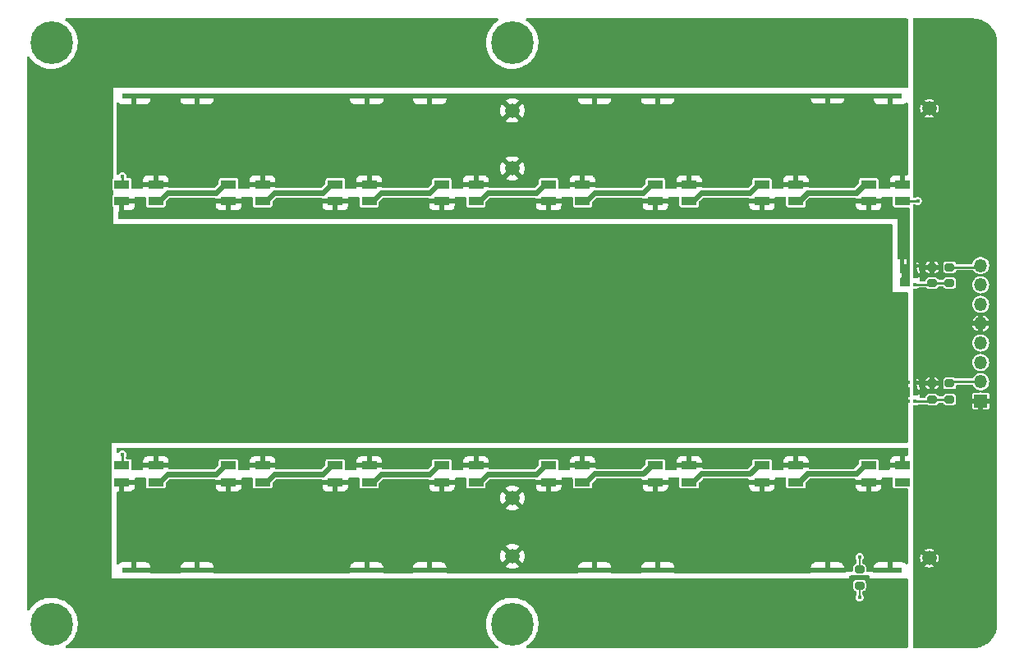
<source format=gbr>
%TF.GenerationSoftware,KiCad,Pcbnew,(5.99.0-11174-ge2a2c3282a)*%
%TF.CreationDate,2021-07-05T22:54:39+02:00*%
%TF.ProjectId,flatlight_rev20_LEDSIDE,666c6174-6c69-4676-9874-5f7265763230,rev?*%
%TF.SameCoordinates,Original*%
%TF.FileFunction,Copper,L1,Top*%
%TF.FilePolarity,Positive*%
%FSLAX46Y46*%
G04 Gerber Fmt 4.6, Leading zero omitted, Abs format (unit mm)*
G04 Created by KiCad (PCBNEW (5.99.0-11174-ge2a2c3282a)) date 2021-07-05 22:54:39*
%MOMM*%
%LPD*%
G01*
G04 APERTURE LIST*
G04 Aperture macros list*
%AMRoundRect*
0 Rectangle with rounded corners*
0 $1 Rounding radius*
0 $2 $3 $4 $5 $6 $7 $8 $9 X,Y pos of 4 corners*
0 Add a 4 corners polygon primitive as box body*
4,1,4,$2,$3,$4,$5,$6,$7,$8,$9,$2,$3,0*
0 Add four circle primitives for the rounded corners*
1,1,$1+$1,$2,$3*
1,1,$1+$1,$4,$5*
1,1,$1+$1,$6,$7*
1,1,$1+$1,$8,$9*
0 Add four rect primitives between the rounded corners*
20,1,$1+$1,$2,$3,$4,$5,0*
20,1,$1+$1,$4,$5,$6,$7,0*
20,1,$1+$1,$6,$7,$8,$9,0*
20,1,$1+$1,$8,$9,$2,$3,0*%
G04 Aperture macros list end*
%TA.AperFunction,SMDPad,CuDef*%
%ADD10R,0.400000X0.425000*%
%TD*%
%TA.AperFunction,SMDPad,CuDef*%
%ADD11R,0.950000X1.100000*%
%TD*%
%TA.AperFunction,SMDPad,CuDef*%
%ADD12R,0.480000X0.800000*%
%TD*%
%TA.AperFunction,SMDPad,CuDef*%
%ADD13RoundRect,0.200000X-0.275000X0.200000X-0.275000X-0.200000X0.275000X-0.200000X0.275000X0.200000X0*%
%TD*%
%TA.AperFunction,ComponentPad*%
%ADD14C,1.500000*%
%TD*%
%TA.AperFunction,SMDPad,CuDef*%
%ADD15R,2.400000X1.600000*%
%TD*%
%TA.AperFunction,SMDPad,CuDef*%
%ADD16R,2.400000X0.600000*%
%TD*%
%TA.AperFunction,ComponentPad*%
%ADD17C,0.700000*%
%TD*%
%TA.AperFunction,ComponentPad*%
%ADD18C,4.400000*%
%TD*%
%TA.AperFunction,SMDPad,CuDef*%
%ADD19R,1.500000X1.500000*%
%TD*%
%TA.AperFunction,SMDPad,CuDef*%
%ADD20R,1.600000X0.850000*%
%TD*%
%TA.AperFunction,SMDPad,CuDef*%
%ADD21RoundRect,0.200000X0.275000X-0.200000X0.275000X0.200000X-0.275000X0.200000X-0.275000X-0.200000X0*%
%TD*%
%TA.AperFunction,ComponentPad*%
%ADD22R,1.350000X1.350000*%
%TD*%
%TA.AperFunction,ComponentPad*%
%ADD23O,1.350000X1.350000*%
%TD*%
%TA.AperFunction,ViaPad*%
%ADD24C,0.450000*%
%TD*%
%TA.AperFunction,ViaPad*%
%ADD25C,1.000000*%
%TD*%
%TA.AperFunction,ViaPad*%
%ADD26C,0.500000*%
%TD*%
%TA.AperFunction,Conductor*%
%ADD27C,0.600000*%
%TD*%
%TA.AperFunction,Conductor*%
%ADD28C,0.250000*%
%TD*%
%TA.AperFunction,Conductor*%
%ADD29C,0.200000*%
%TD*%
G04 APERTURE END LIST*
D10*
%TO.P,Q2,1,D*%
%TO.N,WS_GNDBUS*%
X245601504Y-90599888D03*
D11*
X245301504Y-91549888D03*
D10*
X244951504Y-90599888D03*
X244951504Y-92499888D03*
X245601504Y-92499888D03*
D12*
%TO.P,Q2,2,S*%
%TO.N,GND*%
X246301504Y-91549888D03*
D10*
X246251504Y-90599888D03*
%TO.P,Q2,3,G*%
%TO.N,Net-(Q2-Pad3)*%
X246251504Y-92499888D03*
%TD*%
D13*
%TO.P,R12,1*%
%TO.N,GND*%
X248050000Y-90725000D03*
%TO.P,R12,2*%
%TO.N,Net-(Q2-Pad3)*%
X248050000Y-92375000D03*
%TD*%
D14*
%TO.P,H14,1,1*%
%TO.N,+BATT*%
X204750000Y-114550000D03*
%TD*%
D15*
%TO.P,D4,1,K*%
%TO.N,Net-(D10-Pad1)*%
X172250000Y-123650000D03*
D16*
%TO.P,D4,2,A*%
%TO.N,+BATT*%
X172250000Y-122000000D03*
%TD*%
D17*
%TO.P,H10,1,1*%
%TO.N,GND*%
X158416726Y-68716726D03*
X157250000Y-65900000D03*
X158900000Y-67550000D03*
X156083274Y-66383274D03*
X156083274Y-68716726D03*
X155600000Y-67550000D03*
X158416726Y-66383274D03*
X157250000Y-69200000D03*
D18*
X157250000Y-67550000D03*
%TD*%
D19*
%TO.P,TP5,1,1*%
%TO.N,Net-(D10-Pad1)*%
X242200000Y-103600000D03*
%TD*%
D17*
%TO.P,H9,1,1*%
%TO.N,GND*%
X158416726Y-126383274D03*
D18*
X157250000Y-127550000D03*
D17*
X158900000Y-127550000D03*
X157250000Y-125900000D03*
X157250000Y-129200000D03*
X158416726Y-128716726D03*
X156083274Y-128716726D03*
X155600000Y-127550000D03*
X156083274Y-126383274D03*
%TD*%
D14*
%TO.P,H19,1,1*%
%TO.N,GND*%
X247750000Y-120750000D03*
%TD*%
D20*
%TO.P,D27,1,DOUT*%
%TO.N,Net-(D27-Pad1)*%
X179000000Y-112925000D03*
%TO.P,D27,2,VSS*%
%TO.N,WS_GNDBUS*%
X179000000Y-111175000D03*
%TO.P,D27,3,DIN*%
%TO.N,Net-(D26-Pad1)*%
X175500000Y-111175000D03*
%TO.P,D27,4,VDD*%
%TO.N,+BATT*%
X175500000Y-112925000D03*
%TD*%
D15*
%TO.P,D10,1,K*%
%TO.N,Net-(D10-Pad1)*%
X165750000Y-123650000D03*
D16*
%TO.P,D10,2,A*%
%TO.N,+BATT*%
X165750000Y-122000000D03*
%TD*%
D15*
%TO.P,D7,1,K*%
%TO.N,Net-(D10-Pad1)*%
X243750000Y-71450000D03*
D16*
%TO.P,D7,2,A*%
%TO.N,+BATT*%
X243750000Y-73100000D03*
%TD*%
D20*
%TO.P,D29,1,DOUT*%
%TO.N,Net-(D29-Pad1)*%
X201000000Y-112925000D03*
%TO.P,D29,2,VSS*%
%TO.N,WS_GNDBUS*%
X201000000Y-111175000D03*
%TO.P,D29,3,DIN*%
%TO.N,Net-(D28-Pad1)*%
X197500000Y-111175000D03*
%TO.P,D29,4,VDD*%
%TO.N,+BATT*%
X197500000Y-112925000D03*
%TD*%
D14*
%TO.P,H20,1,1*%
%TO.N,GND*%
X247750000Y-74350000D03*
%TD*%
D21*
%TO.P,R11,1*%
%TO.N,Net-(Q2-Pad3)*%
X249850000Y-92375000D03*
%TO.P,R11,2*%
%TO.N,LS_WS_POWER*%
X249850000Y-90725000D03*
%TD*%
D14*
%TO.P,H16,1,1*%
%TO.N,+BATT*%
X204750000Y-80550000D03*
%TD*%
D15*
%TO.P,D8,1,K*%
%TO.N,Net-(D10-Pad1)*%
X219750000Y-71450000D03*
D16*
%TO.P,D8,2,A*%
%TO.N,+BATT*%
X219750000Y-73100000D03*
%TD*%
D15*
%TO.P,D17,1,K*%
%TO.N,Net-(D10-Pad1)*%
X237250000Y-71400000D03*
D16*
%TO.P,D17,2,A*%
%TO.N,+BATT*%
X237250000Y-73050000D03*
%TD*%
D20*
%TO.P,D33,1,DOUT*%
%TO.N,unconnected-(D33-Pad1)*%
X245000000Y-112925000D03*
%TO.P,D33,2,VSS*%
%TO.N,WS_GNDBUS*%
X245000000Y-111175000D03*
%TO.P,D33,3,DIN*%
%TO.N,Net-(D32-Pad1)*%
X241500000Y-111175000D03*
%TO.P,D33,4,VDD*%
%TO.N,+BATT*%
X241500000Y-112925000D03*
%TD*%
%TO.P,D24,1,DOUT*%
%TO.N,Net-(D24-Pad1)*%
X175500000Y-82175000D03*
%TO.P,D24,2,VSS*%
%TO.N,WS_GNDBUS*%
X175500000Y-83925000D03*
%TO.P,D24,3,DIN*%
%TO.N,Net-(D23-Pad1)*%
X179000000Y-83925000D03*
%TO.P,D24,4,VDD*%
%TO.N,+BATT*%
X179000000Y-82175000D03*
%TD*%
D15*
%TO.P,D15,1,K*%
%TO.N,Net-(D10-Pad1)*%
X219750000Y-123650000D03*
D16*
%TO.P,D15,2,A*%
%TO.N,+BATT*%
X219750000Y-122000000D03*
%TD*%
D20*
%TO.P,D31,1,DOUT*%
%TO.N,Net-(D31-Pad1)*%
X223000000Y-112925000D03*
%TO.P,D31,2,VSS*%
%TO.N,WS_GNDBUS*%
X223000000Y-111175000D03*
%TO.P,D31,3,DIN*%
%TO.N,Net-(D30-Pad1)*%
X219500000Y-111175000D03*
%TO.P,D31,4,VDD*%
%TO.N,+BATT*%
X219500000Y-112925000D03*
%TD*%
D15*
%TO.P,D18,1,K*%
%TO.N,Net-(D10-Pad1)*%
X172250000Y-71450000D03*
D16*
%TO.P,D18,2,A*%
%TO.N,+BATT*%
X172250000Y-73100000D03*
%TD*%
D15*
%TO.P,D9,1,K*%
%TO.N,Net-(D10-Pad1)*%
X237250000Y-123650000D03*
D16*
%TO.P,D9,2,A*%
%TO.N,+BATT*%
X237250000Y-122000000D03*
%TD*%
D20*
%TO.P,D20,1,DOUT*%
%TO.N,Net-(D20-Pad1)*%
X219500000Y-82175000D03*
%TO.P,D20,2,VSS*%
%TO.N,WS_GNDBUS*%
X219500000Y-83925000D03*
%TO.P,D20,3,DIN*%
%TO.N,Net-(D20-Pad3)*%
X223000000Y-83925000D03*
%TO.P,D20,4,VDD*%
%TO.N,+BATT*%
X223000000Y-82175000D03*
%TD*%
%TO.P,D28,1,DOUT*%
%TO.N,Net-(D28-Pad1)*%
X190000000Y-112925000D03*
%TO.P,D28,2,VSS*%
%TO.N,WS_GNDBUS*%
X190000000Y-111175000D03*
%TO.P,D28,3,DIN*%
%TO.N,Net-(D27-Pad1)*%
X186500000Y-111175000D03*
%TO.P,D28,4,VDD*%
%TO.N,+BATT*%
X186500000Y-112925000D03*
%TD*%
%TO.P,D22,1,DOUT*%
%TO.N,Net-(D22-Pad1)*%
X197500000Y-82175000D03*
%TO.P,D22,2,VSS*%
%TO.N,WS_GNDBUS*%
X197500000Y-83925000D03*
%TO.P,D22,3,DIN*%
%TO.N,Net-(D21-Pad1)*%
X201000000Y-83925000D03*
%TO.P,D22,4,VDD*%
%TO.N,+BATT*%
X201000000Y-82175000D03*
%TD*%
D14*
%TO.P,H15,1,1*%
%TO.N,+BATT*%
X204750000Y-74550000D03*
%TD*%
D20*
%TO.P,D23,1,DOUT*%
%TO.N,Net-(D23-Pad1)*%
X186500000Y-82175000D03*
%TO.P,D23,2,VSS*%
%TO.N,WS_GNDBUS*%
X186500000Y-83925000D03*
%TO.P,D23,3,DIN*%
%TO.N,Net-(D22-Pad1)*%
X190000000Y-83925000D03*
%TO.P,D23,4,VDD*%
%TO.N,+BATT*%
X190000000Y-82175000D03*
%TD*%
D15*
%TO.P,D13,1,K*%
%TO.N,Net-(D10-Pad1)*%
X196250000Y-123650000D03*
D16*
%TO.P,D13,2,A*%
%TO.N,+BATT*%
X196250000Y-122000000D03*
%TD*%
D15*
%TO.P,D11,1,K*%
%TO.N,Net-(D10-Pad1)*%
X189750000Y-123650000D03*
D16*
%TO.P,D11,2,A*%
%TO.N,+BATT*%
X189750000Y-122000000D03*
%TD*%
D20*
%TO.P,D25,1,DOUT*%
%TO.N,Net-(D25-Pad1)*%
X164500000Y-82175000D03*
%TO.P,D25,2,VSS*%
%TO.N,WS_GNDBUS*%
X164500000Y-83925000D03*
%TO.P,D25,3,DIN*%
%TO.N,Net-(D24-Pad1)*%
X168000000Y-83925000D03*
%TO.P,D25,4,VDD*%
%TO.N,+BATT*%
X168000000Y-82175000D03*
%TD*%
D15*
%TO.P,D14,1,K*%
%TO.N,Net-(D10-Pad1)*%
X165750000Y-71450000D03*
D16*
%TO.P,D14,2,A*%
%TO.N,+BATT*%
X165750000Y-73100000D03*
%TD*%
D20*
%TO.P,D3,1,DOUT*%
%TO.N,Net-(D20-Pad3)*%
X230500000Y-82175000D03*
%TO.P,D3,2,VSS*%
%TO.N,WS_GNDBUS*%
X230500000Y-83925000D03*
%TO.P,D3,3,DIN*%
%TO.N,Net-(D2-Pad1)*%
X234000000Y-83925000D03*
%TO.P,D3,4,VDD*%
%TO.N,+BATT*%
X234000000Y-82175000D03*
%TD*%
%TO.P,D21,1,DOUT*%
%TO.N,Net-(D21-Pad1)*%
X208500000Y-82175000D03*
%TO.P,D21,2,VSS*%
%TO.N,WS_GNDBUS*%
X208500000Y-83925000D03*
%TO.P,D21,3,DIN*%
%TO.N,Net-(D20-Pad1)*%
X212000000Y-83925000D03*
%TO.P,D21,4,VDD*%
%TO.N,+BATT*%
X212000000Y-82175000D03*
%TD*%
D15*
%TO.P,D16,1,K*%
%TO.N,Net-(D10-Pad1)*%
X213250000Y-71450000D03*
D16*
%TO.P,D16,2,A*%
%TO.N,+BATT*%
X213250000Y-73100000D03*
%TD*%
D14*
%TO.P,H13,1,1*%
%TO.N,+BATT*%
X204750000Y-120550000D03*
%TD*%
D13*
%TO.P,R15,1*%
%TO.N,LS_LED_PWM*%
X249850000Y-102725000D03*
%TO.P,R15,2*%
%TO.N,Net-(Q3-Pad3)*%
X249850000Y-104375000D03*
%TD*%
D20*
%TO.P,D32,1,DOUT*%
%TO.N,Net-(D32-Pad1)*%
X234000000Y-112925000D03*
%TO.P,D32,2,VSS*%
%TO.N,WS_GNDBUS*%
X234000000Y-111175000D03*
%TO.P,D32,3,DIN*%
%TO.N,Net-(D31-Pad1)*%
X230500000Y-111175000D03*
%TO.P,D32,4,VDD*%
%TO.N,+BATT*%
X230500000Y-112925000D03*
%TD*%
D15*
%TO.P,D5,1,K*%
%TO.N,Net-(D10-Pad1)*%
X243750000Y-123650000D03*
D16*
%TO.P,D5,2,A*%
%TO.N,+BATT*%
X243750000Y-122000000D03*
%TD*%
D13*
%TO.P,R14,1*%
%TO.N,+3V3*%
X240550000Y-121925000D03*
%TO.P,R14,2*%
%TO.N,LS_LED_NTC*%
X240550000Y-123575000D03*
%TD*%
D20*
%TO.P,D2,1,DOUT*%
%TO.N,Net-(D2-Pad1)*%
X241500000Y-82175000D03*
%TO.P,D2,2,VSS*%
%TO.N,WS_GNDBUS*%
X241500000Y-83925000D03*
%TO.P,D2,3,DIN*%
%TO.N,LS_WS_LDAT*%
X245000000Y-83925000D03*
%TO.P,D2,4,VDD*%
%TO.N,+BATT*%
X245000000Y-82175000D03*
%TD*%
D17*
%TO.P,H7,1,1*%
%TO.N,+BATT*%
X203583274Y-68716726D03*
X205916726Y-68716726D03*
X203100000Y-67550000D03*
X204750000Y-69200000D03*
D18*
X204750000Y-67550000D03*
D17*
X206400000Y-67550000D03*
X204750000Y-65900000D03*
X203583274Y-66383274D03*
X205916726Y-66383274D03*
%TD*%
%TO.P,H11,1,1*%
%TO.N,+BATT*%
X203583274Y-128716726D03*
X205916726Y-128716726D03*
X203583274Y-126383274D03*
X205916726Y-126383274D03*
X206400000Y-127550000D03*
X203100000Y-127550000D03*
X204750000Y-125900000D03*
X204750000Y-129200000D03*
D18*
X204750000Y-127550000D03*
%TD*%
D17*
%TO.P,H12,1,1*%
%TO.N,GND*%
X251083274Y-66383274D03*
X252250000Y-65900000D03*
D18*
X252250000Y-67550000D03*
D17*
X252250000Y-69200000D03*
X250600000Y-67550000D03*
X251083274Y-68716726D03*
X253900000Y-67550000D03*
X253416726Y-68716726D03*
X253416726Y-66383274D03*
%TD*%
D13*
%TO.P,R16,1*%
%TO.N,GND*%
X248050000Y-102725000D03*
%TO.P,R16,2*%
%TO.N,Net-(Q3-Pad3)*%
X248050000Y-104375000D03*
%TD*%
D15*
%TO.P,D6,1,K*%
%TO.N,Net-(D10-Pad1)*%
X189750000Y-71450000D03*
D16*
%TO.P,D6,2,A*%
%TO.N,+BATT*%
X189750000Y-73100000D03*
%TD*%
D20*
%TO.P,D30,1,DOUT*%
%TO.N,Net-(D30-Pad1)*%
X212000000Y-112925000D03*
%TO.P,D30,2,VSS*%
%TO.N,WS_GNDBUS*%
X212000000Y-111175000D03*
%TO.P,D30,3,DIN*%
%TO.N,Net-(D29-Pad1)*%
X208500000Y-111175000D03*
%TO.P,D30,4,VDD*%
%TO.N,+BATT*%
X208500000Y-112925000D03*
%TD*%
D15*
%TO.P,D12,1,K*%
%TO.N,Net-(D10-Pad1)*%
X196250000Y-71450000D03*
D16*
%TO.P,D12,2,A*%
%TO.N,+BATT*%
X196250000Y-73100000D03*
%TD*%
D15*
%TO.P,D19,1,K*%
%TO.N,Net-(D10-Pad1)*%
X213250000Y-123650000D03*
D16*
%TO.P,D19,2,A*%
%TO.N,+BATT*%
X213250000Y-122000000D03*
%TD*%
D20*
%TO.P,D26,1,DOUT*%
%TO.N,Net-(D26-Pad1)*%
X168000000Y-112925000D03*
%TO.P,D26,2,VSS*%
%TO.N,WS_GNDBUS*%
X168000000Y-111175000D03*
%TO.P,D26,3,DIN*%
%TO.N,Net-(D25-Pad1)*%
X164500000Y-111175000D03*
%TO.P,D26,4,VDD*%
%TO.N,+BATT*%
X164500000Y-112925000D03*
%TD*%
D17*
%TO.P,H8,1,1*%
%TO.N,GND*%
X253900000Y-127550000D03*
X253416726Y-126383274D03*
X251083274Y-128716726D03*
X252250000Y-129200000D03*
X252250000Y-125900000D03*
X253416726Y-128716726D03*
X250600000Y-127550000D03*
D18*
X252250000Y-127550000D03*
D17*
X251083274Y-126383274D03*
%TD*%
D10*
%TO.P,Q3,1,D*%
%TO.N,Net-(D10-Pad1)*%
X244951504Y-102649888D03*
X244951504Y-104549888D03*
X245601504Y-102649888D03*
D11*
X245301504Y-103599888D03*
D10*
X245601504Y-104549888D03*
D12*
%TO.P,Q3,2,S*%
%TO.N,GND*%
X246301504Y-103599888D03*
D10*
X246251504Y-102649888D03*
%TO.P,Q3,3,G*%
%TO.N,Net-(Q3-Pad3)*%
X246251504Y-104549888D03*
%TD*%
D22*
%TO.P,J5,1,Pin_1*%
%TO.N,GND*%
X253050000Y-104550000D03*
D23*
%TO.P,J5,2,Pin_2*%
%TO.N,LS_LED_PWM*%
X253050000Y-102550000D03*
%TO.P,J5,3,Pin_3*%
%TO.N,+3V3*%
X253050000Y-100550000D03*
%TO.P,J5,4,Pin_4*%
%TO.N,LS_LED_NTC*%
X253050000Y-98550000D03*
%TO.P,J5,5,Pin_5*%
%TO.N,GND*%
X253050000Y-96550000D03*
%TO.P,J5,6,Pin_6*%
%TO.N,LS_WS_SDAT*%
X253050000Y-94550000D03*
%TO.P,J5,7,Pin_7*%
%TO.N,LS_WS_LDAT*%
X253050000Y-92550000D03*
%TO.P,J5,8,Pin_8*%
%TO.N,LS_WS_POWER*%
X253050000Y-90550000D03*
%TD*%
D24*
%TO.N,GND*%
X254000000Y-122550000D03*
X248750000Y-65800000D03*
X247850000Y-101650000D03*
D25*
X247750000Y-71050000D03*
D24*
X249250000Y-89350000D03*
D25*
X247750000Y-69050000D03*
D26*
X246750000Y-129300000D03*
D25*
X247750000Y-126050000D03*
D24*
X248650000Y-89350000D03*
X246650000Y-101650000D03*
X254000000Y-114550000D03*
X254000000Y-84550000D03*
X254000000Y-110550000D03*
X254000000Y-76550000D03*
X254000000Y-118550000D03*
X254000000Y-106550000D03*
X247250000Y-101650000D03*
X246750000Y-65800000D03*
D25*
X247750000Y-124050000D03*
D24*
X254000000Y-80550000D03*
D26*
X248750000Y-129300000D03*
D24*
X248050000Y-89350000D03*
X254000000Y-72550000D03*
X254000000Y-88550000D03*
D25*
%TO.N,+BATT*%
X204750000Y-117550000D03*
D24*
X204750000Y-116350000D03*
X204750000Y-118750000D03*
X204750000Y-78750000D03*
D25*
X204750000Y-77550000D03*
D24*
X203850000Y-77550000D03*
X205650000Y-77550000D03*
X204750000Y-76350000D03*
X205750000Y-117550000D03*
X203650000Y-117550000D03*
%TO.N,LS_WS_LDAT*%
X246550000Y-83900000D03*
%TO.N,+3V3*%
X240550000Y-120650000D03*
D25*
%TO.N,Net-(D10-Pad1)*%
X227000000Y-66300000D03*
X197500000Y-66300000D03*
X235250000Y-129300000D03*
X191550000Y-128800000D03*
X193050000Y-129300000D03*
X244200000Y-129300000D03*
X156000000Y-120300000D03*
X155500000Y-88800000D03*
X155500000Y-85800000D03*
X164500000Y-66300000D03*
X224750000Y-128800000D03*
X182550000Y-128800000D03*
X214250000Y-129300000D03*
X188500000Y-66300000D03*
X155500000Y-103800000D03*
X179550000Y-128800000D03*
X224000000Y-66300000D03*
X156000000Y-108300000D03*
X187050000Y-129300000D03*
X190050000Y-129300000D03*
X220250000Y-129300000D03*
X232250000Y-129300000D03*
X222500000Y-65800000D03*
X190000000Y-65800000D03*
X239000000Y-66300000D03*
X229250000Y-129300000D03*
X178000000Y-65800000D03*
X164550000Y-128800000D03*
X155500000Y-121800000D03*
X163050000Y-129300000D03*
X181050000Y-129300000D03*
X156000000Y-87300000D03*
X228500000Y-65800000D03*
X155500000Y-109800000D03*
X211250000Y-129300000D03*
X233750000Y-128800000D03*
X226250000Y-129300000D03*
X191500000Y-66300000D03*
X156000000Y-102300000D03*
X209000000Y-66300000D03*
X155500000Y-82800000D03*
X236750000Y-128800000D03*
X155500000Y-106800000D03*
X156000000Y-75300000D03*
X196050000Y-129300000D03*
X216500000Y-65800000D03*
X155500000Y-97800000D03*
X187000000Y-65800000D03*
X155500000Y-112800000D03*
X243500000Y-65800000D03*
X155500000Y-100800000D03*
X242750000Y-128800000D03*
X169000000Y-65800000D03*
X156000000Y-81300000D03*
X200550000Y-128800000D03*
X194550000Y-128800000D03*
X242000000Y-66300000D03*
X184050000Y-129300000D03*
X197550000Y-128800000D03*
X212000000Y-66300000D03*
X199000000Y-65800000D03*
X237500000Y-65800000D03*
X156000000Y-105300000D03*
X155500000Y-79800000D03*
X167550000Y-128800000D03*
X170550000Y-128800000D03*
X175050000Y-129300000D03*
X225500000Y-65800000D03*
X167500000Y-66300000D03*
X179500000Y-66300000D03*
X156000000Y-111300000D03*
X194500000Y-66300000D03*
X155500000Y-115800000D03*
X161500000Y-66300000D03*
X178050000Y-129300000D03*
X233000000Y-66300000D03*
X219500000Y-65800000D03*
X156000000Y-117300000D03*
X231500000Y-65800000D03*
X175000000Y-65800000D03*
X213500000Y-65800000D03*
X239750000Y-128800000D03*
X156000000Y-96300000D03*
X185500000Y-66300000D03*
X200500000Y-66300000D03*
X155500000Y-73800000D03*
X212750000Y-128800000D03*
X227750000Y-128800000D03*
X155500000Y-76800000D03*
X156000000Y-99300000D03*
X218000000Y-66300000D03*
X156000000Y-72300000D03*
X156000000Y-78300000D03*
X170500000Y-66300000D03*
X221750000Y-128800000D03*
X173500000Y-66300000D03*
X160050000Y-129300000D03*
X173550000Y-128800000D03*
X166050000Y-129300000D03*
X215000000Y-66300000D03*
X163000000Y-65800000D03*
X209750000Y-128800000D03*
X240500000Y-65800000D03*
X156000000Y-123300000D03*
X155500000Y-94800000D03*
X156000000Y-93300000D03*
X166000000Y-65800000D03*
X176550000Y-128800000D03*
X155500000Y-91800000D03*
X230750000Y-128800000D03*
X176500000Y-66300000D03*
X210500000Y-65800000D03*
X223250000Y-129300000D03*
X221000000Y-66300000D03*
X185550000Y-128800000D03*
X181000000Y-65800000D03*
X155500000Y-118800000D03*
X156000000Y-114300000D03*
X169050000Y-129300000D03*
X236000000Y-66300000D03*
X172000000Y-65800000D03*
X182500000Y-66300000D03*
X196000000Y-65800000D03*
X156000000Y-84300000D03*
X241250000Y-129300000D03*
X234500000Y-65800000D03*
X193000000Y-65800000D03*
X238250000Y-129300000D03*
X218750000Y-128800000D03*
X217250000Y-129300000D03*
X172050000Y-129300000D03*
X161550000Y-128800000D03*
X230000000Y-66300000D03*
X184000000Y-65800000D03*
X208250000Y-129300000D03*
X215750000Y-128800000D03*
X199050000Y-129300000D03*
X156000000Y-90300000D03*
X188550000Y-128800000D03*
D24*
%TO.N,LS_LED_NTC*%
X240550000Y-124800000D03*
%TO.N,WS_GNDBUS*%
X172600000Y-110550000D03*
D25*
X171650000Y-111100000D03*
X171650000Y-84100000D03*
D24*
X170600000Y-84700000D03*
X170600000Y-110600000D03*
D25*
X171650000Y-110000000D03*
X171650000Y-85200000D03*
D24*
X172600000Y-84650000D03*
%TO.N,Net-(D25-Pad1)*%
X164550000Y-81350000D03*
X164550000Y-110050000D03*
%TD*%
D27*
%TO.N,Net-(D2-Pad1)*%
X234375011Y-83874989D02*
X235200000Y-83050000D01*
X235200000Y-83050000D02*
X240200000Y-83050000D01*
X240200000Y-83050000D02*
X241125011Y-82124989D01*
D28*
%TO.N,LS_WS_LDAT*%
X244525000Y-83900000D02*
X244500000Y-83925000D01*
X246550000Y-83900000D02*
X244525000Y-83900000D01*
%TO.N,Net-(Q2-Pad3)*%
X249850000Y-92375000D02*
X248050000Y-92375000D01*
X247925112Y-92499888D02*
X248050000Y-92375000D01*
X246251504Y-92499888D02*
X247925112Y-92499888D01*
D29*
%TO.N,+3V3*%
X240550000Y-121925000D02*
X240550000Y-120650000D01*
%TO.N,Net-(D10-Pad1)*%
X245601504Y-104549888D02*
X244951504Y-104549888D01*
X245601504Y-102649888D02*
X244951504Y-102649888D01*
%TO.N,LS_LED_NTC*%
X240550000Y-123575000D02*
X240550000Y-124800000D01*
D28*
%TO.N,LS_LED_PWM*%
X250025000Y-102550000D02*
X249850000Y-102725000D01*
X253250000Y-102550000D02*
X250025000Y-102550000D01*
%TO.N,LS_WS_POWER*%
X253075000Y-90725000D02*
X253250000Y-90550000D01*
X249850000Y-90725000D02*
X253075000Y-90725000D01*
%TO.N,Net-(Q3-Pad3)*%
X249850000Y-104375000D02*
X248050000Y-104375000D01*
X247875112Y-104549888D02*
X248050000Y-104375000D01*
X246251504Y-104549888D02*
X247875112Y-104549888D01*
D27*
%TO.N,Net-(D20-Pad3)*%
X224200000Y-83050000D02*
X229200000Y-83050000D01*
X223375011Y-83874989D02*
X224200000Y-83050000D01*
X229200000Y-83050000D02*
X230125011Y-82124989D01*
%TO.N,Net-(D20-Pad1)*%
X213200000Y-83050000D02*
X218200000Y-83050000D01*
X212375011Y-83874989D02*
X213200000Y-83050000D01*
X218200000Y-83050000D02*
X219125011Y-82124989D01*
%TO.N,Net-(D21-Pad1)*%
X202200000Y-83050000D02*
X207200000Y-83050000D01*
X201375011Y-83874989D02*
X202200000Y-83050000D01*
X207200000Y-83050000D02*
X208125011Y-82124989D01*
%TO.N,Net-(D22-Pad1)*%
X191200000Y-83050000D02*
X196200000Y-83050000D01*
X196200000Y-83050000D02*
X197125011Y-82124989D01*
X190375011Y-83874989D02*
X191200000Y-83050000D01*
%TO.N,Net-(D23-Pad1)*%
X185200000Y-83050000D02*
X186125011Y-82124989D01*
X179375011Y-83874989D02*
X180200000Y-83050000D01*
X180200000Y-83050000D02*
X185200000Y-83050000D01*
%TO.N,Net-(D24-Pad1)*%
X168375011Y-83874989D02*
X169200000Y-83050000D01*
X174200000Y-83050000D02*
X175125011Y-82124989D01*
X169200000Y-83050000D02*
X174200000Y-83050000D01*
D28*
%TO.N,Net-(D25-Pad1)*%
X164550000Y-111125000D02*
X164500000Y-111175000D01*
X164550000Y-82125000D02*
X164550000Y-81350000D01*
X164550000Y-110050000D02*
X164550000Y-111125000D01*
D27*
%TO.N,Net-(D26-Pad1)*%
X174199989Y-112100011D02*
X175125000Y-111175000D01*
X169199989Y-112100011D02*
X174199989Y-112100011D01*
X168375000Y-112925000D02*
X169199989Y-112100011D01*
%TO.N,Net-(D27-Pad1)*%
X185199989Y-112100011D02*
X186125000Y-111175000D01*
X179375000Y-112925000D02*
X180199989Y-112100011D01*
X180199989Y-112100011D02*
X185199989Y-112100011D01*
%TO.N,Net-(D28-Pad1)*%
X190375000Y-112925000D02*
X191199989Y-112100011D01*
X191199989Y-112100011D02*
X196199989Y-112100011D01*
X196199989Y-112100011D02*
X197125000Y-111175000D01*
%TO.N,Net-(D29-Pad1)*%
X207199989Y-112100011D02*
X208125000Y-111175000D01*
X202199989Y-112100011D02*
X207199989Y-112100011D01*
X201375000Y-112925000D02*
X202199989Y-112100011D01*
%TO.N,Net-(D30-Pad1)*%
X213200000Y-112050000D02*
X218200000Y-112050000D01*
X212375011Y-112874989D02*
X213200000Y-112050000D01*
X218200000Y-112050000D02*
X219125011Y-111124989D01*
%TO.N,Net-(D31-Pad1)*%
X224200000Y-112050000D02*
X229200000Y-112050000D01*
X223375011Y-112874989D02*
X224200000Y-112050000D01*
X229200000Y-112050000D02*
X230125011Y-111124989D01*
%TO.N,Net-(D32-Pad1)*%
X240200000Y-112050000D02*
X241125011Y-111124989D01*
X234375011Y-112874989D02*
X235200000Y-112050000D01*
X235200000Y-112050000D02*
X240200000Y-112050000D01*
%TD*%
%TA.AperFunction,Conductor*%
%TO.N,Net-(D10-Pad1)*%
G36*
X203280251Y-65070002D02*
G01*
X203326744Y-65123658D01*
X203336848Y-65193932D01*
X203307354Y-65258512D01*
X203276552Y-65284285D01*
X203232585Y-65310442D01*
X203232574Y-65310450D01*
X203229319Y-65312386D01*
X202971513Y-65511282D01*
X202968812Y-65513941D01*
X202968805Y-65513947D01*
X202742177Y-65737044D01*
X202739469Y-65739710D01*
X202737105Y-65742677D01*
X202737102Y-65742680D01*
X202722613Y-65760863D01*
X202536548Y-65994360D01*
X202365690Y-66271544D01*
X202229369Y-66567247D01*
X202228210Y-66570848D01*
X202228207Y-66570854D01*
X202219682Y-66597327D01*
X202129560Y-66877185D01*
X202128841Y-66880901D01*
X202128839Y-66880909D01*
X202068428Y-67193151D01*
X202068427Y-67193160D01*
X202067709Y-67196870D01*
X202067442Y-67200646D01*
X202067441Y-67200651D01*
X202065719Y-67224977D01*
X202044712Y-67521669D01*
X202060902Y-67846879D01*
X202061543Y-67850610D01*
X202061544Y-67850618D01*
X202076030Y-67934916D01*
X202116045Y-68167789D01*
X202117133Y-68171428D01*
X202117134Y-68171431D01*
X202140697Y-68250218D01*
X202209341Y-68479749D01*
X202339439Y-68778242D01*
X202504455Y-69058944D01*
X202506756Y-69061959D01*
X202699698Y-69314775D01*
X202699703Y-69314781D01*
X202701998Y-69317788D01*
X202929208Y-69551025D01*
X203182792Y-69755276D01*
X203459078Y-69927583D01*
X203754063Y-70065451D01*
X204063474Y-70166881D01*
X204382830Y-70230405D01*
X204386602Y-70230692D01*
X204386610Y-70230693D01*
X204703728Y-70254815D01*
X204703733Y-70254815D01*
X204707505Y-70255102D01*
X205032795Y-70240615D01*
X205353989Y-70187154D01*
X205666434Y-70095493D01*
X205965604Y-69966959D01*
X205968882Y-69965055D01*
X205968888Y-69965052D01*
X206132708Y-69869897D01*
X206247165Y-69803415D01*
X206507040Y-69607230D01*
X206741464Y-69381245D01*
X206743862Y-69378300D01*
X206944643Y-69131678D01*
X206944647Y-69131672D01*
X206947040Y-69128733D01*
X207120792Y-68853354D01*
X207260202Y-68559095D01*
X207363251Y-68250218D01*
X207428446Y-67931199D01*
X207454843Y-67606658D01*
X207455436Y-67550000D01*
X207435841Y-67224977D01*
X207431399Y-67200651D01*
X207378025Y-66908404D01*
X207377342Y-66904663D01*
X207280784Y-66593696D01*
X207147567Y-66296582D01*
X206979621Y-66017624D01*
X206977294Y-66014640D01*
X206977289Y-66014633D01*
X206781713Y-65763858D01*
X206781711Y-65763856D01*
X206779377Y-65760863D01*
X206549738Y-65530018D01*
X206294029Y-65328433D01*
X206220444Y-65283605D01*
X206172675Y-65231082D01*
X206160884Y-65161072D01*
X206188817Y-65095801D01*
X206247603Y-65055992D01*
X206285997Y-65050000D01*
X245424000Y-65050000D01*
X245492121Y-65070002D01*
X245538614Y-65123658D01*
X245550000Y-65176000D01*
X245550000Y-72124000D01*
X245529998Y-72192121D01*
X245476342Y-72238614D01*
X245424000Y-72250000D01*
X163650000Y-72250000D01*
X163650000Y-81473657D01*
X163629998Y-81541778D01*
X163594003Y-81578421D01*
X163565007Y-81597796D01*
X163565006Y-81597797D01*
X163554690Y-81604690D01*
X163547797Y-81615006D01*
X163517036Y-81661042D01*
X163517035Y-81661044D01*
X163510143Y-81671359D01*
X163494500Y-81750000D01*
X163494500Y-82600000D01*
X163510143Y-82678641D01*
X163517035Y-82688956D01*
X163517036Y-82688958D01*
X163547797Y-82734994D01*
X163554690Y-82745310D01*
X163565006Y-82752203D01*
X163565007Y-82752204D01*
X163594003Y-82771579D01*
X163639530Y-82826056D01*
X163650000Y-82876343D01*
X163650000Y-83223657D01*
X163629998Y-83291778D01*
X163594003Y-83328421D01*
X163565007Y-83347796D01*
X163565006Y-83347797D01*
X163554690Y-83354690D01*
X163547797Y-83365006D01*
X163517036Y-83411042D01*
X163517035Y-83411044D01*
X163510143Y-83421359D01*
X163494500Y-83500000D01*
X163494500Y-84350000D01*
X163510143Y-84428641D01*
X163517035Y-84438956D01*
X163517036Y-84438958D01*
X163522263Y-84446780D01*
X163554690Y-84495310D01*
X163565006Y-84502203D01*
X163565007Y-84502204D01*
X163594003Y-84521579D01*
X163639530Y-84576056D01*
X163650000Y-84626343D01*
X163650000Y-86250000D01*
X243824000Y-86250000D01*
X243892121Y-86270002D01*
X243938614Y-86323658D01*
X243950000Y-86376000D01*
X243950000Y-93300000D01*
X245424000Y-93300000D01*
X245492121Y-93320002D01*
X245538614Y-93373658D01*
X245550000Y-93426000D01*
X245550000Y-108724000D01*
X245529998Y-108792121D01*
X245476342Y-108838614D01*
X245424000Y-108850000D01*
X163450000Y-108850000D01*
X163450000Y-122850000D01*
X239500000Y-122850000D01*
X239500000Y-122676000D01*
X239520002Y-122607879D01*
X239573658Y-122561386D01*
X239626000Y-122550000D01*
X241474000Y-122550000D01*
X241542121Y-122570002D01*
X241588614Y-122623658D01*
X241600000Y-122676000D01*
X241600000Y-122850000D01*
X245424000Y-122850000D01*
X245492121Y-122870002D01*
X245538614Y-122923658D01*
X245550000Y-122976000D01*
X245550000Y-129924000D01*
X245529998Y-129992121D01*
X245476342Y-130038614D01*
X245424000Y-130050000D01*
X206290427Y-130050000D01*
X206222306Y-130029998D01*
X206175813Y-129976342D01*
X206165709Y-129906068D01*
X206195203Y-129841488D01*
X206227141Y-129815046D01*
X206231217Y-129812679D01*
X206247165Y-129803415D01*
X206507040Y-129607230D01*
X206741464Y-129381245D01*
X206743862Y-129378300D01*
X206944643Y-129131678D01*
X206944647Y-129131672D01*
X206947040Y-129128733D01*
X207120792Y-128853354D01*
X207260202Y-128559095D01*
X207363251Y-128250218D01*
X207428446Y-127931199D01*
X207454843Y-127606658D01*
X207455436Y-127550000D01*
X207435841Y-127224977D01*
X207431399Y-127200651D01*
X207378025Y-126908404D01*
X207377342Y-126904663D01*
X207280784Y-126593696D01*
X207147567Y-126296582D01*
X206979621Y-126017624D01*
X206977294Y-126014640D01*
X206977289Y-126014633D01*
X206781713Y-125763858D01*
X206781711Y-125763856D01*
X206779377Y-125760863D01*
X206549738Y-125530018D01*
X206294029Y-125328433D01*
X206015954Y-125159029D01*
X205897453Y-125105150D01*
X205722994Y-125025827D01*
X205722986Y-125025824D01*
X205719542Y-125024258D01*
X205409085Y-124926073D01*
X205267071Y-124899368D01*
X205092805Y-124866597D01*
X205092800Y-124866596D01*
X205089081Y-124865897D01*
X204764166Y-124844601D01*
X204760386Y-124844809D01*
X204760385Y-124844809D01*
X204663156Y-124850160D01*
X204439045Y-124862494D01*
X204435318Y-124863155D01*
X204435314Y-124863155D01*
X204176625Y-124909001D01*
X204118429Y-124919315D01*
X204114804Y-124920420D01*
X204114799Y-124920421D01*
X203913196Y-124981866D01*
X203806961Y-125014244D01*
X203803497Y-125015775D01*
X203803490Y-125015778D01*
X203702940Y-125060231D01*
X203509153Y-125145903D01*
X203505899Y-125147839D01*
X203505893Y-125147842D01*
X203232578Y-125310447D01*
X203229319Y-125312386D01*
X202971513Y-125511282D01*
X202968812Y-125513941D01*
X202968805Y-125513947D01*
X202742177Y-125737044D01*
X202739469Y-125739710D01*
X202737105Y-125742677D01*
X202737102Y-125742680D01*
X202722613Y-125760863D01*
X202536548Y-125994360D01*
X202365690Y-126271544D01*
X202229369Y-126567247D01*
X202228210Y-126570848D01*
X202228207Y-126570854D01*
X202219682Y-126597327D01*
X202129560Y-126877185D01*
X202128841Y-126880901D01*
X202128839Y-126880909D01*
X202068428Y-127193151D01*
X202068427Y-127193160D01*
X202067709Y-127196870D01*
X202067442Y-127200646D01*
X202067441Y-127200651D01*
X202065719Y-127224977D01*
X202044712Y-127521669D01*
X202060902Y-127846879D01*
X202061543Y-127850610D01*
X202061544Y-127850618D01*
X202076030Y-127934916D01*
X202116045Y-128167789D01*
X202117133Y-128171428D01*
X202117134Y-128171431D01*
X202140697Y-128250218D01*
X202209341Y-128479749D01*
X202339439Y-128778242D01*
X202504455Y-129058944D01*
X202506756Y-129061959D01*
X202699698Y-129314775D01*
X202699703Y-129314781D01*
X202701998Y-129317788D01*
X202929208Y-129551025D01*
X203182792Y-129755276D01*
X203281908Y-129817090D01*
X203329122Y-129870107D01*
X203340178Y-129940238D01*
X203311564Y-130005213D01*
X203252364Y-130044403D01*
X203215229Y-130050000D01*
X158790427Y-130050000D01*
X158722306Y-130029998D01*
X158675813Y-129976342D01*
X158665709Y-129906068D01*
X158695203Y-129841488D01*
X158727141Y-129815046D01*
X158731217Y-129812679D01*
X158747165Y-129803415D01*
X159007040Y-129607230D01*
X159241464Y-129381245D01*
X159243862Y-129378300D01*
X159444643Y-129131678D01*
X159444647Y-129131672D01*
X159447040Y-129128733D01*
X159620792Y-128853354D01*
X159760202Y-128559095D01*
X159863251Y-128250218D01*
X159928446Y-127931199D01*
X159954843Y-127606658D01*
X159955436Y-127550000D01*
X159935841Y-127224977D01*
X159931399Y-127200651D01*
X159878025Y-126908404D01*
X159877342Y-126904663D01*
X159780784Y-126593696D01*
X159647567Y-126296582D01*
X159479621Y-126017624D01*
X159477294Y-126014640D01*
X159477289Y-126014633D01*
X159281713Y-125763858D01*
X159281711Y-125763856D01*
X159279377Y-125760863D01*
X159049738Y-125530018D01*
X158794029Y-125328433D01*
X158515954Y-125159029D01*
X158397453Y-125105150D01*
X158222994Y-125025827D01*
X158222986Y-125025824D01*
X158219542Y-125024258D01*
X157909085Y-124926073D01*
X157767071Y-124899368D01*
X157592805Y-124866597D01*
X157592800Y-124866596D01*
X157589081Y-124865897D01*
X157264166Y-124844601D01*
X157260386Y-124844809D01*
X157260385Y-124844809D01*
X157163156Y-124850160D01*
X156939045Y-124862494D01*
X156935318Y-124863155D01*
X156935314Y-124863155D01*
X156676625Y-124909001D01*
X156618429Y-124919315D01*
X156614804Y-124920420D01*
X156614799Y-124920421D01*
X156413196Y-124981866D01*
X156306961Y-125014244D01*
X156303497Y-125015775D01*
X156303490Y-125015778D01*
X156202940Y-125060231D01*
X156009153Y-125145903D01*
X156005899Y-125147839D01*
X156005893Y-125147842D01*
X155732578Y-125310447D01*
X155729319Y-125312386D01*
X155471513Y-125511282D01*
X155468812Y-125513941D01*
X155468805Y-125513947D01*
X155242177Y-125737044D01*
X155239469Y-125739710D01*
X155237105Y-125742677D01*
X155237102Y-125742680D01*
X155222613Y-125760863D01*
X155036548Y-125994360D01*
X155034557Y-125997590D01*
X154983260Y-126080809D01*
X154930488Y-126128302D01*
X154860416Y-126139726D01*
X154795292Y-126111452D01*
X154755793Y-126052458D01*
X154750000Y-126014693D01*
X154750000Y-123343432D01*
X239874500Y-123343432D01*
X239874500Y-123806568D01*
X239889347Y-123900306D01*
X239946944Y-124013347D01*
X240036653Y-124103056D01*
X240045485Y-124107556D01*
X240140863Y-124156154D01*
X240140866Y-124156155D01*
X240149694Y-124160653D01*
X240159480Y-124162203D01*
X240162438Y-124163164D01*
X240221043Y-124203238D01*
X240248679Y-124268635D01*
X240249500Y-124282996D01*
X240249500Y-124446562D01*
X240229498Y-124514683D01*
X240212595Y-124535657D01*
X240201472Y-124546780D01*
X240140281Y-124666874D01*
X240119196Y-124800000D01*
X240120747Y-124809793D01*
X240138269Y-124920421D01*
X240140281Y-124933126D01*
X240201472Y-125053220D01*
X240296780Y-125148528D01*
X240416874Y-125209719D01*
X240426663Y-125211269D01*
X240426665Y-125211270D01*
X240540207Y-125229253D01*
X240550000Y-125230804D01*
X240559793Y-125229253D01*
X240673335Y-125211270D01*
X240673337Y-125211269D01*
X240683126Y-125209719D01*
X240803220Y-125148528D01*
X240898528Y-125053220D01*
X240959719Y-124933126D01*
X240961732Y-124920421D01*
X240979253Y-124809793D01*
X240980804Y-124800000D01*
X240959719Y-124666874D01*
X240898528Y-124546780D01*
X240887405Y-124535657D01*
X240853379Y-124473345D01*
X240850500Y-124446562D01*
X240850500Y-124282996D01*
X240870502Y-124214875D01*
X240924158Y-124168382D01*
X240937562Y-124163164D01*
X240940520Y-124162203D01*
X240950306Y-124160653D01*
X240959134Y-124156155D01*
X240959137Y-124156154D01*
X241054515Y-124107556D01*
X241063347Y-124103056D01*
X241153056Y-124013347D01*
X241210653Y-123900306D01*
X241225500Y-123806568D01*
X241225500Y-123343432D01*
X241210653Y-123249694D01*
X241153056Y-123136653D01*
X241063347Y-123046944D01*
X240950306Y-122989347D01*
X240856568Y-122974500D01*
X240243432Y-122974500D01*
X240149694Y-122989347D01*
X240036653Y-123046944D01*
X239946944Y-123136653D01*
X239889347Y-123249694D01*
X239874500Y-123343432D01*
X154750000Y-123343432D01*
X154750000Y-69089060D01*
X154770002Y-69020939D01*
X154823658Y-68974446D01*
X154893932Y-68964342D01*
X154958512Y-68993836D01*
X154984621Y-69025205D01*
X155004455Y-69058944D01*
X155006756Y-69061959D01*
X155199698Y-69314775D01*
X155199703Y-69314781D01*
X155201998Y-69317788D01*
X155429208Y-69551025D01*
X155682792Y-69755276D01*
X155959078Y-69927583D01*
X156254063Y-70065451D01*
X156563474Y-70166881D01*
X156882830Y-70230405D01*
X156886602Y-70230692D01*
X156886610Y-70230693D01*
X157203728Y-70254815D01*
X157203733Y-70254815D01*
X157207505Y-70255102D01*
X157532795Y-70240615D01*
X157853989Y-70187154D01*
X158166434Y-70095493D01*
X158465604Y-69966959D01*
X158468882Y-69965055D01*
X158468888Y-69965052D01*
X158632708Y-69869897D01*
X158747165Y-69803415D01*
X159007040Y-69607230D01*
X159241464Y-69381245D01*
X159243862Y-69378300D01*
X159444643Y-69131678D01*
X159444647Y-69131672D01*
X159447040Y-69128733D01*
X159620792Y-68853354D01*
X159760202Y-68559095D01*
X159863251Y-68250218D01*
X159928446Y-67931199D01*
X159954843Y-67606658D01*
X159955436Y-67550000D01*
X159935841Y-67224977D01*
X159931399Y-67200651D01*
X159878025Y-66908404D01*
X159877342Y-66904663D01*
X159780784Y-66593696D01*
X159647567Y-66296582D01*
X159479621Y-66017624D01*
X159477294Y-66014640D01*
X159477289Y-66014633D01*
X159281713Y-65763858D01*
X159281711Y-65763856D01*
X159279377Y-65760863D01*
X159049738Y-65530018D01*
X158794029Y-65328433D01*
X158720444Y-65283605D01*
X158672675Y-65231082D01*
X158660884Y-65161072D01*
X158688817Y-65095801D01*
X158747603Y-65055992D01*
X158785997Y-65050000D01*
X203212130Y-65050000D01*
X203280251Y-65070002D01*
G37*
%TD.AperFunction*%
%TD*%
%TA.AperFunction,Conductor*%
%TO.N,GND*%
G36*
X252250000Y-65052705D02*
G01*
X252250000Y-65055000D01*
X252350926Y-65056759D01*
X252356916Y-65057008D01*
X252452475Y-65063271D01*
X252460680Y-65064079D01*
X252689908Y-65094258D01*
X252698041Y-65095601D01*
X252775315Y-65110971D01*
X252783330Y-65112839D01*
X252952586Y-65158191D01*
X253006696Y-65172690D01*
X253014579Y-65175081D01*
X253089205Y-65200414D01*
X253096878Y-65203302D01*
X253310520Y-65291795D01*
X253318006Y-65295187D01*
X253388534Y-65329967D01*
X253388694Y-65330046D01*
X253395965Y-65333933D01*
X253596190Y-65449534D01*
X253603191Y-65453887D01*
X253645464Y-65482132D01*
X253668714Y-65497667D01*
X253675408Y-65502465D01*
X253858840Y-65643218D01*
X253865213Y-65648448D01*
X253924467Y-65700412D01*
X253930485Y-65706049D01*
X254093951Y-65869515D01*
X254099588Y-65875533D01*
X254151552Y-65934787D01*
X254156782Y-65941160D01*
X254297535Y-66124592D01*
X254302339Y-66131295D01*
X254346113Y-66196809D01*
X254350466Y-66203810D01*
X254466067Y-66404035D01*
X254469954Y-66411306D01*
X254504808Y-66481982D01*
X254508205Y-66489480D01*
X254596698Y-66703122D01*
X254599586Y-66710795D01*
X254624917Y-66785416D01*
X254627310Y-66793304D01*
X254687161Y-67016670D01*
X254689029Y-67024685D01*
X254704399Y-67101959D01*
X254705742Y-67110092D01*
X254735921Y-67339320D01*
X254736729Y-67347524D01*
X254742992Y-67443084D01*
X254743241Y-67449074D01*
X254745000Y-67550000D01*
X254747232Y-67550000D01*
X254750000Y-67568126D01*
X254750000Y-127525831D01*
X254747295Y-127550000D01*
X254745000Y-127550000D01*
X254743241Y-127650926D01*
X254742992Y-127656916D01*
X254736729Y-127752475D01*
X254735921Y-127760680D01*
X254705742Y-127989908D01*
X254704399Y-127998041D01*
X254689029Y-128075315D01*
X254687161Y-128083330D01*
X254641809Y-128252586D01*
X254627310Y-128306696D01*
X254624919Y-128314579D01*
X254599586Y-128389205D01*
X254596698Y-128396878D01*
X254508205Y-128610520D01*
X254504808Y-128618018D01*
X254469954Y-128688694D01*
X254466067Y-128695965D01*
X254350466Y-128896190D01*
X254346113Y-128903191D01*
X254302339Y-128968705D01*
X254297535Y-128975408D01*
X254156782Y-129158840D01*
X254151552Y-129165213D01*
X254099588Y-129224467D01*
X254093951Y-129230485D01*
X253930485Y-129393951D01*
X253924467Y-129399588D01*
X253865213Y-129451552D01*
X253858840Y-129456782D01*
X253675408Y-129597535D01*
X253668714Y-129602333D01*
X253645464Y-129617868D01*
X253603191Y-129646113D01*
X253596190Y-129650466D01*
X253395965Y-129766067D01*
X253388694Y-129769954D01*
X253318006Y-129804813D01*
X253310520Y-129808205D01*
X253096878Y-129896698D01*
X253089205Y-129899586D01*
X253014579Y-129924919D01*
X253006696Y-129927310D01*
X252952586Y-129941809D01*
X252783330Y-129987161D01*
X252775315Y-129989029D01*
X252698041Y-130004399D01*
X252689908Y-130005742D01*
X252460680Y-130035921D01*
X252452476Y-130036729D01*
X252356916Y-130042992D01*
X252350926Y-130043241D01*
X252296189Y-130044195D01*
X252266504Y-130044712D01*
X252266501Y-130044712D01*
X252250000Y-130045000D01*
X252250000Y-130047232D01*
X252231874Y-130050000D01*
X246176000Y-130050000D01*
X246107879Y-130029998D01*
X246061386Y-129976342D01*
X246050000Y-129924000D01*
X246050000Y-121576508D01*
X247288322Y-121576508D01*
X247293231Y-121583066D01*
X247362450Y-121621751D01*
X247373689Y-121626661D01*
X247539155Y-121680424D01*
X247551129Y-121683057D01*
X247723896Y-121703659D01*
X247736145Y-121703916D01*
X247909624Y-121690567D01*
X247921694Y-121688439D01*
X248089278Y-121641649D01*
X248100700Y-121637219D01*
X248202334Y-121585879D01*
X248212618Y-121576234D01*
X248210380Y-121569590D01*
X247762812Y-121122022D01*
X247748868Y-121114408D01*
X247747035Y-121114539D01*
X247740420Y-121118790D01*
X247295082Y-121564128D01*
X247288322Y-121576508D01*
X246050000Y-121576508D01*
X246050000Y-120742815D01*
X246796012Y-120742815D01*
X246810570Y-120916181D01*
X246812785Y-120928248D01*
X246860738Y-121095484D01*
X246865257Y-121106896D01*
X246914223Y-121202173D01*
X246923942Y-121212392D01*
X246930742Y-121210048D01*
X247377978Y-120762812D01*
X247384356Y-120751132D01*
X248114408Y-120751132D01*
X248114539Y-120752965D01*
X248118790Y-120759580D01*
X248564121Y-121204911D01*
X248576501Y-121211671D01*
X248583234Y-121206630D01*
X248619025Y-121143627D01*
X248624014Y-121132421D01*
X248678928Y-120967342D01*
X248681648Y-120955371D01*
X248703783Y-120780157D01*
X248704274Y-120773130D01*
X248704548Y-120753505D01*
X248704255Y-120746512D01*
X248687018Y-120570717D01*
X248684635Y-120558682D01*
X248634350Y-120392131D01*
X248629677Y-120380792D01*
X248585675Y-120298035D01*
X248575815Y-120287954D01*
X248568688Y-120290522D01*
X248122022Y-120737188D01*
X248114408Y-120751132D01*
X247384356Y-120751132D01*
X247385592Y-120748868D01*
X247385461Y-120747035D01*
X247381210Y-120740420D01*
X246935830Y-120295040D01*
X246923450Y-120288280D01*
X246917062Y-120293062D01*
X246875563Y-120368547D01*
X246870734Y-120379813D01*
X246818125Y-120545658D01*
X246815577Y-120557647D01*
X246796183Y-120730547D01*
X246796012Y-120742815D01*
X246050000Y-120742815D01*
X246050000Y-119924081D01*
X247287800Y-119924081D01*
X247290254Y-119931044D01*
X247737188Y-120377978D01*
X247751132Y-120385592D01*
X247752965Y-120385461D01*
X247759580Y-120381210D01*
X248205037Y-119935753D01*
X248211797Y-119923373D01*
X248207138Y-119917150D01*
X248125341Y-119872923D01*
X248114034Y-119868170D01*
X247947833Y-119816722D01*
X247935822Y-119814256D01*
X247762792Y-119796070D01*
X247750524Y-119795985D01*
X247577265Y-119811753D01*
X247565216Y-119814051D01*
X247398315Y-119863173D01*
X247386940Y-119867768D01*
X247297949Y-119914292D01*
X247287800Y-119924081D01*
X246050000Y-119924081D01*
X246050000Y-105093888D01*
X246070002Y-105025767D01*
X246123658Y-104979274D01*
X246176000Y-104967888D01*
X246451504Y-104967888D01*
X246480079Y-104962204D01*
X246517976Y-104954666D01*
X246517978Y-104954665D01*
X246530145Y-104952245D01*
X246540460Y-104945353D01*
X246540462Y-104945352D01*
X246586498Y-104914591D01*
X246595035Y-104908887D01*
X246595040Y-104908884D01*
X246596814Y-104907698D01*
X246596920Y-104907857D01*
X246651108Y-104878267D01*
X246677891Y-104875388D01*
X247460271Y-104875388D01*
X247528392Y-104895390D01*
X247530274Y-104896677D01*
X247536653Y-104903056D01*
X247545488Y-104907558D01*
X247545490Y-104907559D01*
X247590677Y-104930582D01*
X247649694Y-104960653D01*
X247743432Y-104975500D01*
X248356568Y-104975500D01*
X248450306Y-104960653D01*
X248563347Y-104903056D01*
X248653056Y-104813347D01*
X248675501Y-104769296D01*
X248724248Y-104717682D01*
X248787767Y-104700500D01*
X249112233Y-104700500D01*
X249180354Y-104720502D01*
X249224499Y-104769296D01*
X249246944Y-104813347D01*
X249336653Y-104903056D01*
X249449694Y-104960653D01*
X249543432Y-104975500D01*
X250156568Y-104975500D01*
X250250306Y-104960653D01*
X250363347Y-104903056D01*
X250448855Y-104817548D01*
X252170000Y-104817548D01*
X252170000Y-105218813D01*
X252171207Y-105231067D01*
X252183184Y-105291279D01*
X252192499Y-105313768D01*
X252223150Y-105359641D01*
X252240359Y-105376850D01*
X252286232Y-105407501D01*
X252308721Y-105416816D01*
X252368933Y-105428793D01*
X252381187Y-105430000D01*
X252777885Y-105430000D01*
X252793124Y-105425525D01*
X252794329Y-105424135D01*
X252796000Y-105416452D01*
X252796000Y-104822115D01*
X252794659Y-104817548D01*
X253304000Y-104817548D01*
X253304000Y-105411885D01*
X253308475Y-105427124D01*
X253309865Y-105428329D01*
X253317548Y-105430000D01*
X253718813Y-105430000D01*
X253731067Y-105428793D01*
X253791279Y-105416816D01*
X253813768Y-105407501D01*
X253859641Y-105376850D01*
X253876850Y-105359641D01*
X253907501Y-105313768D01*
X253916816Y-105291279D01*
X253928793Y-105231067D01*
X253930000Y-105218813D01*
X253930000Y-104822115D01*
X253925525Y-104806876D01*
X253924135Y-104805671D01*
X253916452Y-104804000D01*
X253322115Y-104804000D01*
X253306876Y-104808475D01*
X253305671Y-104809865D01*
X253304000Y-104817548D01*
X252794659Y-104817548D01*
X252791525Y-104806876D01*
X252790135Y-104805671D01*
X252782452Y-104804000D01*
X252188115Y-104804000D01*
X252172876Y-104808475D01*
X252171671Y-104809865D01*
X252170000Y-104817548D01*
X250448855Y-104817548D01*
X250453056Y-104813347D01*
X250510653Y-104700306D01*
X250525500Y-104606568D01*
X250525500Y-104143432D01*
X250510653Y-104049694D01*
X250453056Y-103936653D01*
X250363347Y-103846944D01*
X250250306Y-103789347D01*
X250156568Y-103774500D01*
X249543432Y-103774500D01*
X249449694Y-103789347D01*
X249336653Y-103846944D01*
X249246944Y-103936653D01*
X249242441Y-103945491D01*
X249224500Y-103980703D01*
X249175752Y-104032318D01*
X249112233Y-104049500D01*
X248787767Y-104049500D01*
X248719646Y-104029498D01*
X248675500Y-103980703D01*
X248657559Y-103945491D01*
X248653056Y-103936653D01*
X248563347Y-103846944D01*
X248450306Y-103789347D01*
X248356568Y-103774500D01*
X247743432Y-103774500D01*
X247649694Y-103789347D01*
X247536653Y-103846944D01*
X247446944Y-103936653D01*
X247389347Y-104049694D01*
X247387796Y-104059484D01*
X247387796Y-104059485D01*
X247378512Y-104118100D01*
X247348099Y-104182253D01*
X247287830Y-104219779D01*
X247254063Y-104224388D01*
X246855379Y-104224388D01*
X246787258Y-104204386D01*
X246740765Y-104150730D01*
X246731800Y-104073805D01*
X246745297Y-104005953D01*
X246746504Y-103993701D01*
X246746504Y-103858003D01*
X246742029Y-103842764D01*
X246740639Y-103841559D01*
X246732956Y-103839888D01*
X246187504Y-103839888D01*
X246119383Y-103819886D01*
X246072890Y-103766230D01*
X246061504Y-103713888D01*
X246061504Y-103120503D01*
X246056608Y-103103829D01*
X246051504Y-103068331D01*
X246051504Y-102863436D01*
X246451504Y-102863436D01*
X246451504Y-102941773D01*
X246455979Y-102957012D01*
X246472833Y-102971616D01*
X246504600Y-102988962D01*
X246538625Y-103051274D01*
X246541504Y-103078057D01*
X246541504Y-103341773D01*
X246545979Y-103357012D01*
X246547369Y-103358217D01*
X246555052Y-103359888D01*
X246728389Y-103359888D01*
X246743628Y-103355413D01*
X246744833Y-103354023D01*
X246746504Y-103346340D01*
X246746504Y-103206075D01*
X246745297Y-103193821D01*
X246733320Y-103133609D01*
X246724005Y-103111120D01*
X246693354Y-103065247D01*
X246676584Y-103048477D01*
X246648663Y-102997345D01*
X247381458Y-102997345D01*
X247388271Y-103040359D01*
X247394323Y-103058986D01*
X247442848Y-103154221D01*
X247454359Y-103170064D01*
X247529936Y-103245641D01*
X247545779Y-103257152D01*
X247641015Y-103305677D01*
X247659639Y-103311729D01*
X247738541Y-103324225D01*
X247748384Y-103325000D01*
X247777885Y-103325000D01*
X247793124Y-103320525D01*
X247794329Y-103319135D01*
X247796000Y-103311452D01*
X247796000Y-102997115D01*
X247794659Y-102992548D01*
X248304000Y-102992548D01*
X248304000Y-103306885D01*
X248308475Y-103322124D01*
X248309865Y-103323329D01*
X248317548Y-103325000D01*
X248351616Y-103325000D01*
X248361459Y-103324225D01*
X248440361Y-103311729D01*
X248458985Y-103305677D01*
X248554221Y-103257152D01*
X248570064Y-103245641D01*
X248645641Y-103170064D01*
X248657152Y-103154221D01*
X248705677Y-103058986D01*
X248711729Y-103040359D01*
X248718613Y-102996894D01*
X248716845Y-102983212D01*
X248702871Y-102979000D01*
X248322115Y-102979000D01*
X248306876Y-102983475D01*
X248305671Y-102984865D01*
X248304000Y-102992548D01*
X247794659Y-102992548D01*
X247791525Y-102981876D01*
X247790135Y-102980671D01*
X247782452Y-102979000D01*
X247396668Y-102979000D01*
X247383432Y-102982887D01*
X247381458Y-102997345D01*
X246648663Y-102997345D01*
X246642558Y-102986165D01*
X246642100Y-102934800D01*
X246655297Y-102868455D01*
X246655634Y-102865039D01*
X246652029Y-102852764D01*
X246650639Y-102851559D01*
X246642956Y-102849888D01*
X246469619Y-102849888D01*
X246454380Y-102854363D01*
X246453175Y-102855753D01*
X246451504Y-102863436D01*
X246051504Y-102863436D01*
X246051504Y-102493432D01*
X249174500Y-102493432D01*
X249174500Y-102956568D01*
X249178669Y-102982887D01*
X249187772Y-103040359D01*
X249189347Y-103050306D01*
X249246944Y-103163347D01*
X249336653Y-103253056D01*
X249449694Y-103310653D01*
X249543432Y-103325500D01*
X250156568Y-103325500D01*
X250250306Y-103310653D01*
X250363347Y-103253056D01*
X250453056Y-103163347D01*
X250510653Y-103050306D01*
X250512229Y-103040359D01*
X250521331Y-102982887D01*
X250521505Y-102981788D01*
X250551917Y-102917636D01*
X250612186Y-102880109D01*
X250645954Y-102875500D01*
X252154242Y-102875500D01*
X252222363Y-102895502D01*
X252263361Y-102938500D01*
X252337805Y-103067440D01*
X252342223Y-103072347D01*
X252342224Y-103072348D01*
X252416207Y-103154515D01*
X252460950Y-103204207D01*
X252466292Y-103208088D01*
X252466294Y-103208090D01*
X252602274Y-103306885D01*
X252609839Y-103312381D01*
X252615867Y-103315065D01*
X252615869Y-103315066D01*
X252712788Y-103358217D01*
X252777966Y-103387236D01*
X252784427Y-103388609D01*
X252784432Y-103388611D01*
X252935648Y-103420754D01*
X252998122Y-103454482D01*
X253032443Y-103516632D01*
X253027715Y-103587471D01*
X252985439Y-103644508D01*
X252919037Y-103669635D01*
X252909451Y-103670000D01*
X252381187Y-103670000D01*
X252368933Y-103671207D01*
X252308721Y-103683184D01*
X252286232Y-103692499D01*
X252240359Y-103723150D01*
X252223150Y-103740359D01*
X252192499Y-103786232D01*
X252183184Y-103808721D01*
X252171207Y-103868933D01*
X252170000Y-103881187D01*
X252170000Y-104277885D01*
X252174475Y-104293124D01*
X252175865Y-104294329D01*
X252183548Y-104296000D01*
X253911885Y-104296000D01*
X253927124Y-104291525D01*
X253928329Y-104290135D01*
X253930000Y-104282452D01*
X253930000Y-103881187D01*
X253928793Y-103868933D01*
X253916816Y-103808721D01*
X253907501Y-103786232D01*
X253876850Y-103740359D01*
X253859641Y-103723150D01*
X253813768Y-103692499D01*
X253791279Y-103683184D01*
X253731067Y-103671207D01*
X253718813Y-103670000D01*
X253190549Y-103670000D01*
X253122428Y-103649998D01*
X253075935Y-103596342D01*
X253065831Y-103526068D01*
X253095325Y-103461488D01*
X253155051Y-103423104D01*
X253164352Y-103420754D01*
X253315568Y-103388611D01*
X253315573Y-103388609D01*
X253322034Y-103387236D01*
X253387212Y-103358217D01*
X253484131Y-103315066D01*
X253484133Y-103315065D01*
X253490161Y-103312381D01*
X253497726Y-103306885D01*
X253633706Y-103208090D01*
X253633708Y-103208088D01*
X253639050Y-103204207D01*
X253683793Y-103154515D01*
X253757776Y-103072348D01*
X253757777Y-103072347D01*
X253762195Y-103067440D01*
X253854214Y-102908059D01*
X253911085Y-102733029D01*
X253930322Y-102550000D01*
X253921576Y-102466788D01*
X253911775Y-102373535D01*
X253911775Y-102373534D01*
X253911085Y-102366971D01*
X253905123Y-102348620D01*
X253878394Y-102266360D01*
X253854214Y-102191941D01*
X253823228Y-102138271D01*
X253765496Y-102038278D01*
X253762195Y-102032560D01*
X253639050Y-101895793D01*
X253633708Y-101891912D01*
X253633706Y-101891910D01*
X253495503Y-101791500D01*
X253495502Y-101791499D01*
X253490161Y-101787619D01*
X253484133Y-101784935D01*
X253484131Y-101784934D01*
X253328065Y-101715449D01*
X253328064Y-101715449D01*
X253322034Y-101712764D01*
X253232026Y-101693632D01*
X253148476Y-101675872D01*
X253148471Y-101675872D01*
X253142019Y-101674500D01*
X253141155Y-101674500D01*
X253077467Y-101648298D01*
X253049622Y-101608398D01*
X253029786Y-101642013D01*
X252966375Y-101673944D01*
X252962509Y-101674500D01*
X252957981Y-101674500D01*
X252951529Y-101675872D01*
X252951524Y-101675872D01*
X252867974Y-101693632D01*
X252777966Y-101712764D01*
X252771936Y-101715449D01*
X252771935Y-101715449D01*
X252615869Y-101784934D01*
X252615867Y-101784935D01*
X252609839Y-101787619D01*
X252604498Y-101791499D01*
X252604497Y-101791500D01*
X252466294Y-101891910D01*
X252466292Y-101891912D01*
X252460950Y-101895793D01*
X252337805Y-102032560D01*
X252334504Y-102038278D01*
X252263361Y-102161500D01*
X252211978Y-102210493D01*
X252154242Y-102224500D01*
X250439575Y-102224500D01*
X250371454Y-102204498D01*
X250369705Y-102203302D01*
X250363347Y-102196944D01*
X250250306Y-102139347D01*
X250156568Y-102124500D01*
X249543432Y-102124500D01*
X249449694Y-102139347D01*
X249336653Y-102196944D01*
X249246944Y-102286653D01*
X249189347Y-102399694D01*
X249187796Y-102409486D01*
X249186367Y-102418510D01*
X249174500Y-102493432D01*
X246051504Y-102493432D01*
X246051504Y-102453106D01*
X247381387Y-102453106D01*
X247383155Y-102466788D01*
X247397129Y-102471000D01*
X247777885Y-102471000D01*
X247793124Y-102466525D01*
X247794329Y-102465135D01*
X247796000Y-102457452D01*
X247796000Y-102143115D01*
X247794659Y-102138548D01*
X248304000Y-102138548D01*
X248304000Y-102452885D01*
X248308475Y-102468124D01*
X248309865Y-102469329D01*
X248317548Y-102471000D01*
X248703332Y-102471000D01*
X248716568Y-102467113D01*
X248718542Y-102452655D01*
X248711729Y-102409641D01*
X248705677Y-102391014D01*
X248657152Y-102295779D01*
X248645641Y-102279936D01*
X248570064Y-102204359D01*
X248554221Y-102192848D01*
X248458985Y-102144323D01*
X248440361Y-102138271D01*
X248361459Y-102125775D01*
X248351616Y-102125000D01*
X248322115Y-102125000D01*
X248306876Y-102129475D01*
X248305671Y-102130865D01*
X248304000Y-102138548D01*
X247794659Y-102138548D01*
X247791525Y-102127876D01*
X247790135Y-102126671D01*
X247782452Y-102125000D01*
X247748384Y-102125000D01*
X247738541Y-102125775D01*
X247659639Y-102138271D01*
X247641015Y-102144323D01*
X247545779Y-102192848D01*
X247529936Y-102204359D01*
X247454359Y-102279936D01*
X247442848Y-102295779D01*
X247394323Y-102391014D01*
X247388271Y-102409641D01*
X247381387Y-102453106D01*
X246051504Y-102453106D01*
X246051504Y-102252231D01*
X246451504Y-102252231D01*
X246451504Y-102431773D01*
X246455979Y-102447012D01*
X246457369Y-102448217D01*
X246465052Y-102449888D01*
X246638389Y-102449888D01*
X246653628Y-102445413D01*
X246654833Y-102444023D01*
X246656014Y-102438595D01*
X246655297Y-102431321D01*
X246643320Y-102371109D01*
X246634005Y-102348620D01*
X246603354Y-102302747D01*
X246586145Y-102285538D01*
X246540272Y-102254887D01*
X246517783Y-102245572D01*
X246469274Y-102235923D01*
X246456398Y-102237075D01*
X246451504Y-102252231D01*
X246051504Y-102252231D01*
X246051504Y-102237727D01*
X246050000Y-102227266D01*
X246050000Y-100550000D01*
X252169678Y-100550000D01*
X252188915Y-100733029D01*
X252245786Y-100908059D01*
X252337805Y-101067440D01*
X252460950Y-101204207D01*
X252466292Y-101208088D01*
X252466294Y-101208090D01*
X252604497Y-101308500D01*
X252609839Y-101312381D01*
X252615867Y-101315065D01*
X252615869Y-101315066D01*
X252771935Y-101384551D01*
X252777966Y-101387236D01*
X252867974Y-101406368D01*
X252951524Y-101424128D01*
X252951529Y-101424128D01*
X252957981Y-101425500D01*
X252958845Y-101425500D01*
X253022533Y-101451702D01*
X253050378Y-101491602D01*
X253070214Y-101457987D01*
X253133625Y-101426056D01*
X253137491Y-101425500D01*
X253142019Y-101425500D01*
X253148471Y-101424128D01*
X253148476Y-101424128D01*
X253232026Y-101406368D01*
X253322034Y-101387236D01*
X253328065Y-101384551D01*
X253484131Y-101315066D01*
X253484133Y-101315065D01*
X253490161Y-101312381D01*
X253495503Y-101308500D01*
X253633706Y-101208090D01*
X253633708Y-101208088D01*
X253639050Y-101204207D01*
X253762195Y-101067440D01*
X253854214Y-100908059D01*
X253911085Y-100733029D01*
X253930322Y-100550000D01*
X253911085Y-100366971D01*
X253854214Y-100191941D01*
X253762195Y-100032560D01*
X253639050Y-99895793D01*
X253633708Y-99891912D01*
X253633706Y-99891910D01*
X253495503Y-99791500D01*
X253495502Y-99791499D01*
X253490161Y-99787619D01*
X253484133Y-99784935D01*
X253484131Y-99784934D01*
X253328065Y-99715449D01*
X253328064Y-99715449D01*
X253322034Y-99712764D01*
X253232026Y-99693632D01*
X253148476Y-99675872D01*
X253148471Y-99675872D01*
X253142019Y-99674500D01*
X253141155Y-99674500D01*
X253077467Y-99648298D01*
X253049622Y-99608398D01*
X253029786Y-99642013D01*
X252966375Y-99673944D01*
X252962509Y-99674500D01*
X252957981Y-99674500D01*
X252951529Y-99675872D01*
X252951524Y-99675872D01*
X252867974Y-99693632D01*
X252777966Y-99712764D01*
X252771936Y-99715449D01*
X252771935Y-99715449D01*
X252615869Y-99784934D01*
X252615867Y-99784935D01*
X252609839Y-99787619D01*
X252604498Y-99791499D01*
X252604497Y-99791500D01*
X252466294Y-99891910D01*
X252466292Y-99891912D01*
X252460950Y-99895793D01*
X252337805Y-100032560D01*
X252245786Y-100191941D01*
X252188915Y-100366971D01*
X252169678Y-100550000D01*
X246050000Y-100550000D01*
X246050000Y-98550000D01*
X252169678Y-98550000D01*
X252188915Y-98733029D01*
X252245786Y-98908059D01*
X252337805Y-99067440D01*
X252460950Y-99204207D01*
X252466292Y-99208088D01*
X252466294Y-99208090D01*
X252604497Y-99308500D01*
X252609839Y-99312381D01*
X252615867Y-99315065D01*
X252615869Y-99315066D01*
X252771935Y-99384551D01*
X252777966Y-99387236D01*
X252867974Y-99406368D01*
X252951524Y-99424128D01*
X252951529Y-99424128D01*
X252957981Y-99425500D01*
X252958845Y-99425500D01*
X253022533Y-99451702D01*
X253050378Y-99491602D01*
X253070214Y-99457987D01*
X253133625Y-99426056D01*
X253137491Y-99425500D01*
X253142019Y-99425500D01*
X253148471Y-99424128D01*
X253148476Y-99424128D01*
X253232026Y-99406368D01*
X253322034Y-99387236D01*
X253328065Y-99384551D01*
X253484131Y-99315066D01*
X253484133Y-99315065D01*
X253490161Y-99312381D01*
X253495503Y-99308500D01*
X253633706Y-99208090D01*
X253633708Y-99208088D01*
X253639050Y-99204207D01*
X253762195Y-99067440D01*
X253854214Y-98908059D01*
X253911085Y-98733029D01*
X253930322Y-98550000D01*
X253911085Y-98366971D01*
X253854214Y-98191941D01*
X253762195Y-98032560D01*
X253639050Y-97895793D01*
X253633708Y-97891912D01*
X253633706Y-97891910D01*
X253495503Y-97791500D01*
X253495502Y-97791499D01*
X253490161Y-97787619D01*
X253484133Y-97784935D01*
X253484131Y-97784934D01*
X253328065Y-97715449D01*
X253328064Y-97715449D01*
X253322034Y-97712764D01*
X253232026Y-97693632D01*
X253148476Y-97675872D01*
X253148471Y-97675872D01*
X253142019Y-97674500D01*
X252957981Y-97674500D01*
X252951529Y-97675872D01*
X252951524Y-97675872D01*
X252867974Y-97693632D01*
X252777966Y-97712764D01*
X252771936Y-97715449D01*
X252771935Y-97715449D01*
X252615869Y-97784934D01*
X252615867Y-97784935D01*
X252609839Y-97787619D01*
X252604498Y-97791499D01*
X252604497Y-97791500D01*
X252466294Y-97891910D01*
X252466292Y-97891912D01*
X252460950Y-97895793D01*
X252337805Y-98032560D01*
X252245786Y-98191941D01*
X252188915Y-98366971D01*
X252169678Y-98550000D01*
X246050000Y-98550000D01*
X246050000Y-96815000D01*
X252216074Y-96815000D01*
X252244202Y-96901571D01*
X252249548Y-96913578D01*
X252334909Y-97061427D01*
X252342630Y-97072053D01*
X252456864Y-97198923D01*
X252466630Y-97207717D01*
X252604748Y-97308065D01*
X252616120Y-97314631D01*
X252772089Y-97384073D01*
X252780043Y-97386658D01*
X252792341Y-97385719D01*
X252796000Y-97375764D01*
X252796000Y-96822115D01*
X252794659Y-96817548D01*
X253304000Y-96817548D01*
X253304000Y-97372444D01*
X253307973Y-97385975D01*
X253317738Y-97387379D01*
X253327911Y-97384073D01*
X253483880Y-97314631D01*
X253495252Y-97308065D01*
X253633370Y-97207717D01*
X253643136Y-97198923D01*
X253757370Y-97072053D01*
X253765091Y-97061427D01*
X253850452Y-96913578D01*
X253855798Y-96901571D01*
X253881901Y-96821232D01*
X253882304Y-96807133D01*
X253875932Y-96804000D01*
X253322115Y-96804000D01*
X253306876Y-96808475D01*
X253305671Y-96809865D01*
X253304000Y-96817548D01*
X252794659Y-96817548D01*
X252791525Y-96806876D01*
X252790135Y-96805671D01*
X252782452Y-96804000D01*
X252230615Y-96804000D01*
X252217084Y-96807973D01*
X252216074Y-96815000D01*
X246050000Y-96815000D01*
X246050000Y-96292867D01*
X252217696Y-96292867D01*
X252224068Y-96296000D01*
X252777885Y-96296000D01*
X252793124Y-96291525D01*
X252794329Y-96290135D01*
X252796000Y-96282452D01*
X252796000Y-95727556D01*
X252795025Y-95724236D01*
X253304000Y-95724236D01*
X253304000Y-96277885D01*
X253308475Y-96293124D01*
X253309865Y-96294329D01*
X253317548Y-96296000D01*
X253869385Y-96296000D01*
X253882916Y-96292027D01*
X253883926Y-96285000D01*
X253855798Y-96198429D01*
X253850452Y-96186422D01*
X253765091Y-96038573D01*
X253757370Y-96027947D01*
X253643136Y-95901077D01*
X253633370Y-95892283D01*
X253495252Y-95791935D01*
X253483880Y-95785369D01*
X253327911Y-95715927D01*
X253319957Y-95713342D01*
X253307659Y-95714281D01*
X253304000Y-95724236D01*
X252795025Y-95724236D01*
X252792027Y-95714025D01*
X252782262Y-95712621D01*
X252772089Y-95715927D01*
X252616120Y-95785369D01*
X252604748Y-95791935D01*
X252466630Y-95892283D01*
X252456864Y-95901077D01*
X252342630Y-96027947D01*
X252334909Y-96038573D01*
X252249548Y-96186422D01*
X252244202Y-96198429D01*
X252218099Y-96278768D01*
X252217696Y-96292867D01*
X246050000Y-96292867D01*
X246050000Y-94550000D01*
X252169678Y-94550000D01*
X252188915Y-94733029D01*
X252245786Y-94908059D01*
X252337805Y-95067440D01*
X252460950Y-95204207D01*
X252466292Y-95208088D01*
X252466294Y-95208090D01*
X252604497Y-95308500D01*
X252609839Y-95312381D01*
X252615867Y-95315065D01*
X252615869Y-95315066D01*
X252771935Y-95384551D01*
X252777966Y-95387236D01*
X252867973Y-95406368D01*
X252951524Y-95424128D01*
X252951529Y-95424128D01*
X252957981Y-95425500D01*
X253142019Y-95425500D01*
X253148471Y-95424128D01*
X253148476Y-95424128D01*
X253232027Y-95406368D01*
X253322034Y-95387236D01*
X253328065Y-95384551D01*
X253484131Y-95315066D01*
X253484133Y-95315065D01*
X253490161Y-95312381D01*
X253495503Y-95308500D01*
X253633706Y-95208090D01*
X253633708Y-95208088D01*
X253639050Y-95204207D01*
X253762195Y-95067440D01*
X253854214Y-94908059D01*
X253911085Y-94733029D01*
X253930322Y-94550000D01*
X253911085Y-94366971D01*
X253854214Y-94191941D01*
X253762195Y-94032560D01*
X253639050Y-93895793D01*
X253633708Y-93891912D01*
X253633706Y-93891910D01*
X253495503Y-93791500D01*
X253495502Y-93791499D01*
X253490161Y-93787619D01*
X253484133Y-93784935D01*
X253484131Y-93784934D01*
X253328065Y-93715449D01*
X253328064Y-93715449D01*
X253322034Y-93712764D01*
X253232026Y-93693632D01*
X253148476Y-93675872D01*
X253148471Y-93675872D01*
X253142019Y-93674500D01*
X253141155Y-93674500D01*
X253077467Y-93648298D01*
X253049622Y-93608398D01*
X253029786Y-93642013D01*
X252966375Y-93673944D01*
X252962509Y-93674500D01*
X252957981Y-93674500D01*
X252951529Y-93675872D01*
X252951524Y-93675872D01*
X252867974Y-93693632D01*
X252777966Y-93712764D01*
X252771936Y-93715449D01*
X252771935Y-93715449D01*
X252615869Y-93784934D01*
X252615867Y-93784935D01*
X252609839Y-93787619D01*
X252604498Y-93791499D01*
X252604497Y-93791500D01*
X252466294Y-93891910D01*
X252466292Y-93891912D01*
X252460950Y-93895793D01*
X252337805Y-94032560D01*
X252245786Y-94191941D01*
X252188915Y-94366971D01*
X252169678Y-94550000D01*
X246050000Y-94550000D01*
X246050000Y-93043888D01*
X246070002Y-92975767D01*
X246123658Y-92929274D01*
X246176000Y-92917888D01*
X246451504Y-92917888D01*
X246476335Y-92912949D01*
X246517976Y-92904666D01*
X246517978Y-92904665D01*
X246530145Y-92902245D01*
X246540460Y-92895353D01*
X246540462Y-92895352D01*
X246586498Y-92864591D01*
X246595035Y-92858887D01*
X246595040Y-92858884D01*
X246596814Y-92857698D01*
X246596920Y-92857857D01*
X246651108Y-92828267D01*
X246677891Y-92825388D01*
X247406795Y-92825388D01*
X247474916Y-92845390D01*
X247495890Y-92862293D01*
X247536653Y-92903056D01*
X247649694Y-92960653D01*
X247743432Y-92975500D01*
X248356568Y-92975500D01*
X248450306Y-92960653D01*
X248563347Y-92903056D01*
X248653056Y-92813347D01*
X248675501Y-92769296D01*
X248724248Y-92717682D01*
X248787767Y-92700500D01*
X249112233Y-92700500D01*
X249180354Y-92720502D01*
X249224499Y-92769296D01*
X249246944Y-92813347D01*
X249336653Y-92903056D01*
X249449694Y-92960653D01*
X249543432Y-92975500D01*
X250156568Y-92975500D01*
X250250306Y-92960653D01*
X250363347Y-92903056D01*
X250453056Y-92813347D01*
X250510653Y-92700306D01*
X250525500Y-92606568D01*
X250525500Y-92550000D01*
X252169678Y-92550000D01*
X252170368Y-92556565D01*
X252186746Y-92712388D01*
X252188915Y-92733029D01*
X252245786Y-92908059D01*
X252249089Y-92913781D01*
X252249090Y-92913782D01*
X252273553Y-92956152D01*
X252337805Y-93067440D01*
X252460950Y-93204207D01*
X252466292Y-93208088D01*
X252466294Y-93208090D01*
X252604497Y-93308500D01*
X252609839Y-93312381D01*
X252615867Y-93315065D01*
X252615869Y-93315066D01*
X252771935Y-93384551D01*
X252777966Y-93387236D01*
X252867973Y-93406368D01*
X252951524Y-93424128D01*
X252951529Y-93424128D01*
X252957981Y-93425500D01*
X252958845Y-93425500D01*
X253022533Y-93451702D01*
X253050378Y-93491602D01*
X253070214Y-93457987D01*
X253133625Y-93426056D01*
X253137491Y-93425500D01*
X253142019Y-93425500D01*
X253148471Y-93424128D01*
X253148476Y-93424128D01*
X253232027Y-93406368D01*
X253322034Y-93387236D01*
X253328065Y-93384551D01*
X253484131Y-93315066D01*
X253484133Y-93315065D01*
X253490161Y-93312381D01*
X253495503Y-93308500D01*
X253633706Y-93208090D01*
X253633708Y-93208088D01*
X253639050Y-93204207D01*
X253762195Y-93067440D01*
X253826447Y-92956152D01*
X253850910Y-92913782D01*
X253850911Y-92913781D01*
X253854214Y-92908059D01*
X253911085Y-92733029D01*
X253913255Y-92712388D01*
X253929632Y-92556565D01*
X253930322Y-92550000D01*
X253911085Y-92366971D01*
X253854214Y-92191941D01*
X253825426Y-92142078D01*
X253799706Y-92097531D01*
X253762195Y-92032560D01*
X253682187Y-91943701D01*
X253643472Y-91900704D01*
X253643471Y-91900703D01*
X253639050Y-91895793D01*
X253633708Y-91891912D01*
X253633706Y-91891910D01*
X253495503Y-91791500D01*
X253495502Y-91791499D01*
X253490161Y-91787619D01*
X253484133Y-91784935D01*
X253484131Y-91784934D01*
X253328065Y-91715449D01*
X253328064Y-91715449D01*
X253322034Y-91712764D01*
X253232026Y-91693632D01*
X253148476Y-91675872D01*
X253148471Y-91675872D01*
X253142019Y-91674500D01*
X253141155Y-91674500D01*
X253077467Y-91648298D01*
X253049622Y-91608398D01*
X253029786Y-91642013D01*
X252966375Y-91673944D01*
X252962509Y-91674500D01*
X252957981Y-91674500D01*
X252951529Y-91675872D01*
X252951524Y-91675872D01*
X252867974Y-91693632D01*
X252777966Y-91712764D01*
X252771936Y-91715449D01*
X252771935Y-91715449D01*
X252615869Y-91784934D01*
X252615867Y-91784935D01*
X252609839Y-91787619D01*
X252604498Y-91791499D01*
X252604497Y-91791500D01*
X252466294Y-91891910D01*
X252466292Y-91891912D01*
X252460950Y-91895793D01*
X252456529Y-91900703D01*
X252456528Y-91900704D01*
X252417814Y-91943701D01*
X252337805Y-92032560D01*
X252300294Y-92097531D01*
X252274575Y-92142078D01*
X252245786Y-92191941D01*
X252188915Y-92366971D01*
X252169678Y-92550000D01*
X250525500Y-92550000D01*
X250525500Y-92143432D01*
X250510653Y-92049694D01*
X250453056Y-91936653D01*
X250363347Y-91846944D01*
X250250306Y-91789347D01*
X250156568Y-91774500D01*
X249543432Y-91774500D01*
X249449694Y-91789347D01*
X249336653Y-91846944D01*
X249246944Y-91936653D01*
X249242441Y-91945491D01*
X249224500Y-91980703D01*
X249175752Y-92032318D01*
X249112233Y-92049500D01*
X248787767Y-92049500D01*
X248719646Y-92029498D01*
X248675500Y-91980703D01*
X248657559Y-91945491D01*
X248653056Y-91936653D01*
X248563347Y-91846944D01*
X248450306Y-91789347D01*
X248356568Y-91774500D01*
X247743432Y-91774500D01*
X247649694Y-91789347D01*
X247536653Y-91846944D01*
X247446944Y-91936653D01*
X247389347Y-92049694D01*
X247387796Y-92059486D01*
X247386432Y-92068098D01*
X247356020Y-92132251D01*
X247295752Y-92169779D01*
X247261983Y-92174388D01*
X246855379Y-92174388D01*
X246787258Y-92154386D01*
X246740765Y-92100730D01*
X246731800Y-92023805D01*
X246745297Y-91955953D01*
X246746504Y-91943701D01*
X246746504Y-91808003D01*
X246742029Y-91792764D01*
X246740639Y-91791559D01*
X246732956Y-91789888D01*
X246187504Y-91789888D01*
X246119383Y-91769886D01*
X246072890Y-91716230D01*
X246061504Y-91663888D01*
X246061504Y-91070502D01*
X246056608Y-91053829D01*
X246051504Y-91018331D01*
X246051504Y-90813436D01*
X246451504Y-90813436D01*
X246451504Y-90891773D01*
X246455979Y-90907012D01*
X246472833Y-90921616D01*
X246504600Y-90938962D01*
X246538625Y-91001274D01*
X246541504Y-91028057D01*
X246541504Y-91291773D01*
X246545979Y-91307012D01*
X246547369Y-91308217D01*
X246555052Y-91309888D01*
X246728389Y-91309888D01*
X246743628Y-91305413D01*
X246744833Y-91304023D01*
X246746504Y-91296340D01*
X246746504Y-91156075D01*
X246745297Y-91143821D01*
X246733320Y-91083609D01*
X246724005Y-91061120D01*
X246693354Y-91015247D01*
X246676584Y-90998477D01*
X246675966Y-90997345D01*
X247381458Y-90997345D01*
X247388271Y-91040359D01*
X247394323Y-91058986D01*
X247442848Y-91154221D01*
X247454359Y-91170064D01*
X247529936Y-91245641D01*
X247545779Y-91257152D01*
X247641015Y-91305677D01*
X247659639Y-91311729D01*
X247738541Y-91324225D01*
X247748384Y-91325000D01*
X247777885Y-91325000D01*
X247793124Y-91320525D01*
X247794329Y-91319135D01*
X247796000Y-91311452D01*
X247796000Y-90997115D01*
X247794659Y-90992548D01*
X248304000Y-90992548D01*
X248304000Y-91306885D01*
X248308475Y-91322124D01*
X248309865Y-91323329D01*
X248317548Y-91325000D01*
X248351616Y-91325000D01*
X248361459Y-91324225D01*
X248440361Y-91311729D01*
X248458985Y-91305677D01*
X248554221Y-91257152D01*
X248570064Y-91245641D01*
X248645641Y-91170064D01*
X248657152Y-91154221D01*
X248705677Y-91058986D01*
X248711729Y-91040359D01*
X248718613Y-90996894D01*
X248716845Y-90983212D01*
X248702871Y-90979000D01*
X248322115Y-90979000D01*
X248306876Y-90983475D01*
X248305671Y-90984865D01*
X248304000Y-90992548D01*
X247794659Y-90992548D01*
X247791525Y-90981876D01*
X247790135Y-90980671D01*
X247782452Y-90979000D01*
X247396668Y-90979000D01*
X247383432Y-90982887D01*
X247381458Y-90997345D01*
X246675966Y-90997345D01*
X246642558Y-90936165D01*
X246642100Y-90884800D01*
X246655297Y-90818455D01*
X246655634Y-90815039D01*
X246652029Y-90802764D01*
X246650639Y-90801559D01*
X246642956Y-90799888D01*
X246469619Y-90799888D01*
X246454380Y-90804363D01*
X246453175Y-90805753D01*
X246451504Y-90813436D01*
X246051504Y-90813436D01*
X246051504Y-90493432D01*
X249174500Y-90493432D01*
X249174500Y-90956568D01*
X249178669Y-90982887D01*
X249187772Y-91040359D01*
X249189347Y-91050306D01*
X249246944Y-91163347D01*
X249336653Y-91253056D01*
X249449694Y-91310653D01*
X249543432Y-91325500D01*
X250156568Y-91325500D01*
X250250306Y-91310653D01*
X250363347Y-91253056D01*
X250453056Y-91163347D01*
X250475501Y-91119296D01*
X250524248Y-91067682D01*
X250587767Y-91050500D01*
X252266454Y-91050500D01*
X252334575Y-91070502D01*
X252360090Y-91092190D01*
X252460950Y-91204207D01*
X252466292Y-91208088D01*
X252466294Y-91208090D01*
X252604497Y-91308500D01*
X252609839Y-91312381D01*
X252615867Y-91315065D01*
X252615869Y-91315066D01*
X252771935Y-91384551D01*
X252777966Y-91387236D01*
X252867973Y-91406368D01*
X252951524Y-91424128D01*
X252951529Y-91424128D01*
X252957981Y-91425500D01*
X252958845Y-91425500D01*
X253022533Y-91451702D01*
X253050378Y-91491602D01*
X253070214Y-91457987D01*
X253133625Y-91426056D01*
X253137491Y-91425500D01*
X253142019Y-91425500D01*
X253148471Y-91424128D01*
X253148476Y-91424128D01*
X253232027Y-91406368D01*
X253322034Y-91387236D01*
X253328065Y-91384551D01*
X253484131Y-91315066D01*
X253484133Y-91315065D01*
X253490161Y-91312381D01*
X253495503Y-91308500D01*
X253633706Y-91208090D01*
X253633708Y-91208088D01*
X253639050Y-91204207D01*
X253683798Y-91154509D01*
X253757776Y-91072348D01*
X253757777Y-91072347D01*
X253762195Y-91067440D01*
X253854214Y-90908059D01*
X253911085Y-90733029D01*
X253930322Y-90550000D01*
X253921576Y-90466788D01*
X253911775Y-90373535D01*
X253911775Y-90373534D01*
X253911085Y-90366971D01*
X253896184Y-90321109D01*
X253858249Y-90204359D01*
X253854214Y-90191941D01*
X253850740Y-90185923D01*
X253765496Y-90038278D01*
X253762195Y-90032560D01*
X253639050Y-89895793D01*
X253633708Y-89891912D01*
X253633706Y-89891910D01*
X253495503Y-89791500D01*
X253495502Y-89791499D01*
X253490161Y-89787619D01*
X253484133Y-89784935D01*
X253484131Y-89784934D01*
X253328065Y-89715449D01*
X253328064Y-89715449D01*
X253322034Y-89712764D01*
X253232026Y-89693632D01*
X253148476Y-89675872D01*
X253148471Y-89675872D01*
X253142019Y-89674500D01*
X252957981Y-89674500D01*
X252951529Y-89675872D01*
X252951524Y-89675872D01*
X252867974Y-89693632D01*
X252777966Y-89712764D01*
X252771936Y-89715449D01*
X252771935Y-89715449D01*
X252615869Y-89784934D01*
X252615867Y-89784935D01*
X252609839Y-89787619D01*
X252604498Y-89791499D01*
X252604497Y-89791500D01*
X252466294Y-89891910D01*
X252466292Y-89891912D01*
X252460950Y-89895793D01*
X252337805Y-90032560D01*
X252334504Y-90038278D01*
X252249261Y-90185923D01*
X252245786Y-90191941D01*
X252212141Y-90295491D01*
X252206635Y-90312436D01*
X252166562Y-90371042D01*
X252101165Y-90398679D01*
X252086802Y-90399500D01*
X250587767Y-90399500D01*
X250519646Y-90379498D01*
X250475500Y-90330703D01*
X250457559Y-90295491D01*
X250453056Y-90286653D01*
X250363347Y-90196944D01*
X250250306Y-90139347D01*
X250156568Y-90124500D01*
X249543432Y-90124500D01*
X249449694Y-90139347D01*
X249336653Y-90196944D01*
X249246944Y-90286653D01*
X249189347Y-90399694D01*
X249187796Y-90409486D01*
X249186367Y-90418510D01*
X249174500Y-90493432D01*
X246051504Y-90493432D01*
X246051504Y-90453106D01*
X247381387Y-90453106D01*
X247383155Y-90466788D01*
X247397129Y-90471000D01*
X247777885Y-90471000D01*
X247793124Y-90466525D01*
X247794329Y-90465135D01*
X247796000Y-90457452D01*
X247796000Y-90143115D01*
X247794659Y-90138548D01*
X248304000Y-90138548D01*
X248304000Y-90452885D01*
X248308475Y-90468124D01*
X248309865Y-90469329D01*
X248317548Y-90471000D01*
X248703332Y-90471000D01*
X248716568Y-90467113D01*
X248718542Y-90452655D01*
X248711729Y-90409641D01*
X248705677Y-90391014D01*
X248657152Y-90295779D01*
X248645641Y-90279936D01*
X248570064Y-90204359D01*
X248554221Y-90192848D01*
X248458985Y-90144323D01*
X248440361Y-90138271D01*
X248361459Y-90125775D01*
X248351616Y-90125000D01*
X248322115Y-90125000D01*
X248306876Y-90129475D01*
X248305671Y-90130865D01*
X248304000Y-90138548D01*
X247794659Y-90138548D01*
X247791525Y-90127876D01*
X247790135Y-90126671D01*
X247782452Y-90125000D01*
X247748384Y-90125000D01*
X247738541Y-90125775D01*
X247659639Y-90138271D01*
X247641015Y-90144323D01*
X247545779Y-90192848D01*
X247529936Y-90204359D01*
X247454359Y-90279936D01*
X247442848Y-90295779D01*
X247394323Y-90391014D01*
X247388271Y-90409641D01*
X247381387Y-90453106D01*
X246051504Y-90453106D01*
X246051504Y-90202231D01*
X246451504Y-90202231D01*
X246451504Y-90381773D01*
X246455979Y-90397012D01*
X246457369Y-90398217D01*
X246465052Y-90399888D01*
X246638389Y-90399888D01*
X246653628Y-90395413D01*
X246654833Y-90394023D01*
X246656014Y-90388595D01*
X246655297Y-90381321D01*
X246643320Y-90321109D01*
X246634005Y-90298620D01*
X246603354Y-90252747D01*
X246586145Y-90235538D01*
X246540272Y-90204887D01*
X246517783Y-90195572D01*
X246469274Y-90185923D01*
X246456398Y-90187075D01*
X246451504Y-90202231D01*
X246051504Y-90202231D01*
X246051504Y-90187727D01*
X246050000Y-90177266D01*
X246050000Y-84351500D01*
X246070002Y-84283379D01*
X246123658Y-84236886D01*
X246176000Y-84225500D01*
X246226784Y-84225500D01*
X246293276Y-84245024D01*
X246296780Y-84248528D01*
X246305616Y-84253030D01*
X246305617Y-84253031D01*
X246353950Y-84277658D01*
X246416874Y-84309719D01*
X246426663Y-84311269D01*
X246426665Y-84311270D01*
X246540207Y-84329253D01*
X246550000Y-84330804D01*
X246559793Y-84329253D01*
X246673335Y-84311270D01*
X246673337Y-84311269D01*
X246683126Y-84309719D01*
X246803220Y-84248528D01*
X246898528Y-84153220D01*
X246959719Y-84033126D01*
X246980804Y-83900000D01*
X246959719Y-83766874D01*
X246898528Y-83646780D01*
X246803220Y-83551472D01*
X246683126Y-83490281D01*
X246673337Y-83488731D01*
X246673335Y-83488730D01*
X246559793Y-83470747D01*
X246550000Y-83469196D01*
X246540207Y-83470747D01*
X246426665Y-83488730D01*
X246426663Y-83488731D01*
X246416874Y-83490281D01*
X246396147Y-83500842D01*
X246305617Y-83546969D01*
X246305616Y-83546970D01*
X246296780Y-83551472D01*
X246296136Y-83552116D01*
X246233979Y-83574294D01*
X246226784Y-83574500D01*
X246176000Y-83574500D01*
X246107879Y-83554498D01*
X246061386Y-83500842D01*
X246050000Y-83448500D01*
X246050000Y-75176508D01*
X247288322Y-75176508D01*
X247293231Y-75183066D01*
X247362450Y-75221751D01*
X247373689Y-75226661D01*
X247539155Y-75280424D01*
X247551129Y-75283057D01*
X247723896Y-75303659D01*
X247736145Y-75303916D01*
X247909624Y-75290567D01*
X247921694Y-75288439D01*
X248089278Y-75241649D01*
X248100700Y-75237219D01*
X248202334Y-75185879D01*
X248212618Y-75176234D01*
X248210380Y-75169590D01*
X247762812Y-74722022D01*
X247748868Y-74714408D01*
X247747035Y-74714539D01*
X247740420Y-74718790D01*
X247295082Y-75164128D01*
X247288322Y-75176508D01*
X246050000Y-75176508D01*
X246050000Y-74342815D01*
X246796012Y-74342815D01*
X246810570Y-74516181D01*
X246812785Y-74528248D01*
X246860738Y-74695484D01*
X246865257Y-74706896D01*
X246914223Y-74802173D01*
X246923942Y-74812392D01*
X246930742Y-74810048D01*
X247377978Y-74362812D01*
X247384356Y-74351132D01*
X248114408Y-74351132D01*
X248114539Y-74352965D01*
X248118790Y-74359580D01*
X248564121Y-74804911D01*
X248576501Y-74811671D01*
X248583234Y-74806630D01*
X248619025Y-74743627D01*
X248624014Y-74732421D01*
X248678928Y-74567342D01*
X248681648Y-74555371D01*
X248703783Y-74380157D01*
X248704274Y-74373130D01*
X248704548Y-74353505D01*
X248704255Y-74346512D01*
X248687018Y-74170717D01*
X248684635Y-74158682D01*
X248634350Y-73992131D01*
X248629677Y-73980792D01*
X248585675Y-73898035D01*
X248575815Y-73887954D01*
X248568688Y-73890522D01*
X248122022Y-74337188D01*
X248114408Y-74351132D01*
X247384356Y-74351132D01*
X247385592Y-74348868D01*
X247385461Y-74347035D01*
X247381210Y-74340420D01*
X246935830Y-73895040D01*
X246923450Y-73888280D01*
X246917062Y-73893062D01*
X246875563Y-73968547D01*
X246870734Y-73979813D01*
X246818125Y-74145658D01*
X246815577Y-74157647D01*
X246796183Y-74330547D01*
X246796012Y-74342815D01*
X246050000Y-74342815D01*
X246050000Y-73524081D01*
X247287800Y-73524081D01*
X247290254Y-73531044D01*
X247737188Y-73977978D01*
X247751132Y-73985592D01*
X247752965Y-73985461D01*
X247759580Y-73981210D01*
X248205037Y-73535753D01*
X248211797Y-73523373D01*
X248207138Y-73517150D01*
X248125341Y-73472923D01*
X248114034Y-73468170D01*
X247947833Y-73416722D01*
X247935822Y-73414256D01*
X247762792Y-73396070D01*
X247750524Y-73395985D01*
X247577265Y-73411753D01*
X247565216Y-73414051D01*
X247398315Y-73463173D01*
X247386940Y-73467768D01*
X247297949Y-73514292D01*
X247287800Y-73524081D01*
X246050000Y-73524081D01*
X246050000Y-65176000D01*
X246070002Y-65107879D01*
X246123658Y-65061386D01*
X246176000Y-65050000D01*
X252225831Y-65050000D01*
X252250000Y-65052705D01*
G37*
%TD.AperFunction*%
%TD*%
%TA.AperFunction,Conductor*%
%TO.N,WS_GNDBUS*%
G36*
X245492121Y-109370002D02*
G01*
X245538614Y-109423658D01*
X245550000Y-109476000D01*
X245550000Y-110111000D01*
X245529998Y-110179121D01*
X245476342Y-110225614D01*
X245424000Y-110237000D01*
X245272115Y-110237000D01*
X245256876Y-110241475D01*
X245255671Y-110242865D01*
X245254000Y-110250548D01*
X245254000Y-111303000D01*
X245233998Y-111371121D01*
X245180342Y-111417614D01*
X245128000Y-111429000D01*
X243705115Y-111429000D01*
X243689876Y-111433475D01*
X243688671Y-111434865D01*
X243687000Y-111442548D01*
X243687000Y-111524000D01*
X243666998Y-111592121D01*
X243613342Y-111638614D01*
X243561000Y-111650000D01*
X242631500Y-111650000D01*
X242563379Y-111629998D01*
X242516886Y-111576342D01*
X242505500Y-111524000D01*
X242505500Y-110754495D01*
X243687000Y-110754495D01*
X243687000Y-110902885D01*
X243691475Y-110918124D01*
X243692865Y-110919329D01*
X243700548Y-110921000D01*
X244727885Y-110921000D01*
X244743124Y-110916525D01*
X244744329Y-110915135D01*
X244746000Y-110907452D01*
X244746000Y-110255115D01*
X244741525Y-110239876D01*
X244740135Y-110238671D01*
X244732452Y-110237000D01*
X244202257Y-110237000D01*
X244197750Y-110237161D01*
X244133731Y-110241740D01*
X244120509Y-110244126D01*
X243995542Y-110280819D01*
X243979308Y-110288233D01*
X243871640Y-110357426D01*
X243858153Y-110369112D01*
X243774338Y-110465840D01*
X243764693Y-110480848D01*
X243711523Y-110597275D01*
X243706498Y-110614388D01*
X243687639Y-110745554D01*
X243687000Y-110754495D01*
X242505500Y-110754495D01*
X242505500Y-110750000D01*
X242489857Y-110671359D01*
X242482965Y-110661044D01*
X242482964Y-110661042D01*
X242452203Y-110615006D01*
X242445310Y-110604690D01*
X242434213Y-110597275D01*
X242388958Y-110567036D01*
X242388956Y-110567035D01*
X242378641Y-110560143D01*
X242366474Y-110557723D01*
X242366472Y-110557722D01*
X242324831Y-110549439D01*
X242300000Y-110544500D01*
X240700000Y-110544500D01*
X240675169Y-110549439D01*
X240633528Y-110557722D01*
X240633526Y-110557723D01*
X240621359Y-110560143D01*
X240611044Y-110567035D01*
X240611042Y-110567036D01*
X240565787Y-110597275D01*
X240554690Y-110604690D01*
X240547797Y-110615006D01*
X240517036Y-110661042D01*
X240517035Y-110661044D01*
X240510143Y-110671359D01*
X240494500Y-110750000D01*
X240494500Y-110995496D01*
X240474498Y-111063617D01*
X240457595Y-111084591D01*
X240029591Y-111512595D01*
X239967279Y-111546621D01*
X239940496Y-111549500D01*
X235437385Y-111549500D01*
X235369264Y-111529498D01*
X235322771Y-111475842D01*
X235316489Y-111458998D01*
X235308525Y-111431876D01*
X235307135Y-111430671D01*
X235299452Y-111429000D01*
X232705115Y-111429000D01*
X232689876Y-111433475D01*
X232688671Y-111434865D01*
X232687000Y-111442548D01*
X232687000Y-111524000D01*
X232666998Y-111592121D01*
X232613342Y-111638614D01*
X232561000Y-111650000D01*
X231631500Y-111650000D01*
X231563379Y-111629998D01*
X231516886Y-111576342D01*
X231505500Y-111524000D01*
X231505500Y-110754495D01*
X232687000Y-110754495D01*
X232687000Y-110902885D01*
X232691475Y-110918124D01*
X232692865Y-110919329D01*
X232700548Y-110921000D01*
X233727885Y-110921000D01*
X233743124Y-110916525D01*
X233744329Y-110915135D01*
X233746000Y-110907452D01*
X233746000Y-110255115D01*
X233744659Y-110250548D01*
X234254000Y-110250548D01*
X234254000Y-110902885D01*
X234258475Y-110918124D01*
X234259865Y-110919329D01*
X234267548Y-110921000D01*
X235294885Y-110921000D01*
X235310124Y-110916525D01*
X235311329Y-110915135D01*
X235313000Y-110907452D01*
X235313000Y-110752257D01*
X235312839Y-110747750D01*
X235308260Y-110683731D01*
X235305874Y-110670509D01*
X235269181Y-110545542D01*
X235261767Y-110529308D01*
X235192574Y-110421640D01*
X235180888Y-110408153D01*
X235084160Y-110324338D01*
X235069152Y-110314693D01*
X234952725Y-110261523D01*
X234935612Y-110256498D01*
X234804446Y-110237639D01*
X234795505Y-110237000D01*
X234272115Y-110237000D01*
X234256876Y-110241475D01*
X234255671Y-110242865D01*
X234254000Y-110250548D01*
X233744659Y-110250548D01*
X233741525Y-110239876D01*
X233740135Y-110238671D01*
X233732452Y-110237000D01*
X233202257Y-110237000D01*
X233197750Y-110237161D01*
X233133731Y-110241740D01*
X233120509Y-110244126D01*
X232995542Y-110280819D01*
X232979308Y-110288233D01*
X232871640Y-110357426D01*
X232858153Y-110369112D01*
X232774338Y-110465840D01*
X232764693Y-110480848D01*
X232711523Y-110597275D01*
X232706498Y-110614388D01*
X232687639Y-110745554D01*
X232687000Y-110754495D01*
X231505500Y-110754495D01*
X231505500Y-110750000D01*
X231489857Y-110671359D01*
X231482965Y-110661044D01*
X231482964Y-110661042D01*
X231452203Y-110615006D01*
X231445310Y-110604690D01*
X231434213Y-110597275D01*
X231388958Y-110567036D01*
X231388956Y-110567035D01*
X231378641Y-110560143D01*
X231366474Y-110557723D01*
X231366472Y-110557722D01*
X231324831Y-110549439D01*
X231300000Y-110544500D01*
X229700000Y-110544500D01*
X229675169Y-110549439D01*
X229633528Y-110557722D01*
X229633526Y-110557723D01*
X229621359Y-110560143D01*
X229611044Y-110567035D01*
X229611042Y-110567036D01*
X229565787Y-110597275D01*
X229554690Y-110604690D01*
X229547797Y-110615006D01*
X229517036Y-110661042D01*
X229517035Y-110661044D01*
X229510143Y-110671359D01*
X229494500Y-110750000D01*
X229494500Y-110995496D01*
X229474498Y-111063617D01*
X229457595Y-111084591D01*
X229029591Y-111512595D01*
X228967279Y-111546621D01*
X228940496Y-111549500D01*
X224437385Y-111549500D01*
X224369264Y-111529498D01*
X224322771Y-111475842D01*
X224316489Y-111458998D01*
X224308525Y-111431876D01*
X224307135Y-111430671D01*
X224299452Y-111429000D01*
X221705115Y-111429000D01*
X221689876Y-111433475D01*
X221688671Y-111434865D01*
X221687000Y-111442548D01*
X221687000Y-111524000D01*
X221666998Y-111592121D01*
X221613342Y-111638614D01*
X221561000Y-111650000D01*
X220631500Y-111650000D01*
X220563379Y-111629998D01*
X220516886Y-111576342D01*
X220505500Y-111524000D01*
X220505500Y-110754495D01*
X221687000Y-110754495D01*
X221687000Y-110902885D01*
X221691475Y-110918124D01*
X221692865Y-110919329D01*
X221700548Y-110921000D01*
X222727885Y-110921000D01*
X222743124Y-110916525D01*
X222744329Y-110915135D01*
X222746000Y-110907452D01*
X222746000Y-110255115D01*
X222744659Y-110250548D01*
X223254000Y-110250548D01*
X223254000Y-110902885D01*
X223258475Y-110918124D01*
X223259865Y-110919329D01*
X223267548Y-110921000D01*
X224294885Y-110921000D01*
X224310124Y-110916525D01*
X224311329Y-110915135D01*
X224313000Y-110907452D01*
X224313000Y-110752257D01*
X224312839Y-110747750D01*
X224308260Y-110683731D01*
X224305874Y-110670509D01*
X224269181Y-110545542D01*
X224261767Y-110529308D01*
X224192574Y-110421640D01*
X224180888Y-110408153D01*
X224084160Y-110324338D01*
X224069152Y-110314693D01*
X223952725Y-110261523D01*
X223935612Y-110256498D01*
X223804446Y-110237639D01*
X223795505Y-110237000D01*
X223272115Y-110237000D01*
X223256876Y-110241475D01*
X223255671Y-110242865D01*
X223254000Y-110250548D01*
X222744659Y-110250548D01*
X222741525Y-110239876D01*
X222740135Y-110238671D01*
X222732452Y-110237000D01*
X222202257Y-110237000D01*
X222197750Y-110237161D01*
X222133731Y-110241740D01*
X222120509Y-110244126D01*
X221995542Y-110280819D01*
X221979308Y-110288233D01*
X221871640Y-110357426D01*
X221858153Y-110369112D01*
X221774338Y-110465840D01*
X221764693Y-110480848D01*
X221711523Y-110597275D01*
X221706498Y-110614388D01*
X221687639Y-110745554D01*
X221687000Y-110754495D01*
X220505500Y-110754495D01*
X220505500Y-110750000D01*
X220489857Y-110671359D01*
X220482965Y-110661044D01*
X220482964Y-110661042D01*
X220452203Y-110615006D01*
X220445310Y-110604690D01*
X220434213Y-110597275D01*
X220388958Y-110567036D01*
X220388956Y-110567035D01*
X220378641Y-110560143D01*
X220366474Y-110557723D01*
X220366472Y-110557722D01*
X220324831Y-110549439D01*
X220300000Y-110544500D01*
X218700000Y-110544500D01*
X218675169Y-110549439D01*
X218633528Y-110557722D01*
X218633526Y-110557723D01*
X218621359Y-110560143D01*
X218611044Y-110567035D01*
X218611042Y-110567036D01*
X218565787Y-110597275D01*
X218554690Y-110604690D01*
X218547797Y-110615006D01*
X218517036Y-110661042D01*
X218517035Y-110661044D01*
X218510143Y-110671359D01*
X218494500Y-110750000D01*
X218494500Y-110995496D01*
X218474498Y-111063617D01*
X218457595Y-111084591D01*
X218029591Y-111512595D01*
X217967279Y-111546621D01*
X217940496Y-111549500D01*
X213437385Y-111549500D01*
X213369264Y-111529498D01*
X213322771Y-111475842D01*
X213316489Y-111458998D01*
X213308525Y-111431876D01*
X213307135Y-111430671D01*
X213299452Y-111429000D01*
X210705115Y-111429000D01*
X210689876Y-111433475D01*
X210688671Y-111434865D01*
X210687000Y-111442548D01*
X210687000Y-111524000D01*
X210666998Y-111592121D01*
X210613342Y-111638614D01*
X210561000Y-111650000D01*
X209631500Y-111650000D01*
X209563379Y-111629998D01*
X209516886Y-111576342D01*
X209505500Y-111524000D01*
X209505500Y-110754495D01*
X210687000Y-110754495D01*
X210687000Y-110902885D01*
X210691475Y-110918124D01*
X210692865Y-110919329D01*
X210700548Y-110921000D01*
X211727885Y-110921000D01*
X211743124Y-110916525D01*
X211744329Y-110915135D01*
X211746000Y-110907452D01*
X211746000Y-110255115D01*
X211744659Y-110250548D01*
X212254000Y-110250548D01*
X212254000Y-110902885D01*
X212258475Y-110918124D01*
X212259865Y-110919329D01*
X212267548Y-110921000D01*
X213294885Y-110921000D01*
X213310124Y-110916525D01*
X213311329Y-110915135D01*
X213313000Y-110907452D01*
X213313000Y-110752257D01*
X213312839Y-110747750D01*
X213308260Y-110683731D01*
X213305874Y-110670509D01*
X213269181Y-110545542D01*
X213261767Y-110529308D01*
X213192574Y-110421640D01*
X213180888Y-110408153D01*
X213084160Y-110324338D01*
X213069152Y-110314693D01*
X212952725Y-110261523D01*
X212935612Y-110256498D01*
X212804446Y-110237639D01*
X212795505Y-110237000D01*
X212272115Y-110237000D01*
X212256876Y-110241475D01*
X212255671Y-110242865D01*
X212254000Y-110250548D01*
X211744659Y-110250548D01*
X211741525Y-110239876D01*
X211740135Y-110238671D01*
X211732452Y-110237000D01*
X211202257Y-110237000D01*
X211197750Y-110237161D01*
X211133731Y-110241740D01*
X211120509Y-110244126D01*
X210995542Y-110280819D01*
X210979308Y-110288233D01*
X210871640Y-110357426D01*
X210858153Y-110369112D01*
X210774338Y-110465840D01*
X210764693Y-110480848D01*
X210711523Y-110597275D01*
X210706498Y-110614388D01*
X210687639Y-110745554D01*
X210687000Y-110754495D01*
X209505500Y-110754495D01*
X209505500Y-110750000D01*
X209489857Y-110671359D01*
X209482965Y-110661044D01*
X209482964Y-110661042D01*
X209452203Y-110615006D01*
X209445310Y-110604690D01*
X209434213Y-110597275D01*
X209388958Y-110567036D01*
X209388956Y-110567035D01*
X209378641Y-110560143D01*
X209366474Y-110557723D01*
X209366472Y-110557722D01*
X209324831Y-110549439D01*
X209300000Y-110544500D01*
X207700000Y-110544500D01*
X207675169Y-110549439D01*
X207633528Y-110557722D01*
X207633526Y-110557723D01*
X207621359Y-110560143D01*
X207611044Y-110567035D01*
X207611042Y-110567036D01*
X207565787Y-110597275D01*
X207554690Y-110604690D01*
X207547797Y-110615006D01*
X207517036Y-110661042D01*
X207517035Y-110661044D01*
X207510143Y-110671359D01*
X207494500Y-110750000D01*
X207494500Y-111045496D01*
X207474498Y-111113617D01*
X207457595Y-111134591D01*
X207029580Y-111562606D01*
X206967268Y-111596632D01*
X206940485Y-111599511D01*
X202439000Y-111599511D01*
X202370879Y-111579509D01*
X202324386Y-111525853D01*
X202313000Y-111473511D01*
X202313000Y-111447115D01*
X202308525Y-111431876D01*
X202307135Y-111430671D01*
X202299452Y-111429000D01*
X199705115Y-111429000D01*
X199689876Y-111433475D01*
X199688671Y-111434865D01*
X199687000Y-111442548D01*
X199687000Y-111524000D01*
X199666998Y-111592121D01*
X199613342Y-111638614D01*
X199561000Y-111650000D01*
X198631500Y-111650000D01*
X198563379Y-111629998D01*
X198516886Y-111576342D01*
X198505500Y-111524000D01*
X198505500Y-110754495D01*
X199687000Y-110754495D01*
X199687000Y-110902885D01*
X199691475Y-110918124D01*
X199692865Y-110919329D01*
X199700548Y-110921000D01*
X200727885Y-110921000D01*
X200743124Y-110916525D01*
X200744329Y-110915135D01*
X200746000Y-110907452D01*
X200746000Y-110255115D01*
X200744659Y-110250548D01*
X201254000Y-110250548D01*
X201254000Y-110902885D01*
X201258475Y-110918124D01*
X201259865Y-110919329D01*
X201267548Y-110921000D01*
X202294885Y-110921000D01*
X202310124Y-110916525D01*
X202311329Y-110915135D01*
X202313000Y-110907452D01*
X202313000Y-110752257D01*
X202312839Y-110747750D01*
X202308260Y-110683731D01*
X202305874Y-110670509D01*
X202269181Y-110545542D01*
X202261767Y-110529308D01*
X202192574Y-110421640D01*
X202180888Y-110408153D01*
X202084160Y-110324338D01*
X202069152Y-110314693D01*
X201952725Y-110261523D01*
X201935612Y-110256498D01*
X201804446Y-110237639D01*
X201795505Y-110237000D01*
X201272115Y-110237000D01*
X201256876Y-110241475D01*
X201255671Y-110242865D01*
X201254000Y-110250548D01*
X200744659Y-110250548D01*
X200741525Y-110239876D01*
X200740135Y-110238671D01*
X200732452Y-110237000D01*
X200202257Y-110237000D01*
X200197750Y-110237161D01*
X200133731Y-110241740D01*
X200120509Y-110244126D01*
X199995542Y-110280819D01*
X199979308Y-110288233D01*
X199871640Y-110357426D01*
X199858153Y-110369112D01*
X199774338Y-110465840D01*
X199764693Y-110480848D01*
X199711523Y-110597275D01*
X199706498Y-110614388D01*
X199687639Y-110745554D01*
X199687000Y-110754495D01*
X198505500Y-110754495D01*
X198505500Y-110750000D01*
X198489857Y-110671359D01*
X198482965Y-110661044D01*
X198482964Y-110661042D01*
X198452203Y-110615006D01*
X198445310Y-110604690D01*
X198434213Y-110597275D01*
X198388958Y-110567036D01*
X198388956Y-110567035D01*
X198378641Y-110560143D01*
X198366474Y-110557723D01*
X198366472Y-110557722D01*
X198324831Y-110549439D01*
X198300000Y-110544500D01*
X196700000Y-110544500D01*
X196675169Y-110549439D01*
X196633528Y-110557722D01*
X196633526Y-110557723D01*
X196621359Y-110560143D01*
X196611044Y-110567035D01*
X196611042Y-110567036D01*
X196565787Y-110597275D01*
X196554690Y-110604690D01*
X196547797Y-110615006D01*
X196517036Y-110661042D01*
X196517035Y-110661044D01*
X196510143Y-110671359D01*
X196494500Y-110750000D01*
X196494500Y-111045496D01*
X196474498Y-111113617D01*
X196457595Y-111134591D01*
X196029580Y-111562606D01*
X195967268Y-111596632D01*
X195940485Y-111599511D01*
X191439000Y-111599511D01*
X191370879Y-111579509D01*
X191324386Y-111525853D01*
X191313000Y-111473511D01*
X191313000Y-111447115D01*
X191308525Y-111431876D01*
X191307135Y-111430671D01*
X191299452Y-111429000D01*
X188705115Y-111429000D01*
X188689876Y-111433475D01*
X188688671Y-111434865D01*
X188687000Y-111442548D01*
X188687000Y-111524000D01*
X188666998Y-111592121D01*
X188613342Y-111638614D01*
X188561000Y-111650000D01*
X187631500Y-111650000D01*
X187563379Y-111629998D01*
X187516886Y-111576342D01*
X187505500Y-111524000D01*
X187505500Y-110754495D01*
X188687000Y-110754495D01*
X188687000Y-110902885D01*
X188691475Y-110918124D01*
X188692865Y-110919329D01*
X188700548Y-110921000D01*
X189727885Y-110921000D01*
X189743124Y-110916525D01*
X189744329Y-110915135D01*
X189746000Y-110907452D01*
X189746000Y-110255115D01*
X189744659Y-110250548D01*
X190254000Y-110250548D01*
X190254000Y-110902885D01*
X190258475Y-110918124D01*
X190259865Y-110919329D01*
X190267548Y-110921000D01*
X191294885Y-110921000D01*
X191310124Y-110916525D01*
X191311329Y-110915135D01*
X191313000Y-110907452D01*
X191313000Y-110752257D01*
X191312839Y-110747750D01*
X191308260Y-110683731D01*
X191305874Y-110670509D01*
X191269181Y-110545542D01*
X191261767Y-110529308D01*
X191192574Y-110421640D01*
X191180888Y-110408153D01*
X191084160Y-110324338D01*
X191069152Y-110314693D01*
X190952725Y-110261523D01*
X190935612Y-110256498D01*
X190804446Y-110237639D01*
X190795505Y-110237000D01*
X190272115Y-110237000D01*
X190256876Y-110241475D01*
X190255671Y-110242865D01*
X190254000Y-110250548D01*
X189744659Y-110250548D01*
X189741525Y-110239876D01*
X189740135Y-110238671D01*
X189732452Y-110237000D01*
X189202257Y-110237000D01*
X189197750Y-110237161D01*
X189133731Y-110241740D01*
X189120509Y-110244126D01*
X188995542Y-110280819D01*
X188979308Y-110288233D01*
X188871640Y-110357426D01*
X188858153Y-110369112D01*
X188774338Y-110465840D01*
X188764693Y-110480848D01*
X188711523Y-110597275D01*
X188706498Y-110614388D01*
X188687639Y-110745554D01*
X188687000Y-110754495D01*
X187505500Y-110754495D01*
X187505500Y-110750000D01*
X187489857Y-110671359D01*
X187482965Y-110661044D01*
X187482964Y-110661042D01*
X187452203Y-110615006D01*
X187445310Y-110604690D01*
X187434213Y-110597275D01*
X187388958Y-110567036D01*
X187388956Y-110567035D01*
X187378641Y-110560143D01*
X187366474Y-110557723D01*
X187366472Y-110557722D01*
X187324831Y-110549439D01*
X187300000Y-110544500D01*
X185700000Y-110544500D01*
X185675169Y-110549439D01*
X185633528Y-110557722D01*
X185633526Y-110557723D01*
X185621359Y-110560143D01*
X185611044Y-110567035D01*
X185611042Y-110567036D01*
X185565787Y-110597275D01*
X185554690Y-110604690D01*
X185547797Y-110615006D01*
X185517036Y-110661042D01*
X185517035Y-110661044D01*
X185510143Y-110671359D01*
X185494500Y-110750000D01*
X185494500Y-111045496D01*
X185474498Y-111113617D01*
X185457595Y-111134591D01*
X185029580Y-111562606D01*
X184967268Y-111596632D01*
X184940485Y-111599511D01*
X180439000Y-111599511D01*
X180370879Y-111579509D01*
X180324386Y-111525853D01*
X180313000Y-111473511D01*
X180313000Y-111447115D01*
X180308525Y-111431876D01*
X180307135Y-111430671D01*
X180299452Y-111429000D01*
X177705115Y-111429000D01*
X177689876Y-111433475D01*
X177688671Y-111434865D01*
X177687000Y-111442548D01*
X177687000Y-111524000D01*
X177666998Y-111592121D01*
X177613342Y-111638614D01*
X177561000Y-111650000D01*
X176631500Y-111650000D01*
X176563379Y-111629998D01*
X176516886Y-111576342D01*
X176505500Y-111524000D01*
X176505500Y-110754495D01*
X177687000Y-110754495D01*
X177687000Y-110902885D01*
X177691475Y-110918124D01*
X177692865Y-110919329D01*
X177700548Y-110921000D01*
X178727885Y-110921000D01*
X178743124Y-110916525D01*
X178744329Y-110915135D01*
X178746000Y-110907452D01*
X178746000Y-110255115D01*
X178744659Y-110250548D01*
X179254000Y-110250548D01*
X179254000Y-110902885D01*
X179258475Y-110918124D01*
X179259865Y-110919329D01*
X179267548Y-110921000D01*
X180294885Y-110921000D01*
X180310124Y-110916525D01*
X180311329Y-110915135D01*
X180313000Y-110907452D01*
X180313000Y-110752257D01*
X180312839Y-110747750D01*
X180308260Y-110683731D01*
X180305874Y-110670509D01*
X180269181Y-110545542D01*
X180261767Y-110529308D01*
X180192574Y-110421640D01*
X180180888Y-110408153D01*
X180084160Y-110324338D01*
X180069152Y-110314693D01*
X179952725Y-110261523D01*
X179935612Y-110256498D01*
X179804446Y-110237639D01*
X179795505Y-110237000D01*
X179272115Y-110237000D01*
X179256876Y-110241475D01*
X179255671Y-110242865D01*
X179254000Y-110250548D01*
X178744659Y-110250548D01*
X178741525Y-110239876D01*
X178740135Y-110238671D01*
X178732452Y-110237000D01*
X178202257Y-110237000D01*
X178197750Y-110237161D01*
X178133731Y-110241740D01*
X178120509Y-110244126D01*
X177995542Y-110280819D01*
X177979308Y-110288233D01*
X177871640Y-110357426D01*
X177858153Y-110369112D01*
X177774338Y-110465840D01*
X177764693Y-110480848D01*
X177711523Y-110597275D01*
X177706498Y-110614388D01*
X177687639Y-110745554D01*
X177687000Y-110754495D01*
X176505500Y-110754495D01*
X176505500Y-110750000D01*
X176489857Y-110671359D01*
X176482965Y-110661044D01*
X176482964Y-110661042D01*
X176452203Y-110615006D01*
X176445310Y-110604690D01*
X176434213Y-110597275D01*
X176388958Y-110567036D01*
X176388956Y-110567035D01*
X176378641Y-110560143D01*
X176366474Y-110557723D01*
X176366472Y-110557722D01*
X176324831Y-110549439D01*
X176300000Y-110544500D01*
X174700000Y-110544500D01*
X174675169Y-110549439D01*
X174633528Y-110557722D01*
X174633526Y-110557723D01*
X174621359Y-110560143D01*
X174611044Y-110567035D01*
X174611042Y-110567036D01*
X174565787Y-110597275D01*
X174554690Y-110604690D01*
X174547797Y-110615006D01*
X174517036Y-110661042D01*
X174517035Y-110661044D01*
X174510143Y-110671359D01*
X174494500Y-110750000D01*
X174494500Y-111045496D01*
X174474498Y-111113617D01*
X174457595Y-111134591D01*
X174029580Y-111562606D01*
X173967268Y-111596632D01*
X173940485Y-111599511D01*
X169439000Y-111599511D01*
X169370879Y-111579509D01*
X169324386Y-111525853D01*
X169313000Y-111473511D01*
X169313000Y-111447115D01*
X169308525Y-111431876D01*
X169307135Y-111430671D01*
X169299452Y-111429000D01*
X166705115Y-111429000D01*
X166689876Y-111433475D01*
X166688671Y-111434865D01*
X166687000Y-111442548D01*
X166687000Y-111524000D01*
X166666998Y-111592121D01*
X166613342Y-111638614D01*
X166561000Y-111650000D01*
X165631500Y-111650000D01*
X165563379Y-111629998D01*
X165516886Y-111576342D01*
X165505500Y-111524000D01*
X165505500Y-110754495D01*
X166687000Y-110754495D01*
X166687000Y-110902885D01*
X166691475Y-110918124D01*
X166692865Y-110919329D01*
X166700548Y-110921000D01*
X167727885Y-110921000D01*
X167743124Y-110916525D01*
X167744329Y-110915135D01*
X167746000Y-110907452D01*
X167746000Y-110255115D01*
X167744659Y-110250548D01*
X168254000Y-110250548D01*
X168254000Y-110902885D01*
X168258475Y-110918124D01*
X168259865Y-110919329D01*
X168267548Y-110921000D01*
X169294885Y-110921000D01*
X169310124Y-110916525D01*
X169311329Y-110915135D01*
X169313000Y-110907452D01*
X169313000Y-110752257D01*
X169312839Y-110747750D01*
X169308260Y-110683731D01*
X169305874Y-110670509D01*
X169269181Y-110545542D01*
X169261767Y-110529308D01*
X169192574Y-110421640D01*
X169180888Y-110408153D01*
X169084160Y-110324338D01*
X169069152Y-110314693D01*
X168952725Y-110261523D01*
X168935612Y-110256498D01*
X168804446Y-110237639D01*
X168795505Y-110237000D01*
X168272115Y-110237000D01*
X168256876Y-110241475D01*
X168255671Y-110242865D01*
X168254000Y-110250548D01*
X167744659Y-110250548D01*
X167741525Y-110239876D01*
X167740135Y-110238671D01*
X167732452Y-110237000D01*
X167202257Y-110237000D01*
X167197750Y-110237161D01*
X167133731Y-110241740D01*
X167120509Y-110244126D01*
X166995542Y-110280819D01*
X166979308Y-110288233D01*
X166871640Y-110357426D01*
X166858153Y-110369112D01*
X166774338Y-110465840D01*
X166764693Y-110480848D01*
X166711523Y-110597275D01*
X166706498Y-110614388D01*
X166687639Y-110745554D01*
X166687000Y-110754495D01*
X165505500Y-110754495D01*
X165505500Y-110750000D01*
X165489857Y-110671359D01*
X165482965Y-110661044D01*
X165482964Y-110661042D01*
X165452203Y-110615006D01*
X165445310Y-110604690D01*
X165434213Y-110597275D01*
X165388958Y-110567036D01*
X165388956Y-110567035D01*
X165378641Y-110560143D01*
X165366474Y-110557723D01*
X165366472Y-110557722D01*
X165324831Y-110549439D01*
X165300000Y-110544500D01*
X165001500Y-110544500D01*
X164933379Y-110524498D01*
X164886886Y-110470842D01*
X164875500Y-110418500D01*
X164875500Y-110373216D01*
X164895024Y-110306724D01*
X164898528Y-110303220D01*
X164906165Y-110288233D01*
X164940985Y-110219893D01*
X164959719Y-110183126D01*
X164980804Y-110050000D01*
X164959719Y-109916874D01*
X164898528Y-109796780D01*
X164803220Y-109701472D01*
X164683126Y-109640281D01*
X164673337Y-109638731D01*
X164673335Y-109638730D01*
X164559793Y-109620747D01*
X164550000Y-109619196D01*
X164540207Y-109620747D01*
X164426665Y-109638730D01*
X164426663Y-109638731D01*
X164416874Y-109640281D01*
X164296780Y-109701472D01*
X164201472Y-109796780D01*
X164193270Y-109812878D01*
X164188267Y-109822696D01*
X164139518Y-109874311D01*
X164070603Y-109891377D01*
X164003402Y-109868476D01*
X163959250Y-109812878D01*
X163950000Y-109765493D01*
X163950000Y-109476000D01*
X163970002Y-109407879D01*
X164023658Y-109361386D01*
X164076000Y-109350000D01*
X245424000Y-109350000D01*
X245492121Y-109370002D01*
G37*
%TD.AperFunction*%
%TD*%
%TA.AperFunction,Conductor*%
%TO.N,+BATT*%
G36*
X166936621Y-112470002D02*
G01*
X166983114Y-112523658D01*
X166994500Y-112576000D01*
X166994500Y-113350000D01*
X167010143Y-113428641D01*
X167017035Y-113438956D01*
X167017036Y-113438958D01*
X167027123Y-113454054D01*
X167054690Y-113495310D01*
X167065006Y-113502203D01*
X167111042Y-113532964D01*
X167111044Y-113532965D01*
X167121359Y-113539857D01*
X167133526Y-113542277D01*
X167133528Y-113542278D01*
X167175169Y-113550561D01*
X167200000Y-113555500D01*
X168800000Y-113555500D01*
X168824831Y-113550561D01*
X168866472Y-113542278D01*
X168866474Y-113542277D01*
X168878641Y-113539857D01*
X168888956Y-113532965D01*
X168888958Y-113532964D01*
X168934994Y-113502203D01*
X168945310Y-113495310D01*
X168972877Y-113454054D01*
X168982964Y-113438958D01*
X168982965Y-113438956D01*
X168989857Y-113428641D01*
X169005500Y-113350000D01*
X169005500Y-113192548D01*
X174187000Y-113192548D01*
X174187000Y-113347743D01*
X174187161Y-113352250D01*
X174191740Y-113416269D01*
X174194126Y-113429491D01*
X174230819Y-113554458D01*
X174238233Y-113570692D01*
X174307426Y-113678360D01*
X174319112Y-113691847D01*
X174415840Y-113775662D01*
X174430848Y-113785307D01*
X174547275Y-113838477D01*
X174564388Y-113843502D01*
X174695554Y-113862361D01*
X174704495Y-113863000D01*
X175227885Y-113863000D01*
X175243124Y-113858525D01*
X175244329Y-113857135D01*
X175246000Y-113849452D01*
X175246000Y-113197115D01*
X175244659Y-113192548D01*
X175754000Y-113192548D01*
X175754000Y-113844885D01*
X175758475Y-113860124D01*
X175759865Y-113861329D01*
X175767548Y-113863000D01*
X176297743Y-113863000D01*
X176302250Y-113862839D01*
X176366269Y-113858260D01*
X176379491Y-113855874D01*
X176504458Y-113819181D01*
X176520692Y-113811767D01*
X176628360Y-113742574D01*
X176641847Y-113730888D01*
X176725662Y-113634160D01*
X176735307Y-113619152D01*
X176788477Y-113502725D01*
X176793502Y-113485612D01*
X176812361Y-113354446D01*
X176813000Y-113345503D01*
X176813000Y-113197115D01*
X176808525Y-113181876D01*
X176807135Y-113180671D01*
X176799452Y-113179000D01*
X175772115Y-113179000D01*
X175756876Y-113183475D01*
X175755671Y-113184865D01*
X175754000Y-113192548D01*
X175244659Y-113192548D01*
X175241525Y-113181876D01*
X175240135Y-113180671D01*
X175232452Y-113179000D01*
X174205115Y-113179000D01*
X174189876Y-113183475D01*
X174188671Y-113184865D01*
X174187000Y-113192548D01*
X169005500Y-113192548D01*
X169005500Y-113054504D01*
X169025502Y-112986383D01*
X169042405Y-112965409D01*
X169370398Y-112637416D01*
X169432710Y-112603390D01*
X169459493Y-112600511D01*
X174077299Y-112600511D01*
X174145420Y-112620513D01*
X174172212Y-112651433D01*
X174192865Y-112669329D01*
X174200548Y-112671000D01*
X176794885Y-112671000D01*
X176810124Y-112666525D01*
X176811329Y-112665135D01*
X176813000Y-112657452D01*
X176813000Y-112576000D01*
X176833002Y-112507879D01*
X176886658Y-112461386D01*
X176939000Y-112450000D01*
X177868500Y-112450000D01*
X177936621Y-112470002D01*
X177983114Y-112523658D01*
X177994500Y-112576000D01*
X177994500Y-113350000D01*
X178010143Y-113428641D01*
X178017035Y-113438956D01*
X178017036Y-113438958D01*
X178027123Y-113454054D01*
X178054690Y-113495310D01*
X178065006Y-113502203D01*
X178111042Y-113532964D01*
X178111044Y-113532965D01*
X178121359Y-113539857D01*
X178133526Y-113542277D01*
X178133528Y-113542278D01*
X178175169Y-113550561D01*
X178200000Y-113555500D01*
X179800000Y-113555500D01*
X179824831Y-113550561D01*
X179866472Y-113542278D01*
X179866474Y-113542277D01*
X179878641Y-113539857D01*
X179888956Y-113532965D01*
X179888958Y-113532964D01*
X179934994Y-113502203D01*
X179945310Y-113495310D01*
X179972877Y-113454054D01*
X179982964Y-113438958D01*
X179982965Y-113438956D01*
X179989857Y-113428641D01*
X180005500Y-113350000D01*
X180005500Y-113192548D01*
X185187000Y-113192548D01*
X185187000Y-113347743D01*
X185187161Y-113352250D01*
X185191740Y-113416269D01*
X185194126Y-113429491D01*
X185230819Y-113554458D01*
X185238233Y-113570692D01*
X185307426Y-113678360D01*
X185319112Y-113691847D01*
X185415840Y-113775662D01*
X185430848Y-113785307D01*
X185547275Y-113838477D01*
X185564388Y-113843502D01*
X185695554Y-113862361D01*
X185704495Y-113863000D01*
X186227885Y-113863000D01*
X186243124Y-113858525D01*
X186244329Y-113857135D01*
X186246000Y-113849452D01*
X186246000Y-113197115D01*
X186244659Y-113192548D01*
X186754000Y-113192548D01*
X186754000Y-113844885D01*
X186758475Y-113860124D01*
X186759865Y-113861329D01*
X186767548Y-113863000D01*
X187297743Y-113863000D01*
X187302250Y-113862839D01*
X187366269Y-113858260D01*
X187379491Y-113855874D01*
X187504458Y-113819181D01*
X187520692Y-113811767D01*
X187628360Y-113742574D01*
X187641847Y-113730888D01*
X187725662Y-113634160D01*
X187735307Y-113619152D01*
X187788477Y-113502725D01*
X187793502Y-113485612D01*
X187812361Y-113354446D01*
X187813000Y-113345503D01*
X187813000Y-113197115D01*
X187808525Y-113181876D01*
X187807135Y-113180671D01*
X187799452Y-113179000D01*
X186772115Y-113179000D01*
X186756876Y-113183475D01*
X186755671Y-113184865D01*
X186754000Y-113192548D01*
X186244659Y-113192548D01*
X186241525Y-113181876D01*
X186240135Y-113180671D01*
X186232452Y-113179000D01*
X185205115Y-113179000D01*
X185189876Y-113183475D01*
X185188671Y-113184865D01*
X185187000Y-113192548D01*
X180005500Y-113192548D01*
X180005500Y-113054504D01*
X180025502Y-112986383D01*
X180042405Y-112965409D01*
X180370398Y-112637416D01*
X180432710Y-112603390D01*
X180459493Y-112600511D01*
X185077299Y-112600511D01*
X185145420Y-112620513D01*
X185172212Y-112651433D01*
X185192865Y-112669329D01*
X185200548Y-112671000D01*
X187794885Y-112671000D01*
X187810124Y-112666525D01*
X187811329Y-112665135D01*
X187813000Y-112657452D01*
X187813000Y-112576000D01*
X187833002Y-112507879D01*
X187886658Y-112461386D01*
X187939000Y-112450000D01*
X188868500Y-112450000D01*
X188936621Y-112470002D01*
X188983114Y-112523658D01*
X188994500Y-112576000D01*
X188994500Y-113350000D01*
X189010143Y-113428641D01*
X189017035Y-113438956D01*
X189017036Y-113438958D01*
X189027123Y-113454054D01*
X189054690Y-113495310D01*
X189065006Y-113502203D01*
X189111042Y-113532964D01*
X189111044Y-113532965D01*
X189121359Y-113539857D01*
X189133526Y-113542277D01*
X189133528Y-113542278D01*
X189175169Y-113550561D01*
X189200000Y-113555500D01*
X190800000Y-113555500D01*
X190824831Y-113550561D01*
X190866472Y-113542278D01*
X190866474Y-113542277D01*
X190878641Y-113539857D01*
X190888956Y-113532965D01*
X190888958Y-113532964D01*
X190934994Y-113502203D01*
X190945310Y-113495310D01*
X190972877Y-113454054D01*
X190982964Y-113438958D01*
X190982965Y-113438956D01*
X190989857Y-113428641D01*
X191005500Y-113350000D01*
X191005500Y-113192548D01*
X196187000Y-113192548D01*
X196187000Y-113347743D01*
X196187161Y-113352250D01*
X196191740Y-113416269D01*
X196194126Y-113429491D01*
X196230819Y-113554458D01*
X196238233Y-113570692D01*
X196307426Y-113678360D01*
X196319112Y-113691847D01*
X196415840Y-113775662D01*
X196430848Y-113785307D01*
X196547275Y-113838477D01*
X196564388Y-113843502D01*
X196695554Y-113862361D01*
X196704495Y-113863000D01*
X197227885Y-113863000D01*
X197243124Y-113858525D01*
X197244329Y-113857135D01*
X197246000Y-113849452D01*
X197246000Y-113197115D01*
X197244659Y-113192548D01*
X197754000Y-113192548D01*
X197754000Y-113844885D01*
X197758475Y-113860124D01*
X197759865Y-113861329D01*
X197767548Y-113863000D01*
X198297743Y-113863000D01*
X198302250Y-113862839D01*
X198366269Y-113858260D01*
X198379491Y-113855874D01*
X198504458Y-113819181D01*
X198520692Y-113811767D01*
X198628360Y-113742574D01*
X198641847Y-113730888D01*
X198725662Y-113634160D01*
X198735307Y-113619152D01*
X198788477Y-113502725D01*
X198793502Y-113485612D01*
X198812361Y-113354446D01*
X198813000Y-113345503D01*
X198813000Y-113197115D01*
X198808525Y-113181876D01*
X198807135Y-113180671D01*
X198799452Y-113179000D01*
X197772115Y-113179000D01*
X197756876Y-113183475D01*
X197755671Y-113184865D01*
X197754000Y-113192548D01*
X197244659Y-113192548D01*
X197241525Y-113181876D01*
X197240135Y-113180671D01*
X197232452Y-113179000D01*
X196205115Y-113179000D01*
X196189876Y-113183475D01*
X196188671Y-113184865D01*
X196187000Y-113192548D01*
X191005500Y-113192548D01*
X191005500Y-113054504D01*
X191025502Y-112986383D01*
X191042405Y-112965409D01*
X191370398Y-112637416D01*
X191432710Y-112603390D01*
X191459493Y-112600511D01*
X196077299Y-112600511D01*
X196145420Y-112620513D01*
X196172212Y-112651433D01*
X196192865Y-112669329D01*
X196200548Y-112671000D01*
X198794885Y-112671000D01*
X198810124Y-112666525D01*
X198811329Y-112665135D01*
X198813000Y-112657452D01*
X198813000Y-112576000D01*
X198833002Y-112507879D01*
X198886658Y-112461386D01*
X198939000Y-112450000D01*
X199868500Y-112450000D01*
X199936621Y-112470002D01*
X199983114Y-112523658D01*
X199994500Y-112576000D01*
X199994500Y-113350000D01*
X200010143Y-113428641D01*
X200017035Y-113438956D01*
X200017036Y-113438958D01*
X200027123Y-113454054D01*
X200054690Y-113495310D01*
X200065006Y-113502203D01*
X200111042Y-113532964D01*
X200111044Y-113532965D01*
X200121359Y-113539857D01*
X200133526Y-113542277D01*
X200133528Y-113542278D01*
X200175169Y-113550561D01*
X200200000Y-113555500D01*
X201800000Y-113555500D01*
X201824831Y-113550561D01*
X201866472Y-113542278D01*
X201866474Y-113542277D01*
X201878641Y-113539857D01*
X201888956Y-113532965D01*
X201888958Y-113532964D01*
X201934994Y-113502203D01*
X201939957Y-113498887D01*
X204064477Y-113498887D01*
X204071545Y-113512334D01*
X204737189Y-114177979D01*
X204751132Y-114185592D01*
X204752966Y-114185461D01*
X204759580Y-114181210D01*
X205429180Y-113511609D01*
X205435607Y-113499839D01*
X205426313Y-113487825D01*
X205385912Y-113459536D01*
X205376416Y-113454053D01*
X205186887Y-113365674D01*
X205176595Y-113361928D01*
X204974599Y-113307804D01*
X204963804Y-113305901D01*
X204755475Y-113287674D01*
X204744525Y-113287674D01*
X204536196Y-113305901D01*
X204525401Y-113307804D01*
X204323405Y-113361928D01*
X204313113Y-113365674D01*
X204123583Y-113454054D01*
X204114093Y-113459534D01*
X204072851Y-113488411D01*
X204064477Y-113498887D01*
X201939957Y-113498887D01*
X201945310Y-113495310D01*
X201972877Y-113454054D01*
X201982964Y-113438958D01*
X201982965Y-113438956D01*
X201989857Y-113428641D01*
X202005500Y-113350000D01*
X202005500Y-113192548D01*
X207187000Y-113192548D01*
X207187000Y-113347743D01*
X207187161Y-113352250D01*
X207191740Y-113416269D01*
X207194126Y-113429491D01*
X207230819Y-113554458D01*
X207238233Y-113570692D01*
X207307426Y-113678360D01*
X207319112Y-113691847D01*
X207415840Y-113775662D01*
X207430848Y-113785307D01*
X207547275Y-113838477D01*
X207564388Y-113843502D01*
X207695554Y-113862361D01*
X207704495Y-113863000D01*
X208227885Y-113863000D01*
X208243124Y-113858525D01*
X208244329Y-113857135D01*
X208246000Y-113849452D01*
X208246000Y-113197115D01*
X208244659Y-113192548D01*
X208754000Y-113192548D01*
X208754000Y-113844885D01*
X208758475Y-113860124D01*
X208759865Y-113861329D01*
X208767548Y-113863000D01*
X209297743Y-113863000D01*
X209302250Y-113862839D01*
X209366269Y-113858260D01*
X209379491Y-113855874D01*
X209504458Y-113819181D01*
X209520692Y-113811767D01*
X209628360Y-113742574D01*
X209641847Y-113730888D01*
X209725662Y-113634160D01*
X209735307Y-113619152D01*
X209788477Y-113502725D01*
X209793502Y-113485612D01*
X209812361Y-113354446D01*
X209813000Y-113345503D01*
X209813000Y-113197115D01*
X209808525Y-113181876D01*
X209807135Y-113180671D01*
X209799452Y-113179000D01*
X208772115Y-113179000D01*
X208756876Y-113183475D01*
X208755671Y-113184865D01*
X208754000Y-113192548D01*
X208244659Y-113192548D01*
X208241525Y-113181876D01*
X208240135Y-113180671D01*
X208232452Y-113179000D01*
X207205115Y-113179000D01*
X207189876Y-113183475D01*
X207188671Y-113184865D01*
X207187000Y-113192548D01*
X202005500Y-113192548D01*
X202005500Y-113054504D01*
X202025502Y-112986383D01*
X202042405Y-112965409D01*
X202370398Y-112637416D01*
X202432710Y-112603390D01*
X202459493Y-112600511D01*
X207077299Y-112600511D01*
X207145420Y-112620513D01*
X207172212Y-112651433D01*
X207192865Y-112669329D01*
X207200548Y-112671000D01*
X209794885Y-112671000D01*
X209810124Y-112666525D01*
X209811329Y-112665135D01*
X209813000Y-112657452D01*
X209813000Y-112576000D01*
X209833002Y-112507879D01*
X209886658Y-112461386D01*
X209939000Y-112450000D01*
X210868500Y-112450000D01*
X210936621Y-112470002D01*
X210983114Y-112523658D01*
X210994500Y-112576000D01*
X210994500Y-113350000D01*
X211010143Y-113428641D01*
X211017035Y-113438956D01*
X211017036Y-113438958D01*
X211027123Y-113454054D01*
X211054690Y-113495310D01*
X211065006Y-113502203D01*
X211111042Y-113532964D01*
X211111044Y-113532965D01*
X211121359Y-113539857D01*
X211133526Y-113542277D01*
X211133528Y-113542278D01*
X211175169Y-113550561D01*
X211200000Y-113555500D01*
X212800000Y-113555500D01*
X212824831Y-113550561D01*
X212866472Y-113542278D01*
X212866474Y-113542277D01*
X212878641Y-113539857D01*
X212888956Y-113532965D01*
X212888958Y-113532964D01*
X212934994Y-113502203D01*
X212945310Y-113495310D01*
X212972877Y-113454054D01*
X212982964Y-113438958D01*
X212982965Y-113438956D01*
X212989857Y-113428641D01*
X213005500Y-113350000D01*
X213005500Y-113192548D01*
X218187000Y-113192548D01*
X218187000Y-113347743D01*
X218187161Y-113352250D01*
X218191740Y-113416269D01*
X218194126Y-113429491D01*
X218230819Y-113554458D01*
X218238233Y-113570692D01*
X218307426Y-113678360D01*
X218319112Y-113691847D01*
X218415840Y-113775662D01*
X218430848Y-113785307D01*
X218547275Y-113838477D01*
X218564388Y-113843502D01*
X218695554Y-113862361D01*
X218704495Y-113863000D01*
X219227885Y-113863000D01*
X219243124Y-113858525D01*
X219244329Y-113857135D01*
X219246000Y-113849452D01*
X219246000Y-113197115D01*
X219244659Y-113192548D01*
X219754000Y-113192548D01*
X219754000Y-113844885D01*
X219758475Y-113860124D01*
X219759865Y-113861329D01*
X219767548Y-113863000D01*
X220297743Y-113863000D01*
X220302250Y-113862839D01*
X220366269Y-113858260D01*
X220379491Y-113855874D01*
X220504458Y-113819181D01*
X220520692Y-113811767D01*
X220628360Y-113742574D01*
X220641847Y-113730888D01*
X220725662Y-113634160D01*
X220735307Y-113619152D01*
X220788477Y-113502725D01*
X220793502Y-113485612D01*
X220812361Y-113354446D01*
X220813000Y-113345503D01*
X220813000Y-113197115D01*
X220808525Y-113181876D01*
X220807135Y-113180671D01*
X220799452Y-113179000D01*
X219772115Y-113179000D01*
X219756876Y-113183475D01*
X219755671Y-113184865D01*
X219754000Y-113192548D01*
X219244659Y-113192548D01*
X219241525Y-113181876D01*
X219240135Y-113180671D01*
X219232452Y-113179000D01*
X218205115Y-113179000D01*
X218189876Y-113183475D01*
X218188671Y-113184865D01*
X218187000Y-113192548D01*
X213005500Y-113192548D01*
X213005500Y-113004504D01*
X213025502Y-112936383D01*
X213042405Y-112915409D01*
X213370409Y-112587405D01*
X213432721Y-112553379D01*
X213459504Y-112550500D01*
X218062615Y-112550500D01*
X218130736Y-112570502D01*
X218177229Y-112624158D01*
X218183511Y-112641002D01*
X218191475Y-112668124D01*
X218192865Y-112669329D01*
X218200548Y-112671000D01*
X220794885Y-112671000D01*
X220810124Y-112666525D01*
X220811329Y-112665135D01*
X220813000Y-112657452D01*
X220813000Y-112576000D01*
X220833002Y-112507879D01*
X220886658Y-112461386D01*
X220939000Y-112450000D01*
X221868500Y-112450000D01*
X221936621Y-112470002D01*
X221983114Y-112523658D01*
X221994500Y-112576000D01*
X221994500Y-113350000D01*
X222010143Y-113428641D01*
X222017035Y-113438956D01*
X222017036Y-113438958D01*
X222027123Y-113454054D01*
X222054690Y-113495310D01*
X222065006Y-113502203D01*
X222111042Y-113532964D01*
X222111044Y-113532965D01*
X222121359Y-113539857D01*
X222133526Y-113542277D01*
X222133528Y-113542278D01*
X222175169Y-113550561D01*
X222200000Y-113555500D01*
X223800000Y-113555500D01*
X223824831Y-113550561D01*
X223866472Y-113542278D01*
X223866474Y-113542277D01*
X223878641Y-113539857D01*
X223888956Y-113532965D01*
X223888958Y-113532964D01*
X223934994Y-113502203D01*
X223945310Y-113495310D01*
X223972877Y-113454054D01*
X223982964Y-113438958D01*
X223982965Y-113438956D01*
X223989857Y-113428641D01*
X224005500Y-113350000D01*
X224005500Y-113192548D01*
X229187000Y-113192548D01*
X229187000Y-113347743D01*
X229187161Y-113352250D01*
X229191740Y-113416269D01*
X229194126Y-113429491D01*
X229230819Y-113554458D01*
X229238233Y-113570692D01*
X229307426Y-113678360D01*
X229319112Y-113691847D01*
X229415840Y-113775662D01*
X229430848Y-113785307D01*
X229547275Y-113838477D01*
X229564388Y-113843502D01*
X229695554Y-113862361D01*
X229704495Y-113863000D01*
X230227885Y-113863000D01*
X230243124Y-113858525D01*
X230244329Y-113857135D01*
X230246000Y-113849452D01*
X230246000Y-113197115D01*
X230244659Y-113192548D01*
X230754000Y-113192548D01*
X230754000Y-113844885D01*
X230758475Y-113860124D01*
X230759865Y-113861329D01*
X230767548Y-113863000D01*
X231297743Y-113863000D01*
X231302250Y-113862839D01*
X231366269Y-113858260D01*
X231379491Y-113855874D01*
X231504458Y-113819181D01*
X231520692Y-113811767D01*
X231628360Y-113742574D01*
X231641847Y-113730888D01*
X231725662Y-113634160D01*
X231735307Y-113619152D01*
X231788477Y-113502725D01*
X231793502Y-113485612D01*
X231812361Y-113354446D01*
X231813000Y-113345503D01*
X231813000Y-113197115D01*
X231808525Y-113181876D01*
X231807135Y-113180671D01*
X231799452Y-113179000D01*
X230772115Y-113179000D01*
X230756876Y-113183475D01*
X230755671Y-113184865D01*
X230754000Y-113192548D01*
X230244659Y-113192548D01*
X230241525Y-113181876D01*
X230240135Y-113180671D01*
X230232452Y-113179000D01*
X229205115Y-113179000D01*
X229189876Y-113183475D01*
X229188671Y-113184865D01*
X229187000Y-113192548D01*
X224005500Y-113192548D01*
X224005500Y-113004504D01*
X224025502Y-112936383D01*
X224042405Y-112915409D01*
X224370409Y-112587405D01*
X224432721Y-112553379D01*
X224459504Y-112550500D01*
X229062615Y-112550500D01*
X229130736Y-112570502D01*
X229177229Y-112624158D01*
X229183511Y-112641002D01*
X229191475Y-112668124D01*
X229192865Y-112669329D01*
X229200548Y-112671000D01*
X231794885Y-112671000D01*
X231810124Y-112666525D01*
X231811329Y-112665135D01*
X231813000Y-112657452D01*
X231813000Y-112576000D01*
X231833002Y-112507879D01*
X231886658Y-112461386D01*
X231939000Y-112450000D01*
X232868500Y-112450000D01*
X232936621Y-112470002D01*
X232983114Y-112523658D01*
X232994500Y-112576000D01*
X232994500Y-113350000D01*
X233010143Y-113428641D01*
X233017035Y-113438956D01*
X233017036Y-113438958D01*
X233027123Y-113454054D01*
X233054690Y-113495310D01*
X233065006Y-113502203D01*
X233111042Y-113532964D01*
X233111044Y-113532965D01*
X233121359Y-113539857D01*
X233133526Y-113542277D01*
X233133528Y-113542278D01*
X233175169Y-113550561D01*
X233200000Y-113555500D01*
X234800000Y-113555500D01*
X234824831Y-113550561D01*
X234866472Y-113542278D01*
X234866474Y-113542277D01*
X234878641Y-113539857D01*
X234888956Y-113532965D01*
X234888958Y-113532964D01*
X234934994Y-113502203D01*
X234945310Y-113495310D01*
X234972877Y-113454054D01*
X234982964Y-113438958D01*
X234982965Y-113438956D01*
X234989857Y-113428641D01*
X235005500Y-113350000D01*
X235005500Y-113192548D01*
X240187000Y-113192548D01*
X240187000Y-113347743D01*
X240187161Y-113352250D01*
X240191740Y-113416269D01*
X240194126Y-113429491D01*
X240230819Y-113554458D01*
X240238233Y-113570692D01*
X240307426Y-113678360D01*
X240319112Y-113691847D01*
X240415840Y-113775662D01*
X240430848Y-113785307D01*
X240547275Y-113838477D01*
X240564388Y-113843502D01*
X240695554Y-113862361D01*
X240704495Y-113863000D01*
X241227885Y-113863000D01*
X241243124Y-113858525D01*
X241244329Y-113857135D01*
X241246000Y-113849452D01*
X241246000Y-113197115D01*
X241244659Y-113192548D01*
X241754000Y-113192548D01*
X241754000Y-113844885D01*
X241758475Y-113860124D01*
X241759865Y-113861329D01*
X241767548Y-113863000D01*
X242297743Y-113863000D01*
X242302250Y-113862839D01*
X242366269Y-113858260D01*
X242379491Y-113855874D01*
X242504458Y-113819181D01*
X242520692Y-113811767D01*
X242628360Y-113742574D01*
X242641847Y-113730888D01*
X242725662Y-113634160D01*
X242735307Y-113619152D01*
X242788477Y-113502725D01*
X242793502Y-113485612D01*
X242812361Y-113354446D01*
X242813000Y-113345503D01*
X242813000Y-113197115D01*
X242808525Y-113181876D01*
X242807135Y-113180671D01*
X242799452Y-113179000D01*
X241772115Y-113179000D01*
X241756876Y-113183475D01*
X241755671Y-113184865D01*
X241754000Y-113192548D01*
X241244659Y-113192548D01*
X241241525Y-113181876D01*
X241240135Y-113180671D01*
X241232452Y-113179000D01*
X240205115Y-113179000D01*
X240189876Y-113183475D01*
X240188671Y-113184865D01*
X240187000Y-113192548D01*
X235005500Y-113192548D01*
X235005500Y-113004504D01*
X235025502Y-112936383D01*
X235042405Y-112915409D01*
X235370409Y-112587405D01*
X235432721Y-112553379D01*
X235459504Y-112550500D01*
X240062615Y-112550500D01*
X240130736Y-112570502D01*
X240177229Y-112624158D01*
X240183511Y-112641002D01*
X240191475Y-112668124D01*
X240192865Y-112669329D01*
X240200548Y-112671000D01*
X242794885Y-112671000D01*
X242810124Y-112666525D01*
X242811329Y-112665135D01*
X242813000Y-112657452D01*
X242813000Y-112576000D01*
X242833002Y-112507879D01*
X242886658Y-112461386D01*
X242939000Y-112450000D01*
X243868500Y-112450000D01*
X243936621Y-112470002D01*
X243983114Y-112523658D01*
X243994500Y-112576000D01*
X243994500Y-113350000D01*
X244010143Y-113428641D01*
X244017035Y-113438956D01*
X244017036Y-113438958D01*
X244027123Y-113454054D01*
X244054690Y-113495310D01*
X244065006Y-113502203D01*
X244111042Y-113532964D01*
X244111044Y-113532965D01*
X244121359Y-113539857D01*
X244133526Y-113542277D01*
X244133528Y-113542278D01*
X244175169Y-113550561D01*
X244200000Y-113555500D01*
X245424000Y-113555500D01*
X245492121Y-113575502D01*
X245538614Y-113629158D01*
X245550000Y-113681500D01*
X245550000Y-121273203D01*
X245529998Y-121341324D01*
X245476342Y-121387817D01*
X245406068Y-121397921D01*
X245341488Y-121368427D01*
X245333333Y-121360272D01*
X245234160Y-121274338D01*
X245219152Y-121264693D01*
X245102725Y-121211523D01*
X245085612Y-121206498D01*
X244954446Y-121187639D01*
X244945505Y-121187000D01*
X244022115Y-121187000D01*
X244006876Y-121191475D01*
X244005671Y-121192865D01*
X244004000Y-121200548D01*
X244004000Y-122128000D01*
X243983998Y-122196121D01*
X243930342Y-122242614D01*
X243878000Y-122254000D01*
X242037000Y-122254000D01*
X242037000Y-122253616D01*
X241985429Y-122253617D01*
X241925703Y-122215234D01*
X241900030Y-122168218D01*
X241900000Y-122168116D01*
X241900000Y-122150000D01*
X241351500Y-122150000D01*
X241283379Y-122129998D01*
X241236886Y-122076342D01*
X241225500Y-122024000D01*
X241225500Y-121704495D01*
X242037000Y-121704495D01*
X242037000Y-121727885D01*
X242041475Y-121743124D01*
X242042865Y-121744329D01*
X242050548Y-121746000D01*
X243477885Y-121746000D01*
X243493124Y-121741525D01*
X243494329Y-121740135D01*
X243496000Y-121732452D01*
X243496000Y-121205115D01*
X243491525Y-121189876D01*
X243490135Y-121188671D01*
X243482452Y-121187000D01*
X242552257Y-121187000D01*
X242547750Y-121187161D01*
X242483731Y-121191740D01*
X242470509Y-121194126D01*
X242345542Y-121230819D01*
X242329308Y-121238233D01*
X242221640Y-121307426D01*
X242208153Y-121319112D01*
X242124338Y-121415840D01*
X242114693Y-121430848D01*
X242061523Y-121547275D01*
X242056498Y-121564388D01*
X242037639Y-121695554D01*
X242037000Y-121704495D01*
X241225500Y-121704495D01*
X241225500Y-121693432D01*
X241210653Y-121599694D01*
X241153056Y-121486653D01*
X241063347Y-121396944D01*
X241007379Y-121368427D01*
X240959137Y-121343846D01*
X240959134Y-121343845D01*
X240950306Y-121339347D01*
X240940520Y-121337797D01*
X240937562Y-121336836D01*
X240878957Y-121296762D01*
X240851321Y-121231365D01*
X240850500Y-121217004D01*
X240850500Y-121003438D01*
X240870502Y-120935317D01*
X240887405Y-120914343D01*
X240898528Y-120903220D01*
X240959719Y-120783126D01*
X240962780Y-120763804D01*
X240979253Y-120659793D01*
X240980804Y-120650000D01*
X240965833Y-120555475D01*
X240961270Y-120526665D01*
X240961269Y-120526663D01*
X240959719Y-120516874D01*
X240898528Y-120396780D01*
X240803220Y-120301472D01*
X240683126Y-120240281D01*
X240673337Y-120238731D01*
X240673335Y-120238730D01*
X240559793Y-120220747D01*
X240550000Y-120219196D01*
X240540207Y-120220747D01*
X240426665Y-120238730D01*
X240426663Y-120238731D01*
X240416874Y-120240281D01*
X240296780Y-120301472D01*
X240201472Y-120396780D01*
X240140281Y-120516874D01*
X240138731Y-120526663D01*
X240138730Y-120526665D01*
X240134167Y-120555475D01*
X240119196Y-120650000D01*
X240120747Y-120659793D01*
X240137221Y-120763804D01*
X240140281Y-120783126D01*
X240201472Y-120903220D01*
X240212595Y-120914343D01*
X240246621Y-120976655D01*
X240249500Y-121003438D01*
X240249500Y-121217004D01*
X240229498Y-121285125D01*
X240175842Y-121331618D01*
X240162438Y-121336836D01*
X240159480Y-121337797D01*
X240149694Y-121339347D01*
X240140866Y-121343845D01*
X240140863Y-121343846D01*
X240092621Y-121368427D01*
X240036653Y-121396944D01*
X239946944Y-121486653D01*
X239889347Y-121599694D01*
X239874500Y-121693432D01*
X239874500Y-122024000D01*
X239854498Y-122092121D01*
X239800842Y-122138614D01*
X239748500Y-122150000D01*
X239100000Y-122150000D01*
X239100000Y-122160246D01*
X239067167Y-122220375D01*
X239004855Y-122254400D01*
X238951287Y-122254399D01*
X238949453Y-122254000D01*
X235555115Y-122254000D01*
X235539876Y-122258475D01*
X235530603Y-122269176D01*
X235506622Y-122313095D01*
X235444310Y-122347120D01*
X235417526Y-122350000D01*
X221580191Y-122350000D01*
X221512070Y-122329998D01*
X221465577Y-122276342D01*
X221459295Y-122259497D01*
X221458525Y-122256876D01*
X221457135Y-122255671D01*
X221449452Y-122254000D01*
X218055115Y-122254000D01*
X218039876Y-122258475D01*
X218030603Y-122269176D01*
X218006622Y-122313095D01*
X217944310Y-122347120D01*
X217917526Y-122350000D01*
X215080191Y-122350000D01*
X215012070Y-122329998D01*
X214965577Y-122276342D01*
X214959295Y-122259497D01*
X214958525Y-122256876D01*
X214957135Y-122255671D01*
X214949452Y-122254000D01*
X211555115Y-122254000D01*
X211539876Y-122258475D01*
X211530603Y-122269176D01*
X211506622Y-122313095D01*
X211444310Y-122347120D01*
X211417526Y-122350000D01*
X198080191Y-122350000D01*
X198012070Y-122329998D01*
X197965577Y-122276342D01*
X197959295Y-122259497D01*
X197958525Y-122256876D01*
X197957135Y-122255671D01*
X197949452Y-122254000D01*
X194555115Y-122254000D01*
X194539876Y-122258475D01*
X194530603Y-122269176D01*
X194506622Y-122313095D01*
X194444310Y-122347120D01*
X194417526Y-122350000D01*
X191580191Y-122350000D01*
X191512070Y-122329998D01*
X191465577Y-122276342D01*
X191459295Y-122259497D01*
X191458525Y-122256876D01*
X191457135Y-122255671D01*
X191449452Y-122254000D01*
X188055115Y-122254000D01*
X188039876Y-122258475D01*
X188030603Y-122269176D01*
X188006622Y-122313095D01*
X187944310Y-122347120D01*
X187917526Y-122350000D01*
X174080191Y-122350000D01*
X174012070Y-122329998D01*
X173965577Y-122276342D01*
X173959295Y-122259497D01*
X173958525Y-122256876D01*
X173957135Y-122255671D01*
X173949452Y-122254000D01*
X170555115Y-122254000D01*
X170539876Y-122258475D01*
X170530603Y-122269176D01*
X170506622Y-122313095D01*
X170444310Y-122347120D01*
X170417526Y-122350000D01*
X167580191Y-122350000D01*
X167512070Y-122329998D01*
X167465577Y-122276342D01*
X167459295Y-122259497D01*
X167458525Y-122256876D01*
X167457135Y-122255671D01*
X167449452Y-122254000D01*
X165622000Y-122254000D01*
X165553879Y-122233998D01*
X165507386Y-122180342D01*
X165496000Y-122128000D01*
X165496000Y-121205115D01*
X165494659Y-121200548D01*
X166004000Y-121200548D01*
X166004000Y-121727885D01*
X166008475Y-121743124D01*
X166009865Y-121744329D01*
X166017548Y-121746000D01*
X167444885Y-121746000D01*
X167460124Y-121741525D01*
X167461329Y-121740135D01*
X167463000Y-121732452D01*
X167463000Y-121704495D01*
X170537000Y-121704495D01*
X170537000Y-121727885D01*
X170541475Y-121743124D01*
X170542865Y-121744329D01*
X170550548Y-121746000D01*
X171977885Y-121746000D01*
X171993124Y-121741525D01*
X171994329Y-121740135D01*
X171996000Y-121732452D01*
X171996000Y-121205115D01*
X171994659Y-121200548D01*
X172504000Y-121200548D01*
X172504000Y-121727885D01*
X172508475Y-121743124D01*
X172509865Y-121744329D01*
X172517548Y-121746000D01*
X173944885Y-121746000D01*
X173960124Y-121741525D01*
X173961329Y-121740135D01*
X173963000Y-121732452D01*
X173963000Y-121704495D01*
X188037000Y-121704495D01*
X188037000Y-121727885D01*
X188041475Y-121743124D01*
X188042865Y-121744329D01*
X188050548Y-121746000D01*
X189477885Y-121746000D01*
X189493124Y-121741525D01*
X189494329Y-121740135D01*
X189496000Y-121732452D01*
X189496000Y-121205115D01*
X189494659Y-121200548D01*
X190004000Y-121200548D01*
X190004000Y-121727885D01*
X190008475Y-121743124D01*
X190009865Y-121744329D01*
X190017548Y-121746000D01*
X191444885Y-121746000D01*
X191460124Y-121741525D01*
X191461329Y-121740135D01*
X191463000Y-121732452D01*
X191463000Y-121704495D01*
X194537000Y-121704495D01*
X194537000Y-121727885D01*
X194541475Y-121743124D01*
X194542865Y-121744329D01*
X194550548Y-121746000D01*
X195977885Y-121746000D01*
X195993124Y-121741525D01*
X195994329Y-121740135D01*
X195996000Y-121732452D01*
X195996000Y-121205115D01*
X195994659Y-121200548D01*
X196504000Y-121200548D01*
X196504000Y-121727885D01*
X196508475Y-121743124D01*
X196509865Y-121744329D01*
X196517548Y-121746000D01*
X197944885Y-121746000D01*
X197960124Y-121741525D01*
X197961329Y-121740135D01*
X197963000Y-121732452D01*
X197963000Y-121702257D01*
X197962839Y-121697750D01*
X197958260Y-121633731D01*
X197955874Y-121620509D01*
X197949899Y-121600161D01*
X204064393Y-121600161D01*
X204073687Y-121612175D01*
X204114088Y-121640464D01*
X204123584Y-121645947D01*
X204313113Y-121734326D01*
X204323405Y-121738072D01*
X204525401Y-121792196D01*
X204536196Y-121794099D01*
X204744525Y-121812326D01*
X204755475Y-121812326D01*
X204963804Y-121794099D01*
X204974599Y-121792196D01*
X205176595Y-121738072D01*
X205186887Y-121734326D01*
X205250860Y-121704495D01*
X211537000Y-121704495D01*
X211537000Y-121727885D01*
X211541475Y-121743124D01*
X211542865Y-121744329D01*
X211550548Y-121746000D01*
X212977885Y-121746000D01*
X212993124Y-121741525D01*
X212994329Y-121740135D01*
X212996000Y-121732452D01*
X212996000Y-121205115D01*
X212994659Y-121200548D01*
X213504000Y-121200548D01*
X213504000Y-121727885D01*
X213508475Y-121743124D01*
X213509865Y-121744329D01*
X213517548Y-121746000D01*
X214944885Y-121746000D01*
X214960124Y-121741525D01*
X214961329Y-121740135D01*
X214963000Y-121732452D01*
X214963000Y-121704495D01*
X218037000Y-121704495D01*
X218037000Y-121727885D01*
X218041475Y-121743124D01*
X218042865Y-121744329D01*
X218050548Y-121746000D01*
X219477885Y-121746000D01*
X219493124Y-121741525D01*
X219494329Y-121740135D01*
X219496000Y-121732452D01*
X219496000Y-121205115D01*
X219494659Y-121200548D01*
X220004000Y-121200548D01*
X220004000Y-121727885D01*
X220008475Y-121743124D01*
X220009865Y-121744329D01*
X220017548Y-121746000D01*
X221444885Y-121746000D01*
X221460124Y-121741525D01*
X221461329Y-121740135D01*
X221463000Y-121732452D01*
X221463000Y-121704495D01*
X235537000Y-121704495D01*
X235537000Y-121727885D01*
X235541475Y-121743124D01*
X235542865Y-121744329D01*
X235550548Y-121746000D01*
X236977885Y-121746000D01*
X236993124Y-121741525D01*
X236994329Y-121740135D01*
X236996000Y-121732452D01*
X236996000Y-121205115D01*
X236994659Y-121200548D01*
X237504000Y-121200548D01*
X237504000Y-121727885D01*
X237508475Y-121743124D01*
X237509865Y-121744329D01*
X237517548Y-121746000D01*
X238944885Y-121746000D01*
X238960124Y-121741525D01*
X238961329Y-121740135D01*
X238963000Y-121732452D01*
X238963000Y-121702257D01*
X238962839Y-121697750D01*
X238958260Y-121633731D01*
X238955874Y-121620509D01*
X238919181Y-121495542D01*
X238911767Y-121479308D01*
X238842574Y-121371640D01*
X238830888Y-121358153D01*
X238734160Y-121274338D01*
X238719152Y-121264693D01*
X238602725Y-121211523D01*
X238585612Y-121206498D01*
X238454446Y-121187639D01*
X238445505Y-121187000D01*
X237522115Y-121187000D01*
X237506876Y-121191475D01*
X237505671Y-121192865D01*
X237504000Y-121200548D01*
X236994659Y-121200548D01*
X236991525Y-121189876D01*
X236990135Y-121188671D01*
X236982452Y-121187000D01*
X236052257Y-121187000D01*
X236047750Y-121187161D01*
X235983731Y-121191740D01*
X235970509Y-121194126D01*
X235845542Y-121230819D01*
X235829308Y-121238233D01*
X235721640Y-121307426D01*
X235708153Y-121319112D01*
X235624338Y-121415840D01*
X235614693Y-121430848D01*
X235561523Y-121547275D01*
X235556498Y-121564388D01*
X235537639Y-121695554D01*
X235537000Y-121704495D01*
X221463000Y-121704495D01*
X221463000Y-121702257D01*
X221462839Y-121697750D01*
X221458260Y-121633731D01*
X221455874Y-121620509D01*
X221419181Y-121495542D01*
X221411767Y-121479308D01*
X221342574Y-121371640D01*
X221330888Y-121358153D01*
X221234160Y-121274338D01*
X221219152Y-121264693D01*
X221102725Y-121211523D01*
X221085612Y-121206498D01*
X220954446Y-121187639D01*
X220945505Y-121187000D01*
X220022115Y-121187000D01*
X220006876Y-121191475D01*
X220005671Y-121192865D01*
X220004000Y-121200548D01*
X219494659Y-121200548D01*
X219491525Y-121189876D01*
X219490135Y-121188671D01*
X219482452Y-121187000D01*
X218552257Y-121187000D01*
X218547750Y-121187161D01*
X218483731Y-121191740D01*
X218470509Y-121194126D01*
X218345542Y-121230819D01*
X218329308Y-121238233D01*
X218221640Y-121307426D01*
X218208153Y-121319112D01*
X218124338Y-121415840D01*
X218114693Y-121430848D01*
X218061523Y-121547275D01*
X218056498Y-121564388D01*
X218037639Y-121695554D01*
X218037000Y-121704495D01*
X214963000Y-121704495D01*
X214963000Y-121702257D01*
X214962839Y-121697750D01*
X214958260Y-121633731D01*
X214955874Y-121620509D01*
X214919181Y-121495542D01*
X214911767Y-121479308D01*
X214842574Y-121371640D01*
X214830888Y-121358153D01*
X214734160Y-121274338D01*
X214719152Y-121264693D01*
X214602725Y-121211523D01*
X214585612Y-121206498D01*
X214454446Y-121187639D01*
X214445505Y-121187000D01*
X213522115Y-121187000D01*
X213506876Y-121191475D01*
X213505671Y-121192865D01*
X213504000Y-121200548D01*
X212994659Y-121200548D01*
X212991525Y-121189876D01*
X212990135Y-121188671D01*
X212982452Y-121187000D01*
X212052257Y-121187000D01*
X212047750Y-121187161D01*
X211983731Y-121191740D01*
X211970509Y-121194126D01*
X211845542Y-121230819D01*
X211829308Y-121238233D01*
X211721640Y-121307426D01*
X211708153Y-121319112D01*
X211624338Y-121415840D01*
X211614693Y-121430848D01*
X211561523Y-121547275D01*
X211556498Y-121564388D01*
X211537639Y-121695554D01*
X211537000Y-121704495D01*
X205250860Y-121704495D01*
X205376416Y-121645947D01*
X205385912Y-121640464D01*
X205427148Y-121611590D01*
X205435523Y-121601112D01*
X205428457Y-121587668D01*
X204762811Y-120922021D01*
X204748868Y-120914408D01*
X204747034Y-120914539D01*
X204740420Y-120918790D01*
X204070820Y-121588391D01*
X204064393Y-121600161D01*
X197949899Y-121600161D01*
X197919181Y-121495542D01*
X197911767Y-121479308D01*
X197842574Y-121371640D01*
X197830888Y-121358153D01*
X197734160Y-121274338D01*
X197719152Y-121264693D01*
X197602725Y-121211523D01*
X197585612Y-121206498D01*
X197454446Y-121187639D01*
X197445505Y-121187000D01*
X196522115Y-121187000D01*
X196506876Y-121191475D01*
X196505671Y-121192865D01*
X196504000Y-121200548D01*
X195994659Y-121200548D01*
X195991525Y-121189876D01*
X195990135Y-121188671D01*
X195982452Y-121187000D01*
X195052257Y-121187000D01*
X195047750Y-121187161D01*
X194983731Y-121191740D01*
X194970509Y-121194126D01*
X194845542Y-121230819D01*
X194829308Y-121238233D01*
X194721640Y-121307426D01*
X194708153Y-121319112D01*
X194624338Y-121415840D01*
X194614693Y-121430848D01*
X194561523Y-121547275D01*
X194556498Y-121564388D01*
X194537639Y-121695554D01*
X194537000Y-121704495D01*
X191463000Y-121704495D01*
X191463000Y-121702257D01*
X191462839Y-121697750D01*
X191458260Y-121633731D01*
X191455874Y-121620509D01*
X191419181Y-121495542D01*
X191411767Y-121479308D01*
X191342574Y-121371640D01*
X191330888Y-121358153D01*
X191234160Y-121274338D01*
X191219152Y-121264693D01*
X191102725Y-121211523D01*
X191085612Y-121206498D01*
X190954446Y-121187639D01*
X190945505Y-121187000D01*
X190022115Y-121187000D01*
X190006876Y-121191475D01*
X190005671Y-121192865D01*
X190004000Y-121200548D01*
X189494659Y-121200548D01*
X189491525Y-121189876D01*
X189490135Y-121188671D01*
X189482452Y-121187000D01*
X188552257Y-121187000D01*
X188547750Y-121187161D01*
X188483731Y-121191740D01*
X188470509Y-121194126D01*
X188345542Y-121230819D01*
X188329308Y-121238233D01*
X188221640Y-121307426D01*
X188208153Y-121319112D01*
X188124338Y-121415840D01*
X188114693Y-121430848D01*
X188061523Y-121547275D01*
X188056498Y-121564388D01*
X188037639Y-121695554D01*
X188037000Y-121704495D01*
X173963000Y-121704495D01*
X173963000Y-121702257D01*
X173962839Y-121697750D01*
X173958260Y-121633731D01*
X173955874Y-121620509D01*
X173919181Y-121495542D01*
X173911767Y-121479308D01*
X173842574Y-121371640D01*
X173830888Y-121358153D01*
X173734160Y-121274338D01*
X173719152Y-121264693D01*
X173602725Y-121211523D01*
X173585612Y-121206498D01*
X173454446Y-121187639D01*
X173445505Y-121187000D01*
X172522115Y-121187000D01*
X172506876Y-121191475D01*
X172505671Y-121192865D01*
X172504000Y-121200548D01*
X171994659Y-121200548D01*
X171991525Y-121189876D01*
X171990135Y-121188671D01*
X171982452Y-121187000D01*
X171052257Y-121187000D01*
X171047750Y-121187161D01*
X170983731Y-121191740D01*
X170970509Y-121194126D01*
X170845542Y-121230819D01*
X170829308Y-121238233D01*
X170721640Y-121307426D01*
X170708153Y-121319112D01*
X170624338Y-121415840D01*
X170614693Y-121430848D01*
X170561523Y-121547275D01*
X170556498Y-121564388D01*
X170537639Y-121695554D01*
X170537000Y-121704495D01*
X167463000Y-121704495D01*
X167463000Y-121702257D01*
X167462839Y-121697750D01*
X167458260Y-121633731D01*
X167455874Y-121620509D01*
X167419181Y-121495542D01*
X167411767Y-121479308D01*
X167342574Y-121371640D01*
X167330888Y-121358153D01*
X167234160Y-121274338D01*
X167219152Y-121264693D01*
X167102725Y-121211523D01*
X167085612Y-121206498D01*
X166954446Y-121187639D01*
X166945505Y-121187000D01*
X166022115Y-121187000D01*
X166006876Y-121191475D01*
X166005671Y-121192865D01*
X166004000Y-121200548D01*
X165494659Y-121200548D01*
X165491525Y-121189876D01*
X165490135Y-121188671D01*
X165482452Y-121187000D01*
X164552257Y-121187000D01*
X164547750Y-121187161D01*
X164483731Y-121191740D01*
X164470509Y-121194126D01*
X164345542Y-121230819D01*
X164329308Y-121238233D01*
X164221640Y-121307426D01*
X164208153Y-121319112D01*
X164171225Y-121361730D01*
X164111499Y-121400114D01*
X164040502Y-121400114D01*
X163980776Y-121361731D01*
X163951283Y-121297150D01*
X163950000Y-121279218D01*
X163950000Y-120544525D01*
X203487674Y-120544525D01*
X203487674Y-120555475D01*
X203505901Y-120763804D01*
X203507804Y-120774599D01*
X203561928Y-120976595D01*
X203565674Y-120986887D01*
X203654054Y-121176417D01*
X203659534Y-121185907D01*
X203688411Y-121227149D01*
X203698887Y-121235523D01*
X203712334Y-121228455D01*
X204377979Y-120562811D01*
X204384356Y-120551132D01*
X205114408Y-120551132D01*
X205114539Y-120552966D01*
X205118790Y-120559580D01*
X205788391Y-121229180D01*
X205800161Y-121235607D01*
X205812176Y-121226311D01*
X205840466Y-121185907D01*
X205845946Y-121176417D01*
X205934326Y-120986887D01*
X205938072Y-120976595D01*
X205992196Y-120774599D01*
X205994099Y-120763804D01*
X206012326Y-120555475D01*
X206012326Y-120544525D01*
X205994099Y-120336196D01*
X205992196Y-120325401D01*
X205938072Y-120123405D01*
X205934326Y-120113113D01*
X205845946Y-119923583D01*
X205840466Y-119914093D01*
X205811589Y-119872851D01*
X205801113Y-119864477D01*
X205787666Y-119871545D01*
X205122021Y-120537189D01*
X205114408Y-120551132D01*
X204384356Y-120551132D01*
X204385592Y-120548868D01*
X204385461Y-120547034D01*
X204381210Y-120540420D01*
X203711609Y-119870820D01*
X203699839Y-119864393D01*
X203687824Y-119873689D01*
X203659534Y-119914093D01*
X203654054Y-119923583D01*
X203565674Y-120113113D01*
X203561928Y-120123405D01*
X203507804Y-120325401D01*
X203505901Y-120336196D01*
X203487674Y-120544525D01*
X163950000Y-120544525D01*
X163950000Y-119498887D01*
X204064477Y-119498887D01*
X204071545Y-119512334D01*
X204737189Y-120177979D01*
X204751132Y-120185592D01*
X204752966Y-120185461D01*
X204759580Y-120181210D01*
X205429180Y-119511609D01*
X205435607Y-119499839D01*
X205426313Y-119487825D01*
X205385912Y-119459536D01*
X205376416Y-119454053D01*
X205186887Y-119365674D01*
X205176595Y-119361928D01*
X204974599Y-119307804D01*
X204963804Y-119305901D01*
X204755475Y-119287674D01*
X204744525Y-119287674D01*
X204536196Y-119305901D01*
X204525401Y-119307804D01*
X204323405Y-119361928D01*
X204313113Y-119365674D01*
X204123583Y-119454054D01*
X204114093Y-119459534D01*
X204072851Y-119488411D01*
X204064477Y-119498887D01*
X163950000Y-119498887D01*
X163950000Y-115600161D01*
X204064393Y-115600161D01*
X204073687Y-115612175D01*
X204114088Y-115640464D01*
X204123584Y-115645947D01*
X204313113Y-115734326D01*
X204323405Y-115738072D01*
X204525401Y-115792196D01*
X204536196Y-115794099D01*
X204744525Y-115812326D01*
X204755475Y-115812326D01*
X204963804Y-115794099D01*
X204974599Y-115792196D01*
X205176595Y-115738072D01*
X205186887Y-115734326D01*
X205376416Y-115645947D01*
X205385912Y-115640464D01*
X205427148Y-115611590D01*
X205435523Y-115601112D01*
X205428457Y-115587668D01*
X204762811Y-114922021D01*
X204748868Y-114914408D01*
X204747034Y-114914539D01*
X204740420Y-114918790D01*
X204070820Y-115588391D01*
X204064393Y-115600161D01*
X163950000Y-115600161D01*
X163950000Y-114544525D01*
X203487674Y-114544525D01*
X203487674Y-114555475D01*
X203505901Y-114763804D01*
X203507804Y-114774599D01*
X203561928Y-114976595D01*
X203565674Y-114986887D01*
X203654054Y-115176417D01*
X203659534Y-115185907D01*
X203688411Y-115227149D01*
X203698887Y-115235523D01*
X203712334Y-115228455D01*
X204377979Y-114562811D01*
X204384356Y-114551132D01*
X205114408Y-114551132D01*
X205114539Y-114552966D01*
X205118790Y-114559580D01*
X205788391Y-115229180D01*
X205800161Y-115235607D01*
X205812176Y-115226311D01*
X205840466Y-115185907D01*
X205845946Y-115176417D01*
X205934326Y-114986887D01*
X205938072Y-114976595D01*
X205992196Y-114774599D01*
X205994099Y-114763804D01*
X206012326Y-114555475D01*
X206012326Y-114544525D01*
X205994099Y-114336196D01*
X205992196Y-114325401D01*
X205938072Y-114123405D01*
X205934326Y-114113113D01*
X205845946Y-113923583D01*
X205840466Y-113914093D01*
X205811589Y-113872851D01*
X205801113Y-113864477D01*
X205787666Y-113871545D01*
X205122021Y-114537189D01*
X205114408Y-114551132D01*
X204384356Y-114551132D01*
X204385592Y-114548868D01*
X204385461Y-114547034D01*
X204381210Y-114540420D01*
X203711609Y-113870820D01*
X203699839Y-113864393D01*
X203687824Y-113873689D01*
X203659534Y-113914093D01*
X203654054Y-113923583D01*
X203565674Y-114113113D01*
X203561928Y-114123405D01*
X203507804Y-114325401D01*
X203505901Y-114336196D01*
X203487674Y-114544525D01*
X163950000Y-114544525D01*
X163950000Y-113989000D01*
X163970002Y-113920879D01*
X164023658Y-113874386D01*
X164076000Y-113863000D01*
X164227885Y-113863000D01*
X164243124Y-113858525D01*
X164244329Y-113857135D01*
X164246000Y-113849452D01*
X164246000Y-113192548D01*
X164754000Y-113192548D01*
X164754000Y-113844885D01*
X164758475Y-113860124D01*
X164759865Y-113861329D01*
X164767548Y-113863000D01*
X165297743Y-113863000D01*
X165302250Y-113862839D01*
X165366269Y-113858260D01*
X165379491Y-113855874D01*
X165504458Y-113819181D01*
X165520692Y-113811767D01*
X165628360Y-113742574D01*
X165641847Y-113730888D01*
X165725662Y-113634160D01*
X165735307Y-113619152D01*
X165788477Y-113502725D01*
X165793502Y-113485612D01*
X165812361Y-113354446D01*
X165813000Y-113345503D01*
X165813000Y-113197115D01*
X165808525Y-113181876D01*
X165807135Y-113180671D01*
X165799452Y-113179000D01*
X164772115Y-113179000D01*
X164756876Y-113183475D01*
X164755671Y-113184865D01*
X164754000Y-113192548D01*
X164246000Y-113192548D01*
X164246000Y-112797000D01*
X164266002Y-112728879D01*
X164319658Y-112682386D01*
X164372000Y-112671000D01*
X165794885Y-112671000D01*
X165810124Y-112666525D01*
X165811329Y-112665135D01*
X165813000Y-112657452D01*
X165813000Y-112576000D01*
X165833002Y-112507879D01*
X165886658Y-112461386D01*
X165939000Y-112450000D01*
X166868500Y-112450000D01*
X166936621Y-112470002D01*
G37*
%TD.AperFunction*%
%TD*%
%TA.AperFunction,Conductor*%
%TO.N,+BATT*%
G36*
X243946121Y-72866002D02*
G01*
X243992614Y-72919658D01*
X244004000Y-72972000D01*
X244004000Y-73894885D01*
X244008475Y-73910124D01*
X244009865Y-73911329D01*
X244017548Y-73913000D01*
X244947743Y-73913000D01*
X244952250Y-73912839D01*
X245016269Y-73908260D01*
X245029491Y-73905874D01*
X245154458Y-73869181D01*
X245170692Y-73861767D01*
X245278360Y-73792574D01*
X245291847Y-73780888D01*
X245328775Y-73738270D01*
X245388501Y-73699886D01*
X245459498Y-73699886D01*
X245519224Y-73738269D01*
X245548717Y-73802850D01*
X245550000Y-73820782D01*
X245550000Y-81111000D01*
X245529998Y-81179121D01*
X245476342Y-81225614D01*
X245424000Y-81237000D01*
X245272115Y-81237000D01*
X245256876Y-81241475D01*
X245255671Y-81242865D01*
X245254000Y-81250548D01*
X245254000Y-82303000D01*
X245233998Y-82371121D01*
X245180342Y-82417614D01*
X245128000Y-82429000D01*
X243705115Y-82429000D01*
X243689876Y-82433475D01*
X243688671Y-82434865D01*
X243687000Y-82442548D01*
X243687000Y-82524000D01*
X243666998Y-82592121D01*
X243613342Y-82638614D01*
X243561000Y-82650000D01*
X242631500Y-82650000D01*
X242563379Y-82629998D01*
X242516886Y-82576342D01*
X242505500Y-82524000D01*
X242505500Y-81754495D01*
X243687000Y-81754495D01*
X243687000Y-81902885D01*
X243691475Y-81918124D01*
X243692865Y-81919329D01*
X243700548Y-81921000D01*
X244727885Y-81921000D01*
X244743124Y-81916525D01*
X244744329Y-81915135D01*
X244746000Y-81907452D01*
X244746000Y-81255115D01*
X244741525Y-81239876D01*
X244740135Y-81238671D01*
X244732452Y-81237000D01*
X244202257Y-81237000D01*
X244197750Y-81237161D01*
X244133731Y-81241740D01*
X244120509Y-81244126D01*
X243995542Y-81280819D01*
X243979308Y-81288233D01*
X243871640Y-81357426D01*
X243858153Y-81369112D01*
X243774338Y-81465840D01*
X243764693Y-81480848D01*
X243711523Y-81597275D01*
X243706498Y-81614388D01*
X243687639Y-81745554D01*
X243687000Y-81754495D01*
X242505500Y-81754495D01*
X242505500Y-81750000D01*
X242489857Y-81671359D01*
X242482965Y-81661044D01*
X242482964Y-81661042D01*
X242452203Y-81615006D01*
X242445310Y-81604690D01*
X242419835Y-81587668D01*
X242388958Y-81567036D01*
X242388956Y-81567035D01*
X242378641Y-81560143D01*
X242366474Y-81557723D01*
X242366472Y-81557722D01*
X242324831Y-81549439D01*
X242300000Y-81544500D01*
X240700000Y-81544500D01*
X240675169Y-81549439D01*
X240633528Y-81557722D01*
X240633526Y-81557723D01*
X240621359Y-81560143D01*
X240611044Y-81567035D01*
X240611042Y-81567036D01*
X240580165Y-81587668D01*
X240554690Y-81604690D01*
X240547797Y-81615006D01*
X240517036Y-81661042D01*
X240517035Y-81661044D01*
X240510143Y-81671359D01*
X240494500Y-81750000D01*
X240494500Y-81995496D01*
X240474498Y-82063617D01*
X240457595Y-82084591D01*
X240029591Y-82512595D01*
X239967279Y-82546621D01*
X239940496Y-82549500D01*
X235437385Y-82549500D01*
X235369264Y-82529498D01*
X235322771Y-82475842D01*
X235316489Y-82458998D01*
X235308525Y-82431876D01*
X235307135Y-82430671D01*
X235299452Y-82429000D01*
X232705115Y-82429000D01*
X232689876Y-82433475D01*
X232688671Y-82434865D01*
X232687000Y-82442548D01*
X232687000Y-82524000D01*
X232666998Y-82592121D01*
X232613342Y-82638614D01*
X232561000Y-82650000D01*
X231631500Y-82650000D01*
X231563379Y-82629998D01*
X231516886Y-82576342D01*
X231505500Y-82524000D01*
X231505500Y-81754495D01*
X232687000Y-81754495D01*
X232687000Y-81902885D01*
X232691475Y-81918124D01*
X232692865Y-81919329D01*
X232700548Y-81921000D01*
X233727885Y-81921000D01*
X233743124Y-81916525D01*
X233744329Y-81915135D01*
X233746000Y-81907452D01*
X233746000Y-81255115D01*
X233744659Y-81250548D01*
X234254000Y-81250548D01*
X234254000Y-81902885D01*
X234258475Y-81918124D01*
X234259865Y-81919329D01*
X234267548Y-81921000D01*
X235294885Y-81921000D01*
X235310124Y-81916525D01*
X235311329Y-81915135D01*
X235313000Y-81907452D01*
X235313000Y-81752257D01*
X235312839Y-81747750D01*
X235308260Y-81683731D01*
X235305874Y-81670509D01*
X235269181Y-81545542D01*
X235261767Y-81529308D01*
X235192574Y-81421640D01*
X235180888Y-81408153D01*
X235084160Y-81324338D01*
X235069152Y-81314693D01*
X234952725Y-81261523D01*
X234935612Y-81256498D01*
X234804446Y-81237639D01*
X234795505Y-81237000D01*
X234272115Y-81237000D01*
X234256876Y-81241475D01*
X234255671Y-81242865D01*
X234254000Y-81250548D01*
X233744659Y-81250548D01*
X233741525Y-81239876D01*
X233740135Y-81238671D01*
X233732452Y-81237000D01*
X233202257Y-81237000D01*
X233197750Y-81237161D01*
X233133731Y-81241740D01*
X233120509Y-81244126D01*
X232995542Y-81280819D01*
X232979308Y-81288233D01*
X232871640Y-81357426D01*
X232858153Y-81369112D01*
X232774338Y-81465840D01*
X232764693Y-81480848D01*
X232711523Y-81597275D01*
X232706498Y-81614388D01*
X232687639Y-81745554D01*
X232687000Y-81754495D01*
X231505500Y-81754495D01*
X231505500Y-81750000D01*
X231489857Y-81671359D01*
X231482965Y-81661044D01*
X231482964Y-81661042D01*
X231452203Y-81615006D01*
X231445310Y-81604690D01*
X231419835Y-81587668D01*
X231388958Y-81567036D01*
X231388956Y-81567035D01*
X231378641Y-81560143D01*
X231366474Y-81557723D01*
X231366472Y-81557722D01*
X231324831Y-81549439D01*
X231300000Y-81544500D01*
X229700000Y-81544500D01*
X229675169Y-81549439D01*
X229633528Y-81557722D01*
X229633526Y-81557723D01*
X229621359Y-81560143D01*
X229611044Y-81567035D01*
X229611042Y-81567036D01*
X229580165Y-81587668D01*
X229554690Y-81604690D01*
X229547797Y-81615006D01*
X229517036Y-81661042D01*
X229517035Y-81661044D01*
X229510143Y-81671359D01*
X229494500Y-81750000D01*
X229494500Y-81995496D01*
X229474498Y-82063617D01*
X229457595Y-82084591D01*
X229029591Y-82512595D01*
X228967279Y-82546621D01*
X228940496Y-82549500D01*
X224437385Y-82549500D01*
X224369264Y-82529498D01*
X224322771Y-82475842D01*
X224316489Y-82458998D01*
X224308525Y-82431876D01*
X224307135Y-82430671D01*
X224299452Y-82429000D01*
X221705115Y-82429000D01*
X221689876Y-82433475D01*
X221688671Y-82434865D01*
X221687000Y-82442548D01*
X221687000Y-82524000D01*
X221666998Y-82592121D01*
X221613342Y-82638614D01*
X221561000Y-82650000D01*
X220631500Y-82650000D01*
X220563379Y-82629998D01*
X220516886Y-82576342D01*
X220505500Y-82524000D01*
X220505500Y-81754495D01*
X221687000Y-81754495D01*
X221687000Y-81902885D01*
X221691475Y-81918124D01*
X221692865Y-81919329D01*
X221700548Y-81921000D01*
X222727885Y-81921000D01*
X222743124Y-81916525D01*
X222744329Y-81915135D01*
X222746000Y-81907452D01*
X222746000Y-81255115D01*
X222744659Y-81250548D01*
X223254000Y-81250548D01*
X223254000Y-81902885D01*
X223258475Y-81918124D01*
X223259865Y-81919329D01*
X223267548Y-81921000D01*
X224294885Y-81921000D01*
X224310124Y-81916525D01*
X224311329Y-81915135D01*
X224313000Y-81907452D01*
X224313000Y-81752257D01*
X224312839Y-81747750D01*
X224308260Y-81683731D01*
X224305874Y-81670509D01*
X224269181Y-81545542D01*
X224261767Y-81529308D01*
X224192574Y-81421640D01*
X224180888Y-81408153D01*
X224084160Y-81324338D01*
X224069152Y-81314693D01*
X223952725Y-81261523D01*
X223935612Y-81256498D01*
X223804446Y-81237639D01*
X223795505Y-81237000D01*
X223272115Y-81237000D01*
X223256876Y-81241475D01*
X223255671Y-81242865D01*
X223254000Y-81250548D01*
X222744659Y-81250548D01*
X222741525Y-81239876D01*
X222740135Y-81238671D01*
X222732452Y-81237000D01*
X222202257Y-81237000D01*
X222197750Y-81237161D01*
X222133731Y-81241740D01*
X222120509Y-81244126D01*
X221995542Y-81280819D01*
X221979308Y-81288233D01*
X221871640Y-81357426D01*
X221858153Y-81369112D01*
X221774338Y-81465840D01*
X221764693Y-81480848D01*
X221711523Y-81597275D01*
X221706498Y-81614388D01*
X221687639Y-81745554D01*
X221687000Y-81754495D01*
X220505500Y-81754495D01*
X220505500Y-81750000D01*
X220489857Y-81671359D01*
X220482965Y-81661044D01*
X220482964Y-81661042D01*
X220452203Y-81615006D01*
X220445310Y-81604690D01*
X220419835Y-81587668D01*
X220388958Y-81567036D01*
X220388956Y-81567035D01*
X220378641Y-81560143D01*
X220366474Y-81557723D01*
X220366472Y-81557722D01*
X220324831Y-81549439D01*
X220300000Y-81544500D01*
X218700000Y-81544500D01*
X218675169Y-81549439D01*
X218633528Y-81557722D01*
X218633526Y-81557723D01*
X218621359Y-81560143D01*
X218611044Y-81567035D01*
X218611042Y-81567036D01*
X218580165Y-81587668D01*
X218554690Y-81604690D01*
X218547797Y-81615006D01*
X218517036Y-81661042D01*
X218517035Y-81661044D01*
X218510143Y-81671359D01*
X218494500Y-81750000D01*
X218494500Y-81995496D01*
X218474498Y-82063617D01*
X218457595Y-82084591D01*
X218029591Y-82512595D01*
X217967279Y-82546621D01*
X217940496Y-82549500D01*
X213437385Y-82549500D01*
X213369264Y-82529498D01*
X213322771Y-82475842D01*
X213316489Y-82458998D01*
X213308525Y-82431876D01*
X213307135Y-82430671D01*
X213299452Y-82429000D01*
X210705115Y-82429000D01*
X210689876Y-82433475D01*
X210688671Y-82434865D01*
X210687000Y-82442548D01*
X210687000Y-82524000D01*
X210666998Y-82592121D01*
X210613342Y-82638614D01*
X210561000Y-82650000D01*
X209631500Y-82650000D01*
X209563379Y-82629998D01*
X209516886Y-82576342D01*
X209505500Y-82524000D01*
X209505500Y-81754495D01*
X210687000Y-81754495D01*
X210687000Y-81902885D01*
X210691475Y-81918124D01*
X210692865Y-81919329D01*
X210700548Y-81921000D01*
X211727885Y-81921000D01*
X211743124Y-81916525D01*
X211744329Y-81915135D01*
X211746000Y-81907452D01*
X211746000Y-81255115D01*
X211744659Y-81250548D01*
X212254000Y-81250548D01*
X212254000Y-81902885D01*
X212258475Y-81918124D01*
X212259865Y-81919329D01*
X212267548Y-81921000D01*
X213294885Y-81921000D01*
X213310124Y-81916525D01*
X213311329Y-81915135D01*
X213313000Y-81907452D01*
X213313000Y-81752257D01*
X213312839Y-81747750D01*
X213308260Y-81683731D01*
X213305874Y-81670509D01*
X213269181Y-81545542D01*
X213261767Y-81529308D01*
X213192574Y-81421640D01*
X213180888Y-81408153D01*
X213084160Y-81324338D01*
X213069152Y-81314693D01*
X212952725Y-81261523D01*
X212935612Y-81256498D01*
X212804446Y-81237639D01*
X212795505Y-81237000D01*
X212272115Y-81237000D01*
X212256876Y-81241475D01*
X212255671Y-81242865D01*
X212254000Y-81250548D01*
X211744659Y-81250548D01*
X211741525Y-81239876D01*
X211740135Y-81238671D01*
X211732452Y-81237000D01*
X211202257Y-81237000D01*
X211197750Y-81237161D01*
X211133731Y-81241740D01*
X211120509Y-81244126D01*
X210995542Y-81280819D01*
X210979308Y-81288233D01*
X210871640Y-81357426D01*
X210858153Y-81369112D01*
X210774338Y-81465840D01*
X210764693Y-81480848D01*
X210711523Y-81597275D01*
X210706498Y-81614388D01*
X210687639Y-81745554D01*
X210687000Y-81754495D01*
X209505500Y-81754495D01*
X209505500Y-81750000D01*
X209489857Y-81671359D01*
X209482965Y-81661044D01*
X209482964Y-81661042D01*
X209452203Y-81615006D01*
X209445310Y-81604690D01*
X209419835Y-81587668D01*
X209388958Y-81567036D01*
X209388956Y-81567035D01*
X209378641Y-81560143D01*
X209366474Y-81557723D01*
X209366472Y-81557722D01*
X209324831Y-81549439D01*
X209300000Y-81544500D01*
X207700000Y-81544500D01*
X207675169Y-81549439D01*
X207633528Y-81557722D01*
X207633526Y-81557723D01*
X207621359Y-81560143D01*
X207611044Y-81567035D01*
X207611042Y-81567036D01*
X207580165Y-81587668D01*
X207554690Y-81604690D01*
X207547797Y-81615006D01*
X207517036Y-81661042D01*
X207517035Y-81661044D01*
X207510143Y-81671359D01*
X207494500Y-81750000D01*
X207494500Y-81995496D01*
X207474498Y-82063617D01*
X207457595Y-82084591D01*
X207029591Y-82512595D01*
X206967279Y-82546621D01*
X206940496Y-82549500D01*
X202437385Y-82549500D01*
X202369264Y-82529498D01*
X202322771Y-82475842D01*
X202316489Y-82458998D01*
X202308525Y-82431876D01*
X202307135Y-82430671D01*
X202299452Y-82429000D01*
X199705115Y-82429000D01*
X199689876Y-82433475D01*
X199688671Y-82434865D01*
X199687000Y-82442548D01*
X199687000Y-82524000D01*
X199666998Y-82592121D01*
X199613342Y-82638614D01*
X199561000Y-82650000D01*
X198631500Y-82650000D01*
X198563379Y-82629998D01*
X198516886Y-82576342D01*
X198505500Y-82524000D01*
X198505500Y-81754495D01*
X199687000Y-81754495D01*
X199687000Y-81902885D01*
X199691475Y-81918124D01*
X199692865Y-81919329D01*
X199700548Y-81921000D01*
X200727885Y-81921000D01*
X200743124Y-81916525D01*
X200744329Y-81915135D01*
X200746000Y-81907452D01*
X200746000Y-81255115D01*
X200744659Y-81250548D01*
X201254000Y-81250548D01*
X201254000Y-81902885D01*
X201258475Y-81918124D01*
X201259865Y-81919329D01*
X201267548Y-81921000D01*
X202294885Y-81921000D01*
X202310124Y-81916525D01*
X202311329Y-81915135D01*
X202313000Y-81907452D01*
X202313000Y-81752257D01*
X202312839Y-81747750D01*
X202308260Y-81683731D01*
X202305874Y-81670509D01*
X202285218Y-81600161D01*
X204064393Y-81600161D01*
X204073687Y-81612175D01*
X204114088Y-81640464D01*
X204123584Y-81645947D01*
X204313113Y-81734326D01*
X204323405Y-81738072D01*
X204525401Y-81792196D01*
X204536196Y-81794099D01*
X204744525Y-81812326D01*
X204755475Y-81812326D01*
X204963804Y-81794099D01*
X204974599Y-81792196D01*
X205176595Y-81738072D01*
X205186887Y-81734326D01*
X205376416Y-81645947D01*
X205385912Y-81640464D01*
X205427148Y-81611590D01*
X205435523Y-81601112D01*
X205428457Y-81587668D01*
X204762811Y-80922021D01*
X204748868Y-80914408D01*
X204747034Y-80914539D01*
X204740420Y-80918790D01*
X204070820Y-81588391D01*
X204064393Y-81600161D01*
X202285218Y-81600161D01*
X202269181Y-81545542D01*
X202261767Y-81529308D01*
X202192574Y-81421640D01*
X202180888Y-81408153D01*
X202084160Y-81324338D01*
X202069152Y-81314693D01*
X201952725Y-81261523D01*
X201935612Y-81256498D01*
X201804446Y-81237639D01*
X201795505Y-81237000D01*
X201272115Y-81237000D01*
X201256876Y-81241475D01*
X201255671Y-81242865D01*
X201254000Y-81250548D01*
X200744659Y-81250548D01*
X200741525Y-81239876D01*
X200740135Y-81238671D01*
X200732452Y-81237000D01*
X200202257Y-81237000D01*
X200197750Y-81237161D01*
X200133731Y-81241740D01*
X200120509Y-81244126D01*
X199995542Y-81280819D01*
X199979308Y-81288233D01*
X199871640Y-81357426D01*
X199858153Y-81369112D01*
X199774338Y-81465840D01*
X199764693Y-81480848D01*
X199711523Y-81597275D01*
X199706498Y-81614388D01*
X199687639Y-81745554D01*
X199687000Y-81754495D01*
X198505500Y-81754495D01*
X198505500Y-81750000D01*
X198489857Y-81671359D01*
X198482965Y-81661044D01*
X198482964Y-81661042D01*
X198452203Y-81615006D01*
X198445310Y-81604690D01*
X198419835Y-81587668D01*
X198388958Y-81567036D01*
X198388956Y-81567035D01*
X198378641Y-81560143D01*
X198366474Y-81557723D01*
X198366472Y-81557722D01*
X198324831Y-81549439D01*
X198300000Y-81544500D01*
X196700000Y-81544500D01*
X196675169Y-81549439D01*
X196633528Y-81557722D01*
X196633526Y-81557723D01*
X196621359Y-81560143D01*
X196611044Y-81567035D01*
X196611042Y-81567036D01*
X196580165Y-81587668D01*
X196554690Y-81604690D01*
X196547797Y-81615006D01*
X196517036Y-81661042D01*
X196517035Y-81661044D01*
X196510143Y-81671359D01*
X196494500Y-81750000D01*
X196494500Y-81995496D01*
X196474498Y-82063617D01*
X196457595Y-82084591D01*
X196029591Y-82512595D01*
X195967279Y-82546621D01*
X195940496Y-82549500D01*
X191437385Y-82549500D01*
X191369264Y-82529498D01*
X191322771Y-82475842D01*
X191316489Y-82458998D01*
X191308525Y-82431876D01*
X191307135Y-82430671D01*
X191299452Y-82429000D01*
X188705115Y-82429000D01*
X188689876Y-82433475D01*
X188688671Y-82434865D01*
X188687000Y-82442548D01*
X188687000Y-82524000D01*
X188666998Y-82592121D01*
X188613342Y-82638614D01*
X188561000Y-82650000D01*
X187631500Y-82650000D01*
X187563379Y-82629998D01*
X187516886Y-82576342D01*
X187505500Y-82524000D01*
X187505500Y-81754495D01*
X188687000Y-81754495D01*
X188687000Y-81902885D01*
X188691475Y-81918124D01*
X188692865Y-81919329D01*
X188700548Y-81921000D01*
X189727885Y-81921000D01*
X189743124Y-81916525D01*
X189744329Y-81915135D01*
X189746000Y-81907452D01*
X189746000Y-81255115D01*
X189744659Y-81250548D01*
X190254000Y-81250548D01*
X190254000Y-81902885D01*
X190258475Y-81918124D01*
X190259865Y-81919329D01*
X190267548Y-81921000D01*
X191294885Y-81921000D01*
X191310124Y-81916525D01*
X191311329Y-81915135D01*
X191313000Y-81907452D01*
X191313000Y-81752257D01*
X191312839Y-81747750D01*
X191308260Y-81683731D01*
X191305874Y-81670509D01*
X191269181Y-81545542D01*
X191261767Y-81529308D01*
X191192574Y-81421640D01*
X191180888Y-81408153D01*
X191084160Y-81324338D01*
X191069152Y-81314693D01*
X190952725Y-81261523D01*
X190935612Y-81256498D01*
X190804446Y-81237639D01*
X190795505Y-81237000D01*
X190272115Y-81237000D01*
X190256876Y-81241475D01*
X190255671Y-81242865D01*
X190254000Y-81250548D01*
X189744659Y-81250548D01*
X189741525Y-81239876D01*
X189740135Y-81238671D01*
X189732452Y-81237000D01*
X189202257Y-81237000D01*
X189197750Y-81237161D01*
X189133731Y-81241740D01*
X189120509Y-81244126D01*
X188995542Y-81280819D01*
X188979308Y-81288233D01*
X188871640Y-81357426D01*
X188858153Y-81369112D01*
X188774338Y-81465840D01*
X188764693Y-81480848D01*
X188711523Y-81597275D01*
X188706498Y-81614388D01*
X188687639Y-81745554D01*
X188687000Y-81754495D01*
X187505500Y-81754495D01*
X187505500Y-81750000D01*
X187489857Y-81671359D01*
X187482965Y-81661044D01*
X187482964Y-81661042D01*
X187452203Y-81615006D01*
X187445310Y-81604690D01*
X187419835Y-81587668D01*
X187388958Y-81567036D01*
X187388956Y-81567035D01*
X187378641Y-81560143D01*
X187366474Y-81557723D01*
X187366472Y-81557722D01*
X187324831Y-81549439D01*
X187300000Y-81544500D01*
X185700000Y-81544500D01*
X185675169Y-81549439D01*
X185633528Y-81557722D01*
X185633526Y-81557723D01*
X185621359Y-81560143D01*
X185611044Y-81567035D01*
X185611042Y-81567036D01*
X185580165Y-81587668D01*
X185554690Y-81604690D01*
X185547797Y-81615006D01*
X185517036Y-81661042D01*
X185517035Y-81661044D01*
X185510143Y-81671359D01*
X185494500Y-81750000D01*
X185494500Y-81995496D01*
X185474498Y-82063617D01*
X185457595Y-82084591D01*
X185029591Y-82512595D01*
X184967279Y-82546621D01*
X184940496Y-82549500D01*
X180437385Y-82549500D01*
X180369264Y-82529498D01*
X180322771Y-82475842D01*
X180316489Y-82458998D01*
X180308525Y-82431876D01*
X180307135Y-82430671D01*
X180299452Y-82429000D01*
X177705115Y-82429000D01*
X177689876Y-82433475D01*
X177688671Y-82434865D01*
X177687000Y-82442548D01*
X177687000Y-82524000D01*
X177666998Y-82592121D01*
X177613342Y-82638614D01*
X177561000Y-82650000D01*
X176631500Y-82650000D01*
X176563379Y-82629998D01*
X176516886Y-82576342D01*
X176505500Y-82524000D01*
X176505500Y-81754495D01*
X177687000Y-81754495D01*
X177687000Y-81902885D01*
X177691475Y-81918124D01*
X177692865Y-81919329D01*
X177700548Y-81921000D01*
X178727885Y-81921000D01*
X178743124Y-81916525D01*
X178744329Y-81915135D01*
X178746000Y-81907452D01*
X178746000Y-81255115D01*
X178744659Y-81250548D01*
X179254000Y-81250548D01*
X179254000Y-81902885D01*
X179258475Y-81918124D01*
X179259865Y-81919329D01*
X179267548Y-81921000D01*
X180294885Y-81921000D01*
X180310124Y-81916525D01*
X180311329Y-81915135D01*
X180313000Y-81907452D01*
X180313000Y-81752257D01*
X180312839Y-81747750D01*
X180308260Y-81683731D01*
X180305874Y-81670509D01*
X180269181Y-81545542D01*
X180261767Y-81529308D01*
X180192574Y-81421640D01*
X180180888Y-81408153D01*
X180084160Y-81324338D01*
X180069152Y-81314693D01*
X179952725Y-81261523D01*
X179935612Y-81256498D01*
X179804446Y-81237639D01*
X179795505Y-81237000D01*
X179272115Y-81237000D01*
X179256876Y-81241475D01*
X179255671Y-81242865D01*
X179254000Y-81250548D01*
X178744659Y-81250548D01*
X178741525Y-81239876D01*
X178740135Y-81238671D01*
X178732452Y-81237000D01*
X178202257Y-81237000D01*
X178197750Y-81237161D01*
X178133731Y-81241740D01*
X178120509Y-81244126D01*
X177995542Y-81280819D01*
X177979308Y-81288233D01*
X177871640Y-81357426D01*
X177858153Y-81369112D01*
X177774338Y-81465840D01*
X177764693Y-81480848D01*
X177711523Y-81597275D01*
X177706498Y-81614388D01*
X177687639Y-81745554D01*
X177687000Y-81754495D01*
X176505500Y-81754495D01*
X176505500Y-81750000D01*
X176489857Y-81671359D01*
X176482965Y-81661044D01*
X176482964Y-81661042D01*
X176452203Y-81615006D01*
X176445310Y-81604690D01*
X176419835Y-81587668D01*
X176388958Y-81567036D01*
X176388956Y-81567035D01*
X176378641Y-81560143D01*
X176366474Y-81557723D01*
X176366472Y-81557722D01*
X176324831Y-81549439D01*
X176300000Y-81544500D01*
X174700000Y-81544500D01*
X174675169Y-81549439D01*
X174633528Y-81557722D01*
X174633526Y-81557723D01*
X174621359Y-81560143D01*
X174611044Y-81567035D01*
X174611042Y-81567036D01*
X174580165Y-81587668D01*
X174554690Y-81604690D01*
X174547797Y-81615006D01*
X174517036Y-81661042D01*
X174517035Y-81661044D01*
X174510143Y-81671359D01*
X174494500Y-81750000D01*
X174494500Y-81995496D01*
X174474498Y-82063617D01*
X174457595Y-82084591D01*
X174029591Y-82512595D01*
X173967279Y-82546621D01*
X173940496Y-82549500D01*
X169437385Y-82549500D01*
X169369264Y-82529498D01*
X169322771Y-82475842D01*
X169316489Y-82458998D01*
X169308525Y-82431876D01*
X169307135Y-82430671D01*
X169299452Y-82429000D01*
X166705115Y-82429000D01*
X166689876Y-82433475D01*
X166688671Y-82434865D01*
X166687000Y-82442548D01*
X166687000Y-82524000D01*
X166666998Y-82592121D01*
X166613342Y-82638614D01*
X166561000Y-82650000D01*
X165631500Y-82650000D01*
X165563379Y-82629998D01*
X165516886Y-82576342D01*
X165505500Y-82524000D01*
X165505500Y-81754495D01*
X166687000Y-81754495D01*
X166687000Y-81902885D01*
X166691475Y-81918124D01*
X166692865Y-81919329D01*
X166700548Y-81921000D01*
X167727885Y-81921000D01*
X167743124Y-81916525D01*
X167744329Y-81915135D01*
X167746000Y-81907452D01*
X167746000Y-81255115D01*
X167744659Y-81250548D01*
X168254000Y-81250548D01*
X168254000Y-81902885D01*
X168258475Y-81918124D01*
X168259865Y-81919329D01*
X168267548Y-81921000D01*
X169294885Y-81921000D01*
X169310124Y-81916525D01*
X169311329Y-81915135D01*
X169313000Y-81907452D01*
X169313000Y-81752257D01*
X169312839Y-81747750D01*
X169308260Y-81683731D01*
X169305874Y-81670509D01*
X169269181Y-81545542D01*
X169261767Y-81529308D01*
X169192574Y-81421640D01*
X169180888Y-81408153D01*
X169084160Y-81324338D01*
X169069152Y-81314693D01*
X168952725Y-81261523D01*
X168935612Y-81256498D01*
X168804446Y-81237639D01*
X168795505Y-81237000D01*
X168272115Y-81237000D01*
X168256876Y-81241475D01*
X168255671Y-81242865D01*
X168254000Y-81250548D01*
X167744659Y-81250548D01*
X167741525Y-81239876D01*
X167740135Y-81238671D01*
X167732452Y-81237000D01*
X167202257Y-81237000D01*
X167197750Y-81237161D01*
X167133731Y-81241740D01*
X167120509Y-81244126D01*
X166995542Y-81280819D01*
X166979308Y-81288233D01*
X166871640Y-81357426D01*
X166858153Y-81369112D01*
X166774338Y-81465840D01*
X166764693Y-81480848D01*
X166711523Y-81597275D01*
X166706498Y-81614388D01*
X166687639Y-81745554D01*
X166687000Y-81754495D01*
X165505500Y-81754495D01*
X165505500Y-81750000D01*
X165489857Y-81671359D01*
X165482965Y-81661044D01*
X165482964Y-81661042D01*
X165452203Y-81615006D01*
X165445310Y-81604690D01*
X165419835Y-81587668D01*
X165388958Y-81567036D01*
X165388956Y-81567035D01*
X165378641Y-81560143D01*
X165366474Y-81557723D01*
X165366472Y-81557722D01*
X165324831Y-81549439D01*
X165300000Y-81544500D01*
X165097526Y-81544500D01*
X165029405Y-81524498D01*
X164982912Y-81470842D01*
X164973077Y-81398790D01*
X164979253Y-81359794D01*
X164979253Y-81359793D01*
X164980804Y-81350000D01*
X164965776Y-81255115D01*
X164961270Y-81226665D01*
X164961269Y-81226663D01*
X164959719Y-81216874D01*
X164898528Y-81096780D01*
X164803220Y-81001472D01*
X164683126Y-80940281D01*
X164673337Y-80938731D01*
X164673335Y-80938730D01*
X164559793Y-80920747D01*
X164550000Y-80919196D01*
X164540207Y-80920747D01*
X164426665Y-80938730D01*
X164426663Y-80938731D01*
X164416874Y-80940281D01*
X164296780Y-81001472D01*
X164201472Y-81096780D01*
X164194227Y-81111000D01*
X164188267Y-81122696D01*
X164139518Y-81174311D01*
X164070603Y-81191377D01*
X164003402Y-81168476D01*
X163959250Y-81112878D01*
X163950000Y-81065493D01*
X163950000Y-80544525D01*
X203487674Y-80544525D01*
X203487674Y-80555475D01*
X203505901Y-80763804D01*
X203507804Y-80774599D01*
X203561928Y-80976595D01*
X203565674Y-80986887D01*
X203654054Y-81176417D01*
X203659534Y-81185907D01*
X203688411Y-81227149D01*
X203698887Y-81235523D01*
X203712334Y-81228455D01*
X204377979Y-80562811D01*
X204384356Y-80551132D01*
X205114408Y-80551132D01*
X205114539Y-80552966D01*
X205118790Y-80559580D01*
X205788391Y-81229180D01*
X205800161Y-81235607D01*
X205812176Y-81226311D01*
X205840466Y-81185907D01*
X205845946Y-81176417D01*
X205934326Y-80986887D01*
X205938072Y-80976595D01*
X205992196Y-80774599D01*
X205994099Y-80763804D01*
X206012326Y-80555475D01*
X206012326Y-80544525D01*
X205994099Y-80336196D01*
X205992196Y-80325401D01*
X205938072Y-80123405D01*
X205934326Y-80113113D01*
X205845946Y-79923583D01*
X205840466Y-79914093D01*
X205811589Y-79872851D01*
X205801113Y-79864477D01*
X205787666Y-79871545D01*
X205122021Y-80537189D01*
X205114408Y-80551132D01*
X204384356Y-80551132D01*
X204385592Y-80548868D01*
X204385461Y-80547034D01*
X204381210Y-80540420D01*
X203711609Y-79870820D01*
X203699839Y-79864393D01*
X203687824Y-79873689D01*
X203659534Y-79914093D01*
X203654054Y-79923583D01*
X203565674Y-80113113D01*
X203561928Y-80123405D01*
X203507804Y-80325401D01*
X203505901Y-80336196D01*
X203487674Y-80544525D01*
X163950000Y-80544525D01*
X163950000Y-79498887D01*
X204064477Y-79498887D01*
X204071545Y-79512334D01*
X204737189Y-80177979D01*
X204751132Y-80185592D01*
X204752966Y-80185461D01*
X204759580Y-80181210D01*
X205429180Y-79511609D01*
X205435607Y-79499839D01*
X205426313Y-79487825D01*
X205385912Y-79459536D01*
X205376416Y-79454053D01*
X205186887Y-79365674D01*
X205176595Y-79361928D01*
X204974599Y-79307804D01*
X204963804Y-79305901D01*
X204755475Y-79287674D01*
X204744525Y-79287674D01*
X204536196Y-79305901D01*
X204525401Y-79307804D01*
X204323405Y-79361928D01*
X204313113Y-79365674D01*
X204123583Y-79454054D01*
X204114093Y-79459534D01*
X204072851Y-79488411D01*
X204064477Y-79498887D01*
X163950000Y-79498887D01*
X163950000Y-75600161D01*
X204064393Y-75600161D01*
X204073687Y-75612175D01*
X204114088Y-75640464D01*
X204123584Y-75645947D01*
X204313113Y-75734326D01*
X204323405Y-75738072D01*
X204525401Y-75792196D01*
X204536196Y-75794099D01*
X204744525Y-75812326D01*
X204755475Y-75812326D01*
X204963804Y-75794099D01*
X204974599Y-75792196D01*
X205176595Y-75738072D01*
X205186887Y-75734326D01*
X205376416Y-75645947D01*
X205385912Y-75640464D01*
X205427148Y-75611590D01*
X205435523Y-75601112D01*
X205428457Y-75587668D01*
X204762811Y-74922021D01*
X204748868Y-74914408D01*
X204747034Y-74914539D01*
X204740420Y-74918790D01*
X204070820Y-75588391D01*
X204064393Y-75600161D01*
X163950000Y-75600161D01*
X163950000Y-74544525D01*
X203487674Y-74544525D01*
X203487674Y-74555475D01*
X203505901Y-74763804D01*
X203507804Y-74774599D01*
X203561928Y-74976595D01*
X203565674Y-74986887D01*
X203654054Y-75176417D01*
X203659534Y-75185907D01*
X203688411Y-75227149D01*
X203698887Y-75235523D01*
X203712334Y-75228455D01*
X204377979Y-74562811D01*
X204384356Y-74551132D01*
X205114408Y-74551132D01*
X205114539Y-74552966D01*
X205118790Y-74559580D01*
X205788391Y-75229180D01*
X205800161Y-75235607D01*
X205812176Y-75226311D01*
X205840466Y-75185907D01*
X205845946Y-75176417D01*
X205934326Y-74986887D01*
X205938072Y-74976595D01*
X205992196Y-74774599D01*
X205994099Y-74763804D01*
X206012326Y-74555475D01*
X206012326Y-74544525D01*
X205994099Y-74336196D01*
X205992196Y-74325401D01*
X205938072Y-74123405D01*
X205934326Y-74113113D01*
X205845946Y-73923583D01*
X205840466Y-73914093D01*
X205811589Y-73872851D01*
X205801113Y-73864477D01*
X205787666Y-73871545D01*
X205122021Y-74537189D01*
X205114408Y-74551132D01*
X204384356Y-74551132D01*
X204385592Y-74548868D01*
X204385461Y-74547034D01*
X204381210Y-74540420D01*
X203711609Y-73870820D01*
X203699839Y-73864393D01*
X203687824Y-73873689D01*
X203659534Y-73914093D01*
X203654054Y-73923583D01*
X203565674Y-74113113D01*
X203561928Y-74123405D01*
X203507804Y-74325401D01*
X203505901Y-74336196D01*
X203487674Y-74544525D01*
X163950000Y-74544525D01*
X163950000Y-73826797D01*
X163970002Y-73758676D01*
X164023658Y-73712183D01*
X164093932Y-73702079D01*
X164158512Y-73731573D01*
X164166667Y-73739728D01*
X164265840Y-73825662D01*
X164280848Y-73835307D01*
X164397275Y-73888477D01*
X164414388Y-73893502D01*
X164545554Y-73912361D01*
X164554495Y-73913000D01*
X165477885Y-73913000D01*
X165493124Y-73908525D01*
X165494329Y-73907135D01*
X165496000Y-73899452D01*
X165496000Y-73367548D01*
X166004000Y-73367548D01*
X166004000Y-73894885D01*
X166008475Y-73910124D01*
X166009865Y-73911329D01*
X166017548Y-73913000D01*
X166947743Y-73913000D01*
X166952250Y-73912839D01*
X167016269Y-73908260D01*
X167029491Y-73905874D01*
X167154458Y-73869181D01*
X167170692Y-73861767D01*
X167278360Y-73792574D01*
X167291847Y-73780888D01*
X167375662Y-73684160D01*
X167385307Y-73669152D01*
X167438477Y-73552725D01*
X167443502Y-73535612D01*
X167462361Y-73404446D01*
X167463000Y-73395503D01*
X167463000Y-73372115D01*
X167461659Y-73367548D01*
X170537000Y-73367548D01*
X170537000Y-73397743D01*
X170537161Y-73402250D01*
X170541740Y-73466269D01*
X170544126Y-73479491D01*
X170580819Y-73604458D01*
X170588233Y-73620692D01*
X170657426Y-73728360D01*
X170669112Y-73741847D01*
X170765840Y-73825662D01*
X170780848Y-73835307D01*
X170897275Y-73888477D01*
X170914388Y-73893502D01*
X171045554Y-73912361D01*
X171054495Y-73913000D01*
X171977885Y-73913000D01*
X171993124Y-73908525D01*
X171994329Y-73907135D01*
X171996000Y-73899452D01*
X171996000Y-73372115D01*
X171994659Y-73367548D01*
X172504000Y-73367548D01*
X172504000Y-73894885D01*
X172508475Y-73910124D01*
X172509865Y-73911329D01*
X172517548Y-73913000D01*
X173447743Y-73913000D01*
X173452250Y-73912839D01*
X173516269Y-73908260D01*
X173529491Y-73905874D01*
X173654458Y-73869181D01*
X173670692Y-73861767D01*
X173778360Y-73792574D01*
X173791847Y-73780888D01*
X173875662Y-73684160D01*
X173885307Y-73669152D01*
X173938477Y-73552725D01*
X173943502Y-73535612D01*
X173962361Y-73404446D01*
X173963000Y-73395503D01*
X173963000Y-73372115D01*
X173961659Y-73367548D01*
X188037000Y-73367548D01*
X188037000Y-73397743D01*
X188037161Y-73402250D01*
X188041740Y-73466269D01*
X188044126Y-73479491D01*
X188080819Y-73604458D01*
X188088233Y-73620692D01*
X188157426Y-73728360D01*
X188169112Y-73741847D01*
X188265840Y-73825662D01*
X188280848Y-73835307D01*
X188397275Y-73888477D01*
X188414388Y-73893502D01*
X188545554Y-73912361D01*
X188554495Y-73913000D01*
X189477885Y-73913000D01*
X189493124Y-73908525D01*
X189494329Y-73907135D01*
X189496000Y-73899452D01*
X189496000Y-73372115D01*
X189494659Y-73367548D01*
X190004000Y-73367548D01*
X190004000Y-73894885D01*
X190008475Y-73910124D01*
X190009865Y-73911329D01*
X190017548Y-73913000D01*
X190947743Y-73913000D01*
X190952250Y-73912839D01*
X191016269Y-73908260D01*
X191029491Y-73905874D01*
X191154458Y-73869181D01*
X191170692Y-73861767D01*
X191278360Y-73792574D01*
X191291847Y-73780888D01*
X191375662Y-73684160D01*
X191385307Y-73669152D01*
X191438477Y-73552725D01*
X191443502Y-73535612D01*
X191462361Y-73404446D01*
X191463000Y-73395503D01*
X191463000Y-73372115D01*
X191461659Y-73367548D01*
X194537000Y-73367548D01*
X194537000Y-73397743D01*
X194537161Y-73402250D01*
X194541740Y-73466269D01*
X194544126Y-73479491D01*
X194580819Y-73604458D01*
X194588233Y-73620692D01*
X194657426Y-73728360D01*
X194669112Y-73741847D01*
X194765840Y-73825662D01*
X194780848Y-73835307D01*
X194897275Y-73888477D01*
X194914388Y-73893502D01*
X195045554Y-73912361D01*
X195054495Y-73913000D01*
X195977885Y-73913000D01*
X195993124Y-73908525D01*
X195994329Y-73907135D01*
X195996000Y-73899452D01*
X195996000Y-73372115D01*
X195994659Y-73367548D01*
X196504000Y-73367548D01*
X196504000Y-73894885D01*
X196508475Y-73910124D01*
X196509865Y-73911329D01*
X196517548Y-73913000D01*
X197447743Y-73913000D01*
X197452250Y-73912839D01*
X197516269Y-73908260D01*
X197529491Y-73905874D01*
X197654458Y-73869181D01*
X197670692Y-73861767D01*
X197778360Y-73792574D01*
X197791847Y-73780888D01*
X197875662Y-73684160D01*
X197885307Y-73669152D01*
X197938477Y-73552725D01*
X197943502Y-73535612D01*
X197948782Y-73498887D01*
X204064477Y-73498887D01*
X204071545Y-73512334D01*
X204737189Y-74177979D01*
X204751132Y-74185592D01*
X204752966Y-74185461D01*
X204759580Y-74181210D01*
X205429180Y-73511609D01*
X205435607Y-73499839D01*
X205426313Y-73487825D01*
X205385912Y-73459536D01*
X205376416Y-73454053D01*
X205190906Y-73367548D01*
X211537000Y-73367548D01*
X211537000Y-73397743D01*
X211537161Y-73402250D01*
X211541740Y-73466269D01*
X211544126Y-73479491D01*
X211580819Y-73604458D01*
X211588233Y-73620692D01*
X211657426Y-73728360D01*
X211669112Y-73741847D01*
X211765840Y-73825662D01*
X211780848Y-73835307D01*
X211897275Y-73888477D01*
X211914388Y-73893502D01*
X212045554Y-73912361D01*
X212054495Y-73913000D01*
X212977885Y-73913000D01*
X212993124Y-73908525D01*
X212994329Y-73907135D01*
X212996000Y-73899452D01*
X212996000Y-73372115D01*
X212994659Y-73367548D01*
X213504000Y-73367548D01*
X213504000Y-73894885D01*
X213508475Y-73910124D01*
X213509865Y-73911329D01*
X213517548Y-73913000D01*
X214447743Y-73913000D01*
X214452250Y-73912839D01*
X214516269Y-73908260D01*
X214529491Y-73905874D01*
X214654458Y-73869181D01*
X214670692Y-73861767D01*
X214778360Y-73792574D01*
X214791847Y-73780888D01*
X214875662Y-73684160D01*
X214885307Y-73669152D01*
X214938477Y-73552725D01*
X214943502Y-73535612D01*
X214962361Y-73404446D01*
X214963000Y-73395503D01*
X214963000Y-73372115D01*
X214961659Y-73367548D01*
X218037000Y-73367548D01*
X218037000Y-73397743D01*
X218037161Y-73402250D01*
X218041740Y-73466269D01*
X218044126Y-73479491D01*
X218080819Y-73604458D01*
X218088233Y-73620692D01*
X218157426Y-73728360D01*
X218169112Y-73741847D01*
X218265840Y-73825662D01*
X218280848Y-73835307D01*
X218397275Y-73888477D01*
X218414388Y-73893502D01*
X218545554Y-73912361D01*
X218554495Y-73913000D01*
X219477885Y-73913000D01*
X219493124Y-73908525D01*
X219494329Y-73907135D01*
X219496000Y-73899452D01*
X219496000Y-73372115D01*
X219494659Y-73367548D01*
X220004000Y-73367548D01*
X220004000Y-73894885D01*
X220008475Y-73910124D01*
X220009865Y-73911329D01*
X220017548Y-73913000D01*
X220947743Y-73913000D01*
X220952250Y-73912839D01*
X221016269Y-73908260D01*
X221029491Y-73905874D01*
X221154458Y-73869181D01*
X221170692Y-73861767D01*
X221278360Y-73792574D01*
X221291847Y-73780888D01*
X221375662Y-73684160D01*
X221385307Y-73669152D01*
X221438477Y-73552725D01*
X221443502Y-73535612D01*
X221462361Y-73404446D01*
X221463000Y-73395503D01*
X221463000Y-73372115D01*
X221458525Y-73356876D01*
X221457135Y-73355671D01*
X221449452Y-73354000D01*
X220022115Y-73354000D01*
X220006876Y-73358475D01*
X220005671Y-73359865D01*
X220004000Y-73367548D01*
X219494659Y-73367548D01*
X219491525Y-73356876D01*
X219490135Y-73355671D01*
X219482452Y-73354000D01*
X218055115Y-73354000D01*
X218039876Y-73358475D01*
X218038671Y-73359865D01*
X218037000Y-73367548D01*
X214961659Y-73367548D01*
X214958525Y-73356876D01*
X214957135Y-73355671D01*
X214949452Y-73354000D01*
X213522115Y-73354000D01*
X213506876Y-73358475D01*
X213505671Y-73359865D01*
X213504000Y-73367548D01*
X212994659Y-73367548D01*
X212991525Y-73356876D01*
X212990135Y-73355671D01*
X212982452Y-73354000D01*
X211555115Y-73354000D01*
X211539876Y-73358475D01*
X211538671Y-73359865D01*
X211537000Y-73367548D01*
X205190906Y-73367548D01*
X205186887Y-73365674D01*
X205176595Y-73361928D01*
X205010965Y-73317548D01*
X235537000Y-73317548D01*
X235537000Y-73347743D01*
X235537161Y-73352250D01*
X235541740Y-73416269D01*
X235544126Y-73429491D01*
X235580819Y-73554458D01*
X235588233Y-73570692D01*
X235657426Y-73678360D01*
X235669112Y-73691847D01*
X235765840Y-73775662D01*
X235780848Y-73785307D01*
X235897275Y-73838477D01*
X235914388Y-73843502D01*
X236045554Y-73862361D01*
X236054495Y-73863000D01*
X236977885Y-73863000D01*
X236993124Y-73858525D01*
X236994329Y-73857135D01*
X236996000Y-73849452D01*
X236996000Y-73322115D01*
X236994659Y-73317548D01*
X237504000Y-73317548D01*
X237504000Y-73844885D01*
X237508475Y-73860124D01*
X237509865Y-73861329D01*
X237517548Y-73863000D01*
X238447743Y-73863000D01*
X238452250Y-73862839D01*
X238516269Y-73858260D01*
X238529491Y-73855874D01*
X238654458Y-73819181D01*
X238670692Y-73811767D01*
X238778360Y-73742574D01*
X238791847Y-73730888D01*
X238875662Y-73634160D01*
X238885307Y-73619152D01*
X238938477Y-73502725D01*
X238943502Y-73485612D01*
X238960477Y-73367548D01*
X242037000Y-73367548D01*
X242037000Y-73397743D01*
X242037161Y-73402250D01*
X242041740Y-73466269D01*
X242044126Y-73479491D01*
X242080819Y-73604458D01*
X242088233Y-73620692D01*
X242157426Y-73728360D01*
X242169112Y-73741847D01*
X242265840Y-73825662D01*
X242280848Y-73835307D01*
X242397275Y-73888477D01*
X242414388Y-73893502D01*
X242545554Y-73912361D01*
X242554495Y-73913000D01*
X243477885Y-73913000D01*
X243493124Y-73908525D01*
X243494329Y-73907135D01*
X243496000Y-73899452D01*
X243496000Y-73372115D01*
X243491525Y-73356876D01*
X243490135Y-73355671D01*
X243482452Y-73354000D01*
X242055115Y-73354000D01*
X242039876Y-73358475D01*
X242038671Y-73359865D01*
X242037000Y-73367548D01*
X238960477Y-73367548D01*
X238962361Y-73354446D01*
X238963000Y-73345503D01*
X238963000Y-73322115D01*
X238958525Y-73306876D01*
X238957135Y-73305671D01*
X238949452Y-73304000D01*
X237522115Y-73304000D01*
X237506876Y-73308475D01*
X237505671Y-73309865D01*
X237504000Y-73317548D01*
X236994659Y-73317548D01*
X236991525Y-73306876D01*
X236990135Y-73305671D01*
X236982452Y-73304000D01*
X235555115Y-73304000D01*
X235539876Y-73308475D01*
X235538671Y-73309865D01*
X235537000Y-73317548D01*
X205010965Y-73317548D01*
X204974599Y-73307804D01*
X204963804Y-73305901D01*
X204755475Y-73287674D01*
X204744525Y-73287674D01*
X204536196Y-73305901D01*
X204525401Y-73307804D01*
X204323405Y-73361928D01*
X204313113Y-73365674D01*
X204123583Y-73454054D01*
X204114093Y-73459534D01*
X204072851Y-73488411D01*
X204064477Y-73498887D01*
X197948782Y-73498887D01*
X197962361Y-73404446D01*
X197963000Y-73395503D01*
X197963000Y-73372115D01*
X197958525Y-73356876D01*
X197957135Y-73355671D01*
X197949452Y-73354000D01*
X196522115Y-73354000D01*
X196506876Y-73358475D01*
X196505671Y-73359865D01*
X196504000Y-73367548D01*
X195994659Y-73367548D01*
X195991525Y-73356876D01*
X195990135Y-73355671D01*
X195982452Y-73354000D01*
X194555115Y-73354000D01*
X194539876Y-73358475D01*
X194538671Y-73359865D01*
X194537000Y-73367548D01*
X191461659Y-73367548D01*
X191458525Y-73356876D01*
X191457135Y-73355671D01*
X191449452Y-73354000D01*
X190022115Y-73354000D01*
X190006876Y-73358475D01*
X190005671Y-73359865D01*
X190004000Y-73367548D01*
X189494659Y-73367548D01*
X189491525Y-73356876D01*
X189490135Y-73355671D01*
X189482452Y-73354000D01*
X188055115Y-73354000D01*
X188039876Y-73358475D01*
X188038671Y-73359865D01*
X188037000Y-73367548D01*
X173961659Y-73367548D01*
X173958525Y-73356876D01*
X173957135Y-73355671D01*
X173949452Y-73354000D01*
X172522115Y-73354000D01*
X172506876Y-73358475D01*
X172505671Y-73359865D01*
X172504000Y-73367548D01*
X171994659Y-73367548D01*
X171991525Y-73356876D01*
X171990135Y-73355671D01*
X171982452Y-73354000D01*
X170555115Y-73354000D01*
X170539876Y-73358475D01*
X170538671Y-73359865D01*
X170537000Y-73367548D01*
X167461659Y-73367548D01*
X167458525Y-73356876D01*
X167457135Y-73355671D01*
X167449452Y-73354000D01*
X166022115Y-73354000D01*
X166006876Y-73358475D01*
X166005671Y-73359865D01*
X166004000Y-73367548D01*
X165496000Y-73367548D01*
X165496000Y-72972000D01*
X165516002Y-72903879D01*
X165569658Y-72857386D01*
X165603612Y-72850000D01*
X243891623Y-72850000D01*
X243946121Y-72866002D01*
G37*
%TD.AperFunction*%
%TD*%
%TA.AperFunction,Conductor*%
%TO.N,WS_GNDBUS*%
G36*
X166936621Y-83470002D02*
G01*
X166983114Y-83523658D01*
X166994500Y-83576000D01*
X166994500Y-84350000D01*
X167010143Y-84428641D01*
X167017035Y-84438956D01*
X167017036Y-84438958D01*
X167047797Y-84484994D01*
X167054690Y-84495310D01*
X167065006Y-84502203D01*
X167111042Y-84532964D01*
X167111044Y-84532965D01*
X167121359Y-84539857D01*
X167133526Y-84542277D01*
X167133528Y-84542278D01*
X167175169Y-84550561D01*
X167200000Y-84555500D01*
X168800000Y-84555500D01*
X168824831Y-84550561D01*
X168866472Y-84542278D01*
X168866474Y-84542277D01*
X168878641Y-84539857D01*
X168888956Y-84532965D01*
X168888958Y-84532964D01*
X168934994Y-84502203D01*
X168945310Y-84495310D01*
X168952203Y-84484994D01*
X168982964Y-84438958D01*
X168982965Y-84438956D01*
X168989857Y-84428641D01*
X169005500Y-84350000D01*
X169005500Y-84192548D01*
X174187000Y-84192548D01*
X174187000Y-84347743D01*
X174187161Y-84352250D01*
X174191740Y-84416269D01*
X174194126Y-84429491D01*
X174230819Y-84554458D01*
X174238233Y-84570692D01*
X174307426Y-84678360D01*
X174319112Y-84691847D01*
X174415840Y-84775662D01*
X174430848Y-84785307D01*
X174547275Y-84838477D01*
X174564388Y-84843502D01*
X174695554Y-84862361D01*
X174704495Y-84863000D01*
X175227885Y-84863000D01*
X175243124Y-84858525D01*
X175244329Y-84857135D01*
X175246000Y-84849452D01*
X175246000Y-84197115D01*
X175244659Y-84192548D01*
X175754000Y-84192548D01*
X175754000Y-84844885D01*
X175758475Y-84860124D01*
X175759865Y-84861329D01*
X175767548Y-84863000D01*
X176297743Y-84863000D01*
X176302250Y-84862839D01*
X176366269Y-84858260D01*
X176379491Y-84855874D01*
X176504458Y-84819181D01*
X176520692Y-84811767D01*
X176628360Y-84742574D01*
X176641847Y-84730888D01*
X176725662Y-84634160D01*
X176735307Y-84619152D01*
X176788477Y-84502725D01*
X176793502Y-84485612D01*
X176812361Y-84354446D01*
X176813000Y-84345503D01*
X176813000Y-84197115D01*
X176808525Y-84181876D01*
X176807135Y-84180671D01*
X176799452Y-84179000D01*
X175772115Y-84179000D01*
X175756876Y-84183475D01*
X175755671Y-84184865D01*
X175754000Y-84192548D01*
X175244659Y-84192548D01*
X175241525Y-84181876D01*
X175240135Y-84180671D01*
X175232452Y-84179000D01*
X174205115Y-84179000D01*
X174189876Y-84183475D01*
X174188671Y-84184865D01*
X174187000Y-84192548D01*
X169005500Y-84192548D01*
X169005500Y-84004504D01*
X169025502Y-83936383D01*
X169042405Y-83915409D01*
X169370409Y-83587405D01*
X169432721Y-83553379D01*
X169459504Y-83550500D01*
X174062615Y-83550500D01*
X174130736Y-83570502D01*
X174177229Y-83624158D01*
X174183511Y-83641002D01*
X174191475Y-83668124D01*
X174192865Y-83669329D01*
X174200548Y-83671000D01*
X176794885Y-83671000D01*
X176810124Y-83666525D01*
X176811329Y-83665135D01*
X176813000Y-83657452D01*
X176813000Y-83576000D01*
X176833002Y-83507879D01*
X176886658Y-83461386D01*
X176939000Y-83450000D01*
X177868500Y-83450000D01*
X177936621Y-83470002D01*
X177983114Y-83523658D01*
X177994500Y-83576000D01*
X177994500Y-84350000D01*
X178010143Y-84428641D01*
X178017035Y-84438956D01*
X178017036Y-84438958D01*
X178047797Y-84484994D01*
X178054690Y-84495310D01*
X178065006Y-84502203D01*
X178111042Y-84532964D01*
X178111044Y-84532965D01*
X178121359Y-84539857D01*
X178133526Y-84542277D01*
X178133528Y-84542278D01*
X178175169Y-84550561D01*
X178200000Y-84555500D01*
X179800000Y-84555500D01*
X179824831Y-84550561D01*
X179866472Y-84542278D01*
X179866474Y-84542277D01*
X179878641Y-84539857D01*
X179888956Y-84532965D01*
X179888958Y-84532964D01*
X179934994Y-84502203D01*
X179945310Y-84495310D01*
X179952203Y-84484994D01*
X179982964Y-84438958D01*
X179982965Y-84438956D01*
X179989857Y-84428641D01*
X180005500Y-84350000D01*
X180005500Y-84192548D01*
X185187000Y-84192548D01*
X185187000Y-84347743D01*
X185187161Y-84352250D01*
X185191740Y-84416269D01*
X185194126Y-84429491D01*
X185230819Y-84554458D01*
X185238233Y-84570692D01*
X185307426Y-84678360D01*
X185319112Y-84691847D01*
X185415840Y-84775662D01*
X185430848Y-84785307D01*
X185547275Y-84838477D01*
X185564388Y-84843502D01*
X185695554Y-84862361D01*
X185704495Y-84863000D01*
X186227885Y-84863000D01*
X186243124Y-84858525D01*
X186244329Y-84857135D01*
X186246000Y-84849452D01*
X186246000Y-84197115D01*
X186244659Y-84192548D01*
X186754000Y-84192548D01*
X186754000Y-84844885D01*
X186758475Y-84860124D01*
X186759865Y-84861329D01*
X186767548Y-84863000D01*
X187297743Y-84863000D01*
X187302250Y-84862839D01*
X187366269Y-84858260D01*
X187379491Y-84855874D01*
X187504458Y-84819181D01*
X187520692Y-84811767D01*
X187628360Y-84742574D01*
X187641847Y-84730888D01*
X187725662Y-84634160D01*
X187735307Y-84619152D01*
X187788477Y-84502725D01*
X187793502Y-84485612D01*
X187812361Y-84354446D01*
X187813000Y-84345503D01*
X187813000Y-84197115D01*
X187808525Y-84181876D01*
X187807135Y-84180671D01*
X187799452Y-84179000D01*
X186772115Y-84179000D01*
X186756876Y-84183475D01*
X186755671Y-84184865D01*
X186754000Y-84192548D01*
X186244659Y-84192548D01*
X186241525Y-84181876D01*
X186240135Y-84180671D01*
X186232452Y-84179000D01*
X185205115Y-84179000D01*
X185189876Y-84183475D01*
X185188671Y-84184865D01*
X185187000Y-84192548D01*
X180005500Y-84192548D01*
X180005500Y-84004504D01*
X180025502Y-83936383D01*
X180042405Y-83915409D01*
X180370409Y-83587405D01*
X180432721Y-83553379D01*
X180459504Y-83550500D01*
X185062615Y-83550500D01*
X185130736Y-83570502D01*
X185177229Y-83624158D01*
X185183511Y-83641002D01*
X185191475Y-83668124D01*
X185192865Y-83669329D01*
X185200548Y-83671000D01*
X187794885Y-83671000D01*
X187810124Y-83666525D01*
X187811329Y-83665135D01*
X187813000Y-83657452D01*
X187813000Y-83576000D01*
X187833002Y-83507879D01*
X187886658Y-83461386D01*
X187939000Y-83450000D01*
X188868500Y-83450000D01*
X188936621Y-83470002D01*
X188983114Y-83523658D01*
X188994500Y-83576000D01*
X188994500Y-84350000D01*
X189010143Y-84428641D01*
X189017035Y-84438956D01*
X189017036Y-84438958D01*
X189047797Y-84484994D01*
X189054690Y-84495310D01*
X189065006Y-84502203D01*
X189111042Y-84532964D01*
X189111044Y-84532965D01*
X189121359Y-84539857D01*
X189133526Y-84542277D01*
X189133528Y-84542278D01*
X189175169Y-84550561D01*
X189200000Y-84555500D01*
X190800000Y-84555500D01*
X190824831Y-84550561D01*
X190866472Y-84542278D01*
X190866474Y-84542277D01*
X190878641Y-84539857D01*
X190888956Y-84532965D01*
X190888958Y-84532964D01*
X190934994Y-84502203D01*
X190945310Y-84495310D01*
X190952203Y-84484994D01*
X190982964Y-84438958D01*
X190982965Y-84438956D01*
X190989857Y-84428641D01*
X191005500Y-84350000D01*
X191005500Y-84192548D01*
X196187000Y-84192548D01*
X196187000Y-84347743D01*
X196187161Y-84352250D01*
X196191740Y-84416269D01*
X196194126Y-84429491D01*
X196230819Y-84554458D01*
X196238233Y-84570692D01*
X196307426Y-84678360D01*
X196319112Y-84691847D01*
X196415840Y-84775662D01*
X196430848Y-84785307D01*
X196547275Y-84838477D01*
X196564388Y-84843502D01*
X196695554Y-84862361D01*
X196704495Y-84863000D01*
X197227885Y-84863000D01*
X197243124Y-84858525D01*
X197244329Y-84857135D01*
X197246000Y-84849452D01*
X197246000Y-84197115D01*
X197244659Y-84192548D01*
X197754000Y-84192548D01*
X197754000Y-84844885D01*
X197758475Y-84860124D01*
X197759865Y-84861329D01*
X197767548Y-84863000D01*
X198297743Y-84863000D01*
X198302250Y-84862839D01*
X198366269Y-84858260D01*
X198379491Y-84855874D01*
X198504458Y-84819181D01*
X198520692Y-84811767D01*
X198628360Y-84742574D01*
X198641847Y-84730888D01*
X198725662Y-84634160D01*
X198735307Y-84619152D01*
X198788477Y-84502725D01*
X198793502Y-84485612D01*
X198812361Y-84354446D01*
X198813000Y-84345503D01*
X198813000Y-84197115D01*
X198808525Y-84181876D01*
X198807135Y-84180671D01*
X198799452Y-84179000D01*
X197772115Y-84179000D01*
X197756876Y-84183475D01*
X197755671Y-84184865D01*
X197754000Y-84192548D01*
X197244659Y-84192548D01*
X197241525Y-84181876D01*
X197240135Y-84180671D01*
X197232452Y-84179000D01*
X196205115Y-84179000D01*
X196189876Y-84183475D01*
X196188671Y-84184865D01*
X196187000Y-84192548D01*
X191005500Y-84192548D01*
X191005500Y-84004504D01*
X191025502Y-83936383D01*
X191042405Y-83915409D01*
X191370409Y-83587405D01*
X191432721Y-83553379D01*
X191459504Y-83550500D01*
X196062615Y-83550500D01*
X196130736Y-83570502D01*
X196177229Y-83624158D01*
X196183511Y-83641002D01*
X196191475Y-83668124D01*
X196192865Y-83669329D01*
X196200548Y-83671000D01*
X198794885Y-83671000D01*
X198810124Y-83666525D01*
X198811329Y-83665135D01*
X198813000Y-83657452D01*
X198813000Y-83576000D01*
X198833002Y-83507879D01*
X198886658Y-83461386D01*
X198939000Y-83450000D01*
X199868500Y-83450000D01*
X199936621Y-83470002D01*
X199983114Y-83523658D01*
X199994500Y-83576000D01*
X199994500Y-84350000D01*
X200010143Y-84428641D01*
X200017035Y-84438956D01*
X200017036Y-84438958D01*
X200047797Y-84484994D01*
X200054690Y-84495310D01*
X200065006Y-84502203D01*
X200111042Y-84532964D01*
X200111044Y-84532965D01*
X200121359Y-84539857D01*
X200133526Y-84542277D01*
X200133528Y-84542278D01*
X200175169Y-84550561D01*
X200200000Y-84555500D01*
X201800000Y-84555500D01*
X201824831Y-84550561D01*
X201866472Y-84542278D01*
X201866474Y-84542277D01*
X201878641Y-84539857D01*
X201888956Y-84532965D01*
X201888958Y-84532964D01*
X201934994Y-84502203D01*
X201945310Y-84495310D01*
X201952203Y-84484994D01*
X201982964Y-84438958D01*
X201982965Y-84438956D01*
X201989857Y-84428641D01*
X202005500Y-84350000D01*
X202005500Y-84192548D01*
X207187000Y-84192548D01*
X207187000Y-84347743D01*
X207187161Y-84352250D01*
X207191740Y-84416269D01*
X207194126Y-84429491D01*
X207230819Y-84554458D01*
X207238233Y-84570692D01*
X207307426Y-84678360D01*
X207319112Y-84691847D01*
X207415840Y-84775662D01*
X207430848Y-84785307D01*
X207547275Y-84838477D01*
X207564388Y-84843502D01*
X207695554Y-84862361D01*
X207704495Y-84863000D01*
X208227885Y-84863000D01*
X208243124Y-84858525D01*
X208244329Y-84857135D01*
X208246000Y-84849452D01*
X208246000Y-84197115D01*
X208244659Y-84192548D01*
X208754000Y-84192548D01*
X208754000Y-84844885D01*
X208758475Y-84860124D01*
X208759865Y-84861329D01*
X208767548Y-84863000D01*
X209297743Y-84863000D01*
X209302250Y-84862839D01*
X209366269Y-84858260D01*
X209379491Y-84855874D01*
X209504458Y-84819181D01*
X209520692Y-84811767D01*
X209628360Y-84742574D01*
X209641847Y-84730888D01*
X209725662Y-84634160D01*
X209735307Y-84619152D01*
X209788477Y-84502725D01*
X209793502Y-84485612D01*
X209812361Y-84354446D01*
X209813000Y-84345503D01*
X209813000Y-84197115D01*
X209808525Y-84181876D01*
X209807135Y-84180671D01*
X209799452Y-84179000D01*
X208772115Y-84179000D01*
X208756876Y-84183475D01*
X208755671Y-84184865D01*
X208754000Y-84192548D01*
X208244659Y-84192548D01*
X208241525Y-84181876D01*
X208240135Y-84180671D01*
X208232452Y-84179000D01*
X207205115Y-84179000D01*
X207189876Y-84183475D01*
X207188671Y-84184865D01*
X207187000Y-84192548D01*
X202005500Y-84192548D01*
X202005500Y-84004504D01*
X202025502Y-83936383D01*
X202042405Y-83915409D01*
X202370409Y-83587405D01*
X202432721Y-83553379D01*
X202459504Y-83550500D01*
X207062615Y-83550500D01*
X207130736Y-83570502D01*
X207177229Y-83624158D01*
X207183511Y-83641002D01*
X207191475Y-83668124D01*
X207192865Y-83669329D01*
X207200548Y-83671000D01*
X209794885Y-83671000D01*
X209810124Y-83666525D01*
X209811329Y-83665135D01*
X209813000Y-83657452D01*
X209813000Y-83576000D01*
X209833002Y-83507879D01*
X209886658Y-83461386D01*
X209939000Y-83450000D01*
X210868500Y-83450000D01*
X210936621Y-83470002D01*
X210983114Y-83523658D01*
X210994500Y-83576000D01*
X210994500Y-84350000D01*
X211010143Y-84428641D01*
X211017035Y-84438956D01*
X211017036Y-84438958D01*
X211047797Y-84484994D01*
X211054690Y-84495310D01*
X211065006Y-84502203D01*
X211111042Y-84532964D01*
X211111044Y-84532965D01*
X211121359Y-84539857D01*
X211133526Y-84542277D01*
X211133528Y-84542278D01*
X211175169Y-84550561D01*
X211200000Y-84555500D01*
X212800000Y-84555500D01*
X212824831Y-84550561D01*
X212866472Y-84542278D01*
X212866474Y-84542277D01*
X212878641Y-84539857D01*
X212888956Y-84532965D01*
X212888958Y-84532964D01*
X212934994Y-84502203D01*
X212945310Y-84495310D01*
X212952203Y-84484994D01*
X212982964Y-84438958D01*
X212982965Y-84438956D01*
X212989857Y-84428641D01*
X213005500Y-84350000D01*
X213005500Y-84192548D01*
X218187000Y-84192548D01*
X218187000Y-84347743D01*
X218187161Y-84352250D01*
X218191740Y-84416269D01*
X218194126Y-84429491D01*
X218230819Y-84554458D01*
X218238233Y-84570692D01*
X218307426Y-84678360D01*
X218319112Y-84691847D01*
X218415840Y-84775662D01*
X218430848Y-84785307D01*
X218547275Y-84838477D01*
X218564388Y-84843502D01*
X218695554Y-84862361D01*
X218704495Y-84863000D01*
X219227885Y-84863000D01*
X219243124Y-84858525D01*
X219244329Y-84857135D01*
X219246000Y-84849452D01*
X219246000Y-84197115D01*
X219244659Y-84192548D01*
X219754000Y-84192548D01*
X219754000Y-84844885D01*
X219758475Y-84860124D01*
X219759865Y-84861329D01*
X219767548Y-84863000D01*
X220297743Y-84863000D01*
X220302250Y-84862839D01*
X220366269Y-84858260D01*
X220379491Y-84855874D01*
X220504458Y-84819181D01*
X220520692Y-84811767D01*
X220628360Y-84742574D01*
X220641847Y-84730888D01*
X220725662Y-84634160D01*
X220735307Y-84619152D01*
X220788477Y-84502725D01*
X220793502Y-84485612D01*
X220812361Y-84354446D01*
X220813000Y-84345503D01*
X220813000Y-84197115D01*
X220808525Y-84181876D01*
X220807135Y-84180671D01*
X220799452Y-84179000D01*
X219772115Y-84179000D01*
X219756876Y-84183475D01*
X219755671Y-84184865D01*
X219754000Y-84192548D01*
X219244659Y-84192548D01*
X219241525Y-84181876D01*
X219240135Y-84180671D01*
X219232452Y-84179000D01*
X218205115Y-84179000D01*
X218189876Y-84183475D01*
X218188671Y-84184865D01*
X218187000Y-84192548D01*
X213005500Y-84192548D01*
X213005500Y-84004504D01*
X213025502Y-83936383D01*
X213042405Y-83915409D01*
X213370409Y-83587405D01*
X213432721Y-83553379D01*
X213459504Y-83550500D01*
X218062615Y-83550500D01*
X218130736Y-83570502D01*
X218177229Y-83624158D01*
X218183511Y-83641002D01*
X218191475Y-83668124D01*
X218192865Y-83669329D01*
X218200548Y-83671000D01*
X220794885Y-83671000D01*
X220810124Y-83666525D01*
X220811329Y-83665135D01*
X220813000Y-83657452D01*
X220813000Y-83576000D01*
X220833002Y-83507879D01*
X220886658Y-83461386D01*
X220939000Y-83450000D01*
X221868500Y-83450000D01*
X221936621Y-83470002D01*
X221983114Y-83523658D01*
X221994500Y-83576000D01*
X221994500Y-84350000D01*
X222010143Y-84428641D01*
X222017035Y-84438956D01*
X222017036Y-84438958D01*
X222047797Y-84484994D01*
X222054690Y-84495310D01*
X222065006Y-84502203D01*
X222111042Y-84532964D01*
X222111044Y-84532965D01*
X222121359Y-84539857D01*
X222133526Y-84542277D01*
X222133528Y-84542278D01*
X222175169Y-84550561D01*
X222200000Y-84555500D01*
X223800000Y-84555500D01*
X223824831Y-84550561D01*
X223866472Y-84542278D01*
X223866474Y-84542277D01*
X223878641Y-84539857D01*
X223888956Y-84532965D01*
X223888958Y-84532964D01*
X223934994Y-84502203D01*
X223945310Y-84495310D01*
X223952203Y-84484994D01*
X223982964Y-84438958D01*
X223982965Y-84438956D01*
X223989857Y-84428641D01*
X224005500Y-84350000D01*
X224005500Y-84192548D01*
X229187000Y-84192548D01*
X229187000Y-84347743D01*
X229187161Y-84352250D01*
X229191740Y-84416269D01*
X229194126Y-84429491D01*
X229230819Y-84554458D01*
X229238233Y-84570692D01*
X229307426Y-84678360D01*
X229319112Y-84691847D01*
X229415840Y-84775662D01*
X229430848Y-84785307D01*
X229547275Y-84838477D01*
X229564388Y-84843502D01*
X229695554Y-84862361D01*
X229704495Y-84863000D01*
X230227885Y-84863000D01*
X230243124Y-84858525D01*
X230244329Y-84857135D01*
X230246000Y-84849452D01*
X230246000Y-84197115D01*
X230244659Y-84192548D01*
X230754000Y-84192548D01*
X230754000Y-84844885D01*
X230758475Y-84860124D01*
X230759865Y-84861329D01*
X230767548Y-84863000D01*
X231297743Y-84863000D01*
X231302250Y-84862839D01*
X231366269Y-84858260D01*
X231379491Y-84855874D01*
X231504458Y-84819181D01*
X231520692Y-84811767D01*
X231628360Y-84742574D01*
X231641847Y-84730888D01*
X231725662Y-84634160D01*
X231735307Y-84619152D01*
X231788477Y-84502725D01*
X231793502Y-84485612D01*
X231812361Y-84354446D01*
X231813000Y-84345503D01*
X231813000Y-84197115D01*
X231808525Y-84181876D01*
X231807135Y-84180671D01*
X231799452Y-84179000D01*
X230772115Y-84179000D01*
X230756876Y-84183475D01*
X230755671Y-84184865D01*
X230754000Y-84192548D01*
X230244659Y-84192548D01*
X230241525Y-84181876D01*
X230240135Y-84180671D01*
X230232452Y-84179000D01*
X229205115Y-84179000D01*
X229189876Y-84183475D01*
X229188671Y-84184865D01*
X229187000Y-84192548D01*
X224005500Y-84192548D01*
X224005500Y-84004504D01*
X224025502Y-83936383D01*
X224042405Y-83915409D01*
X224370409Y-83587405D01*
X224432721Y-83553379D01*
X224459504Y-83550500D01*
X229062615Y-83550500D01*
X229130736Y-83570502D01*
X229177229Y-83624158D01*
X229183511Y-83641002D01*
X229191475Y-83668124D01*
X229192865Y-83669329D01*
X229200548Y-83671000D01*
X231794885Y-83671000D01*
X231810124Y-83666525D01*
X231811329Y-83665135D01*
X231813000Y-83657452D01*
X231813000Y-83576000D01*
X231833002Y-83507879D01*
X231886658Y-83461386D01*
X231939000Y-83450000D01*
X232868500Y-83450000D01*
X232936621Y-83470002D01*
X232983114Y-83523658D01*
X232994500Y-83576000D01*
X232994500Y-84350000D01*
X233010143Y-84428641D01*
X233017035Y-84438956D01*
X233017036Y-84438958D01*
X233047797Y-84484994D01*
X233054690Y-84495310D01*
X233065006Y-84502203D01*
X233111042Y-84532964D01*
X233111044Y-84532965D01*
X233121359Y-84539857D01*
X233133526Y-84542277D01*
X233133528Y-84542278D01*
X233175169Y-84550561D01*
X233200000Y-84555500D01*
X234800000Y-84555500D01*
X234824831Y-84550561D01*
X234866472Y-84542278D01*
X234866474Y-84542277D01*
X234878641Y-84539857D01*
X234888956Y-84532965D01*
X234888958Y-84532964D01*
X234934994Y-84502203D01*
X234945310Y-84495310D01*
X234952203Y-84484994D01*
X234982964Y-84438958D01*
X234982965Y-84438956D01*
X234989857Y-84428641D01*
X235005500Y-84350000D01*
X235005500Y-84192548D01*
X240187000Y-84192548D01*
X240187000Y-84347743D01*
X240187161Y-84352250D01*
X240191740Y-84416269D01*
X240194126Y-84429491D01*
X240230819Y-84554458D01*
X240238233Y-84570692D01*
X240307426Y-84678360D01*
X240319112Y-84691847D01*
X240415840Y-84775662D01*
X240430848Y-84785307D01*
X240547275Y-84838477D01*
X240564388Y-84843502D01*
X240695554Y-84862361D01*
X240704495Y-84863000D01*
X241227885Y-84863000D01*
X241243124Y-84858525D01*
X241244329Y-84857135D01*
X241246000Y-84849452D01*
X241246000Y-84197115D01*
X241244659Y-84192548D01*
X241754000Y-84192548D01*
X241754000Y-84844885D01*
X241758475Y-84860124D01*
X241759865Y-84861329D01*
X241767548Y-84863000D01*
X242297743Y-84863000D01*
X242302250Y-84862839D01*
X242366269Y-84858260D01*
X242379491Y-84855874D01*
X242504458Y-84819181D01*
X242520692Y-84811767D01*
X242628360Y-84742574D01*
X242641847Y-84730888D01*
X242725662Y-84634160D01*
X242735307Y-84619152D01*
X242788477Y-84502725D01*
X242793502Y-84485612D01*
X242812361Y-84354446D01*
X242813000Y-84345503D01*
X242813000Y-84197115D01*
X242808525Y-84181876D01*
X242807135Y-84180671D01*
X242799452Y-84179000D01*
X241772115Y-84179000D01*
X24175687
... [4451 chars truncated]
</source>
